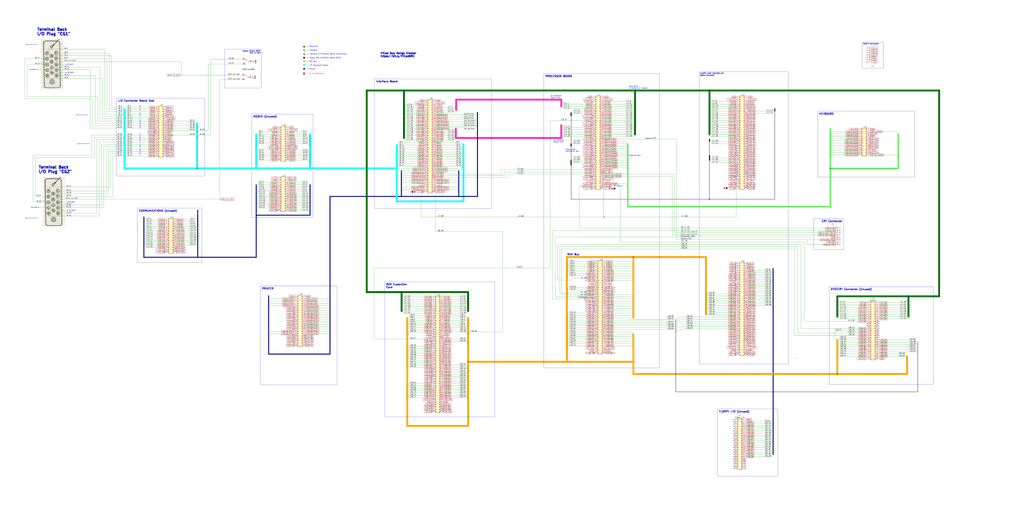
<source format=kicad_sch>
(kicad_sch (version 20230121) (generator eeschema)
  (paper "User" 1111 554.99)
  (junction (at 687.197 392.938) (color 255 165 0 1))
  (junction (at 213.868 182.88))
  (junction (at 769.747 98.298))
  (junction (at 336.423 182.88) (color 18 244 255 1))
  (junction (at 688.975 98.298) (color 5 102 8 1))
  (junction (at 655.193 235.712))
  (junction (at 435.483 213.36))
  (junction (at 278.003 182.88) (color 18 244 255 1))
  (junction (at 507.873 392.938))
  (junction (at 687.197 279.146))
  (junction (at 438.277 98.298) (color 5 102 8 1))
  (junction (at 278.003 233.68))
  (junction (at 497.713 213.36))
  (junction (at 769.747 216.408) (color 0 0 0 1))
  (junction (at 900.811 182.88))
  (junction (at 615.061 392.938) (color 255 165 0 1))
  (junction (at 214.503 279.4))
  (junction (at 908.431 406.146))
  (junction (at 985.647 321.818))
  (junction (at 435.737 317.246))
  (no_connect (at 331.851 372.618))
  (no_connect (at 300.863 228.6))
  (no_connect (at 468.503 401.32))
  (no_connect (at 796.163 483.362))
  (no_connect (at 633.095 179.07))
  (no_connect (at 798.449 293.624))
  (no_connect (at 796.163 485.902))
  (no_connect (at 642.493 110.49))
  (no_connect (at 644.779 337.566))
  (no_connect (at 811.403 166.37))
  (no_connect (at 798.449 308.864))
  (no_connect (at 319.151 342.138))
  (no_connect (at 952.881 150.368))
  (no_connect (at 331.851 375.158))
  (no_connect (at 291.973 158.75))
  (no_connect (at 300.863 158.75))
  (no_connect (at 632.968 163.83))
  (no_connect (at 187.833 121.285))
  (no_connect (at 180.848 121.285))
  (no_connect (at 953.389 356.616))
  (no_connect (at 319.151 375.158))
  (no_connect (at 811.149 385.064))
  (no_connect (at 632.968 161.29))
  (no_connect (at 811.149 364.744))
  (no_connect (at 798.703 189.23))
  (no_connect (at 796.163 455.422))
  (no_connect (at 180.848 126.365))
  (no_connect (at 953.389 366.776))
  (no_connect (at 664.718 184.15))
  (no_connect (at 188.468 169.545))
  (no_connect (at 468.503 403.86))
  (no_connect (at 952.881 155.448))
  (no_connect (at 798.703 158.75))
  (no_connect (at 635.381 304.546))
  (no_connect (at 319.151 372.618))
  (no_connect (at 73.406 219.583))
  (no_connect (at 180.848 159.385))
  (no_connect (at 811.403 115.57))
  (no_connect (at 313.563 195.58))
  (no_connect (at 811.403 204.47))
  (no_connect (at 811.403 135.89))
  (no_connect (at 644.779 329.946))
  (no_connect (at 313.563 193.04))
  (no_connect (at 160.528 144.145))
  (no_connect (at 811.149 346.964))
  (no_connect (at 657.479 314.706))
  (no_connect (at 319.151 337.058))
  (no_connect (at 798.449 288.544))
  (no_connect (at 811.149 344.424))
  (no_connect (at 798.703 166.37))
  (no_connect (at 943.991 160.528))
  (no_connect (at 642.493 166.37))
  (no_connect (at 798.703 163.83))
  (no_connect (at 642.493 133.35))
  (no_connect (at 481.203 447.04))
  (no_connect (at 632.968 204.47))
  (no_connect (at 633.095 194.31))
  (no_connect (at 200.533 273.812))
  (no_connect (at 635.381 335.026))
  (no_connect (at 642.493 181.61))
  (no_connect (at 811.149 367.284))
  (no_connect (at 940.689 351.536))
  (no_connect (at 808.863 506.222))
  (no_connect (at 798.703 186.69))
  (no_connect (at 796.163 470.662))
  (no_connect (at 633.095 181.61))
  (no_connect (at 319.151 370.078))
  (no_connect (at 811.403 146.05))
  (no_connect (at 200.533 271.272))
  (no_connect (at 953.389 359.156))
  (no_connect (at 468.503 441.96))
  (no_connect (at 468.503 414.02))
  (no_connect (at 953.389 351.536))
  (no_connect (at 191.643 268.732))
  (no_connect (at 319.151 344.678))
  (no_connect (at 632.841 135.89))
  (no_connect (at 798.703 194.31))
  (no_connect (at 798.703 184.15))
  (no_connect (at 319.151 364.998))
  (no_connect (at 481.203 388.62))
  (no_connect (at 952.881 157.988))
  (no_connect (at 169.418 273.812))
  (no_connect (at 811.403 148.59))
  (no_connect (at 319.151 357.378))
  (no_connect (at 943.991 150.368))
  (no_connect (at 798.449 298.704))
  (no_connect (at 953.643 348.996))
  (no_connect (at 642.493 163.83))
  (no_connect (at 952.881 160.528))
  (no_connect (at 642.493 158.75))
  (no_connect (at 319.151 352.298))
  (no_connect (at 633.095 128.27))
  (no_connect (at 796.163 457.962))
  (no_connect (at 319.151 347.218))
  (no_connect (at 180.848 164.465))
  (no_connect (at 811.149 362.204))
  (no_connect (at 180.848 156.845))
  (no_connect (at 642.493 168.91))
  (no_connect (at 811.149 334.264))
  (no_connect (at 642.493 194.31))
  (no_connect (at 71.755 78.867))
  (no_connect (at 180.848 116.205))
  (no_connect (at 943.991 155.448))
  (no_connect (at 811.403 194.31))
  (no_connect (at 632.841 125.984))
  (no_connect (at 655.193 186.69))
  (no_connect (at 300.863 161.29))
  (no_connect (at 664.718 194.31))
  (no_connect (at 798.449 286.004))
  (no_connect (at 811.403 143.51))
  (no_connect (at 642.493 161.29))
  (no_connect (at 796.163 501.142))
  (no_connect (at 811.403 151.13))
  (no_connect (at 811.403 113.03))
  (no_connect (at 798.449 316.484))
  (no_connect (at 188.468 126.365))
  (no_connect (at 188.468 161.925))
  (no_connect (at 796.163 493.522))
  (no_connect (at 808.863 508.762))
  (no_connect (at 633.095 199.136))
  (no_connect (at 481.203 444.5))
  (no_connect (at 655.193 184.15))
  (no_connect (at 635.381 337.566))
  (no_connect (at 468.503 406.4))
  (no_connect (at 180.848 123.825))
  (no_connect (at 321.183 195.58))
  (no_connect (at 635.381 332.486))
  (no_connect (at 313.563 158.75))
  (no_connect (at 188.468 164.465))
  (no_connect (at 798.449 313.944))
  (no_connect (at 811.403 189.23))
  (no_connect (at 796.163 475.742))
  (no_connect (at 811.149 291.084))
  (no_connect (at 666.877 312.166))
  (no_connect (at 811.149 339.344))
  (no_connect (at 644.779 335.026))
  (no_connect (at 796.163 473.202))
  (no_connect (at 191.643 273.812))
  (no_connect (at 468.503 444.5))
  (no_connect (at 188.468 156.845))
  (no_connect (at 798.703 161.29))
  (no_connect (at 200.533 268.732))
  (no_connect (at 798.449 301.244))
  (no_connect (at 188.468 154.305))
  (no_connect (at 468.503 439.42))
  (no_connect (at 811.149 374.904))
  (no_connect (at 169.418 271.272))
  (no_connect (at 808.863 503.682))
  (no_connect (at 319.151 354.838))
  (no_connect (at 811.403 199.39))
  (no_connect (at 808.863 501.142))
  (no_connect (at 319.151 349.758))
  (no_connect (at 798.703 181.61))
  (no_connect (at 943.991 157.988))
  (no_connect (at 632.968 166.37))
  (no_connect (at 811.403 186.69))
  (no_connect (at 798.703 168.91))
  (no_connect (at 943.991 145.288))
  (no_connect (at 481.203 439.42))
  (no_connect (at 811.403 128.27))
  (no_connect (at 798.449 382.524))
  (no_connect (at 313.563 161.29))
  (no_connect (at 322.453 161.29))
  (no_connect (at 811.403 110.49))
  (no_connect (at 321.183 193.04))
  (no_connect (at 811.149 336.804))
  (no_connect (at 187.833 123.825))
  (no_connect (at 953.389 361.696))
  (no_connect (at 798.449 303.784))
  (no_connect (at 811.149 369.824))
  (no_connect (at 811.403 179.07))
  (no_connect (at 73.406 228.473))
  (no_connect (at 187.833 118.745))
  (no_connect (at 633.095 191.77))
  (no_connect (at 796.163 488.442))
  (no_connect (at 796.163 503.682))
  (no_connect (at 811.149 382.524))
  (no_connect (at 666.877 383.286))
  (no_connect (at 481.203 383.54))
  (no_connect (at 635.381 329.946))
  (no_connect (at 319.151 367.538))
  (no_connect (at 178.943 271.272))
  (no_connect (at 953.389 364.236))
  (no_connect (at 811.149 354.584))
  (no_connect (at 811.403 133.35))
  (no_connect (at 811.403 184.15))
  (no_connect (at 953.389 354.076))
  (no_connect (at 632.968 168.91))
  (no_connect (at 481.203 381))
  (no_connect (at 811.403 153.67))
  (no_connect (at 180.848 154.305))
  (no_connect (at 481.203 441.96))
  (no_connect (at 644.779 304.546))
  (no_connect (at 642.493 135.89))
  (no_connect (at 481.203 373.38))
  (no_connect (at 798.703 199.39))
  (no_connect (at 811.403 140.97))
  (no_connect (at 160.528 141.605))
  (no_connect (at 644.779 327.406))
  (no_connect (at 796.163 496.062))
  (no_connect (at 811.149 286.004))
  (no_connect (at 952.881 152.908))
  (no_connect (at 319.151 334.518))
  (no_connect (at 71.755 69.977))
  (no_connect (at 644.779 332.486))
  (no_connect (at 322.453 158.75))
  (no_connect (at 811.149 352.044))
  (no_connect (at 40.005 75.692))
  (no_connect (at 180.848 169.545))
  (no_connect (at 468.503 408.94))
  (no_connect (at 666.877 314.706))
  (no_connect (at 811.403 130.81))
  (no_connect (at 468.503 373.38))
  (no_connect (at 481.203 375.92))
  (no_connect (at 180.848 167.005))
  (no_connect (at 796.163 498.602))
  (no_connect (at 657.479 383.286))
  (no_connect (at 796.163 480.822))
  (no_connect (at 41.656 225.298))
  (no_connect (at 180.848 161.925))
  (no_connect (at 798.703 151.13))
  (no_connect (at 468.503 411.48))
  (no_connect (at 291.973 228.6))
  (no_connect (at 642.493 199.39))
  (no_connect (at 664.718 186.69))
  (no_connect (at 634.238 110.49))
  (no_connect (at 632.841 133.35))
  (no_connect (at 811.403 163.83))
  (no_connect (at 811.149 341.884))
  (no_connect (at 191.643 271.272))
  (no_connect (at 632.968 158.75))
  (no_connect (at 319.151 339.598))
  (no_connect (at 796.163 460.502))
  (no_connect (at 331.851 370.078))
  (no_connect (at 188.468 167.005))
  (no_connect (at 178.943 273.812))
  (no_connect (at 798.449 296.164))
  (no_connect (at 811.149 372.364))
  (no_connect (at 811.403 176.53))
  (no_connect (at 798.703 201.93))
  (no_connect (at 480.949 393.7))
  (no_connect (at 811.149 288.544))
  (no_connect (at 657.479 312.166))
  (no_connect (at 811.403 168.91))
  (no_connect (at 796.163 463.042))
  (no_connect (at 811.403 191.77))
  (no_connect (at 796.163 508.762))
  (no_connect (at 642.493 125.73))
  (no_connect (at 798.449 385.064))
  (no_connect (at 642.493 179.07))
  (no_connect (at 811.403 161.29))
  (no_connect (at 180.848 118.745))
  (no_connect (at 798.703 191.77))
  (no_connect (at 808.863 498.602))
  (no_connect (at 811.403 173.99))
  (no_connect (at 811.149 349.504))
  (no_connect (at 655.193 194.31))
  (no_connect (at 796.163 465.582))
  (no_connect (at 811.403 181.61))
  (no_connect (at 642.493 191.77))
  (no_connect (at 798.449 291.084))
  (no_connect (at 796.163 468.122))
  (no_connect (at 811.403 125.73))
  (no_connect (at 811.149 357.124))
  (no_connect (at 468.503 447.04))
  (no_connect (at 796.163 506.222))
  (no_connect (at 666.877 316.992))
  (no_connect (at 811.403 158.75))
  (no_connect (at 796.163 478.282))
  (no_connect (at 811.403 171.45))
  (no_connect (at 811.403 156.21))
  (no_connect (at 943.991 152.908))
  (no_connect (at 943.991 165.608))
  (no_connect (at 642.493 204.47))
  (no_connect (at 291.973 161.29))
  (no_connect (at 481.203 391.16))
  (no_connect (at 951.611 145.288))
  (no_connect (at 331.851 367.538))
  (no_connect (at 331.851 364.998))
  (no_connect (at 811.403 138.43))
  (no_connect (at 811.149 359.664))
  (no_connect (at 642.493 151.13))
  (no_connect (at 657.479 317.246))
  (no_connect (at 168.148 144.145))
  (no_connect (at 635.381 327.406))
  (no_connect (at 188.468 159.385))
  (no_connect (at 481.203 386.08))
  (no_connect (at 940.689 354.076))
  (no_connect (at 798.703 179.07))
  (no_connect (at 952.881 165.608))
  (no_connect (at 635.381 383.286))
  (no_connect (at 642.493 128.27))
  (no_connect (at 811.403 201.93))
  (no_connect (at 796.163 490.982))
  (no_connect (at 481.203 378.46))
  (no_connect (at 187.833 116.205))
  (no_connect (at 632.968 151.13))
  (no_connect (at 468.503 370.84))
  (no_connect (at 798.449 311.404))
  (no_connect (at 811.403 118.11))
  (no_connect (at 644.779 383.286))
  (no_connect (at 168.148 141.605))
  (bus_entry (at 132.588 167.005) (size 2.54 2.54))
  (bus_entry (at 333.883 166.37) (size 2.54 2.54))
  (bus_entry (at 836.295 303.784) (size 2.54 2.54))
  (bus_entry (at 974.471 145.288) (size -2.54 -2.54))
  (bus_entry (at 132.588 121.285) (size 2.54 2.54))
  (bus_entry (at 686.435 146.05) (size 2.54 -2.54))
  (bus_entry (at 615.061 302.006) (size 2.54 -2.54))
  (bus_entry (at 993.267 369.316) (size 2.54 2.54))
  (bus_entry (at 333.883 228.6) (size 2.54 2.54))
  (bus_entry (at 137.668 167.005) (size -2.54 2.54))
  (bus_entry (at 985.647 338.836) (size -2.54 2.54))
  (bus_entry (at 500.253 167.64) (size 2.54 2.54))
  (bus_entry (at 615.061 362.966) (size 2.54 -2.54))
  (bus_entry (at 515.493 127) (size 2.54 -2.54))
  (bus_entry (at 608.965 138.43) (size 2.54 2.54))
  (bus_entry (at 687.197 322.326) (size -2.54 -2.54))
  (bus_entry (at 908.431 369.316) (size 2.54 -2.54))
  (bus_entry (at 730.631 355.346) (size 2.54 2.54))
  (bus_entry (at 444.373 391.16) (size -2.54 2.54))
  (bus_entry (at 211.963 253.492) (size 2.54 -2.54))
  (bus_entry (at 993.267 379.476) (size 2.54 2.54))
  (bus_entry (at 733.171 349.504) (size 2.54 -2.54))
  (bus_entry (at 333.883 146.05) (size 2.54 2.54))
  (bus_entry (at 505.333 408.94) (size 2.54 2.54))
  (bus_entry (at 132.588 156.845) (size 2.54 2.54))
  (bus_entry (at 678.561 179.07) (size 2.54 2.54))
  (bus_entry (at 280.543 215.9) (size -2.54 2.54))
  (bus_entry (at 158.623 253.492) (size -2.54 -2.54))
  (bus_entry (at 505.333 335.28) (size 2.54 -2.54))
  (bus_entry (at 137.668 133.985) (size -2.54 2.54))
  (bus_entry (at 687.197 362.966) (size -2.54 -2.54))
  (bus_entry (at 158.623 248.412) (size -2.54 -2.54))
  (bus_entry (at 438.277 340.36) (size -2.54 -2.54))
  (bus_entry (at 615.061 368.046) (size 2.54 -2.54))
  (bus_entry (at 900.811 168.148) (size 2.54 -2.54))
  (bus_entry (at 440.817 116.84) (size -2.54 -2.54))
  (bus_entry (at 132.588 126.365) (size 2.54 2.54))
  (bus_entry (at 615.061 345.186) (size 2.54 -2.54))
  (bus_entry (at 840.613 120.65) (size -2.54 2.54))
  (bus_entry (at 438.023 182.88) (size -2.54 2.54))
  (bus_entry (at 687.197 289.306) (size -2.54 -2.54))
  (bus_entry (at 440.817 139.7) (size -2.54 -2.54))
  (bus_entry (at 505.333 406.4) (size 2.54 2.54))
  (bus_entry (at 137.668 149.225) (size -2.54 2.54))
  (bus_entry (at 440.817 147.32) (size -2.54 -2.54))
  (bus_entry (at 678.561 173.99) (size 2.54 2.54))
  (bus_entry (at 432.943 177.8) (size -2.54 2.54))
  (bus_entry (at 432.943 157.48) (size -2.54 2.54))
  (bus_entry (at 432.943 180.34) (size -2.54 2.54))
  (bus_entry (at 686.435 120.65) (size 2.54 -2.54))
  (bus_entry (at 355.473 354.838) (size 2.54 2.54))
  (bus_entry (at 515.493 137.16) (size 2.54 -2.54))
  (bus_entry (at 615.061 347.726) (size 2.54 -2.54))
  (bus_entry (at 158.623 268.732) (size -2.54 -2.54))
  (bus_entry (at 615.061 352.806) (size 2.54 -2.54))
  (bus_entry (at 158.623 258.572) (size -2.54 -2.54))
  (bus_entry (at 686.435 110.49) (size 2.54 -2.54))
  (bus_entry (at 132.588 136.525) (size 2.54 2.54))
  (bus_entry (at 333.883 218.44) (size 2.54 2.54))
  (bus_entry (at 444.373 353.06) (size -2.54 2.54))
  (bus_entry (at 985.647 343.916) (size -2.54 2.54))
  (bus_entry (at 768.477 341.884) (size -2.54 -2.54))
  (bus_entry (at 438.277 325.12) (size -2.54 -2.54))
  (bus_entry (at 132.588 169.545) (size 2.54 2.54))
  (bus_entry (at 432.943 154.94) (size -2.54 2.54))
  (bus_entry (at 333.883 210.82) (size 2.54 2.54))
  (bus_entry (at 444.373 378.46) (size -2.54 2.54))
  (bus_entry (at 985.647 341.376) (size -2.54 2.54))
  (bus_entry (at 687.197 340.106) (size -2.54 -2.54))
  (bus_entry (at 495.173 203.2) (size 2.54 2.54))
  (bus_entry (at 836.295 485.902) (size 2.54 -2.54))
  (bus_entry (at 687.197 327.406) (size -2.54 -2.54))
  (bus_entry (at 132.588 133.985) (size 2.54 2.54))
  (bus_entry (at 608.965 113.03) (size 2.54 2.54))
  (bus_entry (at 132.588 149.225) (size 2.54 2.54))
  (bus_entry (at 333.883 151.13) (size 2.54 2.54))
  (bus_entry (at 211.963 261.112) (size 2.54 -2.54))
  (bus_entry (at 137.668 131.445) (size -2.54 2.54))
  (bus_entry (at 432.943 160.02) (size -2.54 2.54))
  (bus_entry (at 280.543 210.82) (size -2.54 2.54))
  (bus_entry (at 905.891 368.046) (size 2.54 2.54))
  (bus_entry (at 769.747 146.05) (size 2.54 2.54))
  (bus_entry (at 908.431 326.136) (size 2.54 2.54))
  (bus_entry (at 137.668 159.385) (size -2.54 2.54))
  (bus_entry (at 836.295 326.644) (size 2.54 2.54))
  (bus_entry (at 900.811 157.988) (size 2.54 -2.54))
  (bus_entry (at 444.373 396.24) (size -2.54 2.54))
  (bus_entry (at 686.435 148.59) (size 2.54 -2.54))
  (bus_entry (at 211.963 263.652) (size 2.54 -2.54))
  (bus_entry (at 333.883 148.59) (size 2.54 2.54))
  (bus_entry (at 687.197 365.506) (size -2.54 -2.54))
  (bus_entry (at 768.477 326.644) (size -2.54 -2.54))
  (bus_entry (at 730.631 350.266) (size 2.54 2.54))
  (bus_entry (at 333.883 208.28) (size 2.54 2.54))
  (bus_entry (at 769.747 173.99) (size 2.54 2.54))
  (bus_entry (at 444.373 431.8) (size -2.54 2.54))
  (bus_entry (at 137.668 118.745) (size -2.54 2.54))
  (bus_entry (at 495.173 182.88) (size 2.54 2.54))
  (bus_entry (at 505.333 429.26) (size 2.54 2.54))
  (bus_entry (at 678.561 153.67) (size 2.54 2.54))
  (bus_entry (at 137.668 156.845) (size -2.54 2.54))
  (bus_entry (at 280.543 151.13) (size -2.54 2.54))
  (bus_entry (at 444.373 381) (size -2.54 2.54))
  (bus_entry (at 505.333 332.74) (size 2.54 -2.54))
  (bus_entry (at 908.431 336.296) (size 2.54 2.54))
  (bus_entry (at 608.965 110.49) (size 2.54 2.54))
  (bus_entry (at 432.943 170.18) (size -2.54 2.54))
  (bus_entry (at 505.333 419.1) (size 2.54 2.54))
  (bus_entry (at 608.965 146.05) (size 2.54 2.54))
  (bus_entry (at 769.747 113.03) (size 2.54 2.54))
  (bus_entry (at 768.477 334.264) (size -2.54 -2.54))
  (bus_entry (at 836.295 331.724) (size 2.54 2.54))
  (bus_entry (at 836.295 313.944) (size 2.54 2.54))
  (bus_entry (at 440.817 152.4) (size -2.54 -2.54))
  (bus_entry (at 619.633 125.73) (size 2.54 -2.54))
  (bus_entry (at 438.023 203.2) (size -2.54 2.54))
  (bus_entry (at 211.963 243.332) (size 2.54 -2.54))
  (bus_entry (at 280.543 205.74) (size -2.54 2.54))
  (bus_entry (at 491.998 142.24) (size 2.54 -2.54))
  (bus_entry (at 615.061 289.306) (size 2.54 -2.54))
  (bus_entry (at 686.435 125.73) (size 2.54 -2.54))
  (bus_entry (at 836.295 475.742) (size 2.54 -2.54))
  (bus_entry (at 678.561 163.83) (size 2.54 2.54))
  (bus_entry (at 132.588 146.685) (size 2.54 2.54))
  (bus_entry (at 438.277 332.74) (size -2.54 -2.54))
  (bus_entry (at 836.295 308.864) (size 2.54 2.54))
  (bus_entry (at 440.817 144.78) (size -2.54 -2.54))
  (bus_entry (at 444.373 360.68) (size -2.54 2.54))
  (bus_entry (at 280.543 163.83) (size -2.54 2.54))
  (bus_entry (at 615.061 314.706) (size 2.54 -2.54))
  (bus_entry (at 836.295 493.522) (size 2.54 -2.54))
  (bus_entry (at 492.379 119.38) (size 2.54 -2.54))
  (bus_entry (at 836.295 329.184) (size 2.54 2.54))
  (bus_entry (at 333.883 205.74) (size 2.54 2.54))
  (bus_entry (at 768.477 336.804) (size -2.54 -2.54))
  (bus_entry (at 505.333 411.48) (size 2.54 2.54))
  (bus_entry (at 132.588 118.745) (size 2.54 2.54))
  (bus_entry (at 836.295 316.484) (size 2.54 2.54))
  (bus_entry (at 440.817 129.54) (size -2.54 -2.54))
  (bus_entry (at 444.373 429.26) (size -2.54 2.54))
  (bus_entry (at 687.197 370.586) (size -2.54 -2.54))
  (bus_entry (at 768.477 321.564) (size -2.54 -2.54))
  (bus_entry (at 438.023 205.74) (size -2.54 2.54))
  (bus_entry (at 836.295 478.282) (size 2.54 -2.54))
  (bus_entry (at 908.431 374.396) (size 2.54 -2.54))
  (bus_entry (at 769.747 143.51) (size 2.54 2.54))
  (bus_entry (at 333.883 215.9) (size 2.54 2.54))
  (bus_entry (at 291.465 331.978) (size 2.54 -2.54))
  (bus_entry (at 686.435 113.03) (size 2.54 -2.54))
  (bus_entry (at 769.747 125.73) (size 2.54 2.54))
  (bus_entry (at 505.333 355.6) (size 2.54 2.54))
  (bus_entry (at 908.431 333.756) (size 2.54 2.54))
  (bus_entry (at 615.061 378.206) (size 2.54 -2.54))
  (bus_entry (at 291.465 362.458) (size 2.54 -2.54))
  (bus_entry (at 687.197 304.546) (size -2.54 -2.54))
  (bus_entry (at 687.197 296.926) (size -2.54 -2.54))
  (bus_entry (at 333.883 220.98) (size 2.54 2.54))
  (bus_entry (at 768.477 324.104) (size -2.54 -2.54))
  (bus_entry (at 687.197 335.026) (size -2.54 -2.54))
  (bus_entry (at 678.561 161.29) (size 2.54 2.54))
  (bus_entry (at 686.435 140.97) (size 2.54 -2.54))
  (bus_entry (at 908.431 371.856) (size 2.54 -2.54))
  (bus_entry (at 492.379 121.92) (size 2.54 -2.54))
  (bus_entry (at 444.373 419.1) (size -2.54 2.54))
  (bus_entry (at 608.965 143.51) (size 2.54 2.54))
  (bus_entry (at 678.561 181.61) (size 2.54 2.54))
  (bus_entry (at 333.883 163.83) (size 2.54 2.54))
  (bus_entry (at 836.295 298.704) (size 2.54 2.54))
  (bus_entry (at 280.543 200.66) (size -2.54 2.54))
  (bus_entry (at 137.668 123.825) (size -2.54 2.54))
  (bus_entry (at 280.543 218.44) (size -2.54 2.54))
  (bus_entry (at 355.473 357.378) (size 2.54 2.54))
  (bus_entry (at 158.623 240.792) (size -2.54 -2.54))
  (bus_entry (at 440.817 137.16) (size -2.54 -2.54))
  (bus_entry (at 678.561 199.39) (size 2.54 2.54))
  (bus_entry (at 505.333 401.32) (size 2.54 2.54))
  (bus_entry (at 769.747 133.35) (size 2.54 2.54))
  (bus_entry (at 900.811 160.528) (size 2.54 -2.54))
  (bus_entry (at 900.811 163.068) (size 2.54 -2.54))
  (bus_entry (at 444.373 358.14) (size -2.54 2.54))
  (bus_entry (at 908.431 376.936) (size 2.54 -2.54))
  (bus_entry (at 444.373 383.54) (size -2.54 2.54))
  (bus_entry (at 333.883 226.06) (size 2.54 2.54))
  (bus_entry (at 444.373 426.72) (size -2.54 2.54))
  (bus_entry (at 908.431 387.096) (size 2.54 -2.54))
  (bus_entry (at 438.023 185.42) (size -2.54 2.54))
  (bus_entry (at 510.413 360.68) (size -2.54 2.54))
  (bus_entry (at 355.473 349.758) (size 2.54 2.54))
  (bus_entry (at 280.543 208.28) (size -2.54 2.54))
  (bus_entry (at 619.633 176.53) (size 2.54 -2.54))
  (bus_entry (at 836.295 480.822) (size 2.54 -2.54))
  (bus_entry (at 500.253 162.56) (size 2.54 2.54))
  (bus_entry (at 158.623 238.252) (size -2.54 -2.54))
  (bus_entry (at 137.668 169.545) (size -2.54 2.54))
  (bus_entry (at 280.543 213.36) (size -2.54 2.54))
  (bus_entry (at 505.333 424.18) (size 2.54 2.54))
  (bus_entry (at 769.747 130.81) (size 2.54 2.54))
  (bus_entry (at 678.561 171.45) (size 2.54 2.54))
  (bus_entry (at 505.333 396.24) (size 2.54 2.54))
  (bus_entry (at 836.295 306.324) (size 2.54 2.54))
  (bus_entry (at 769.747 168.91) (size 2.54 2.54))
  (bus_entry (at 213.868 149.225) (size 2.54 -2.54))
  (bus_entry (at 491.998 149.86) (size 2.54 -2.54))
  (bus_entry (at 687.197 375.666) (size -2.54 -2.54))
  (bus_entry (at 687.197 368.046) (size -2.54 -2.54))
  (bus_entry (at 505.333 358.14) (size 2.54 2.54))
  (bus_entry (at 280.543 171.45) (size -2.54 2.54))
  (bus_entry (at 908.431 331.216) (size 2.54 2.54))
  (bus_entry (at 686.435 130.81) (size 2.54 -2.54))
  (bus_entry (at 615.061 375.666) (size 2.54 -2.54))
  (bus_entry (at 132.588 131.445) (size 2.54 2.54))
  (bus_entry (at 280.543 156.21) (size -2.54 2.54))
  (bus_entry (at 355.473 324.358) (size 2.54 2.54))
  (bus_entry (at 615.061 360.426) (size 2.54 -2.54))
  (bus_entry (at 900.811 155.448) (size 2.54 -2.54))
  (bus_entry (at 505.333 327.66) (size 2.54 -2.54))
  (bus_entry (at 211.963 266.192) (size 2.54 -2.54))
  (bus_entry (at 686.435 133.35) (size 2.54 -2.54))
  (bus_entry (at 438.023 198.12) (size -2.54 2.54))
  (bus_entry (at 444.373 350.52) (size -2.54 2.54))
  (bus_entry (at 615.061 342.646) (size 2.54 -2.54))
  (bus_entry (at 132.588 151.765) (size 2.54 2.54))
  (bus_entry (at 132.588 161.925) (size 2.54 2.54))
  (bus_entry (at 678.561 176.53) (size 2.54 2.54))
  (bus_entry (at 836.295 301.244) (size 2.54 2.54))
  (bus_entry (at 769.747 107.95) (size 2.54 2.54))
  (bus_entry (at 137.668 139.065) (size -2.54 2.54))
  (bus_entry (at 355.473 359.918) (size 2.54 2.54))
  (bus_entry (at 900.811 170.688) (size 2.54 -2.54))
  (bus_entry (at 137.668 116.205) (size -2.54 2.54))
  (bus_entry (at 333.883 198.12) (size 2.54 2.54))
  (bus_entry (at 836.295 465.582) (size 2.54 -2.54))
  (bus_entry (at 280.543 203.2) (size -2.54 2.54))
  (bus_entry (at 686.435 115.57) (size 2.54 -2.54))
  (bus_entry (at 615.061 286.766) (size 2.54 -2.54))
  (bus_entry (at 137.668 154.305) (size -2.54 2.54))
  (bus_entry (at 355.473 342.138) (size 2.54 2.54))
  (bus_entry (at 505.333 350.52) (size 2.54 2.54))
  (bus_entry (at 211.328 133.985) (size 2.54 2.54))
  (bus_entry (at 908.431 328.676) (size 2.54 2.54))
  (bus_entry (at 495.173 205.74) (size 2.54 2.54))
  (bus_entry (at 333.883 223.52) (size 2.54 2.54))
  (bus_entry (at 515.493 124.46) (size 2.54 -2.54))
  (bus_entry (at 769.747 151.13) (size 2.54 2.54))
  (bus_entry (at 280.543 198.12) (size -2.54 2.54))
  (bus_entry (at 608.965 115.57) (size 2.54 2.54))
  (bus_entry (at 505.333 414.02) (size 2.54 2.54))
  (bus_entry (at 137.668 151.765) (size -2.54 2.54))
  (bus_entry (at 687.197 299.466) (size -2.54 -2.54))
  (bus_entry (at 500.253 154.94) (size 2.54 2.54))
  (bus_entry (at 280.543 226.06) (size -2.54 2.54))
  (bus_entry (at 836.295 496.062) (size 2.54 -2.54))
  (bus_entry (at 836.295 460.502) (size 2.54 -2.54))
  (bus_entry (at 515.493 129.54) (size 2.54 -2.54))
  (bus_entry (at 132.588 159.385) (size 2.54 2.54))
  (bus_entry (at 687.197 302.006) (size -2.54 -2.54))
  (bus_entry (at 333.883 171.45) (size 2.54 2.54))
  (bus_entry (at 836.295 488.442) (size 2.54 -2.54))
  (bus_entry (at 687.197 307.086) (size -2.54 -2.54))
  (bus_entry (at 615.061 355.346) (size 2.54 -2.54))
  (bus_entry (at 355.473 337.058) (size 2.54 2.54))
  (bus_entry (at 687.197 294.386) (size -2.54 -2.54))
  (bus_entry (at 985.647 331.216) (size -2.54 2.54))
  (bus_entry (at 836.295 457.962) (size 2.54 -2.54))
  (bus_entry (at 769.747 140.97) (size 2.54 2.54))
  (bus_entry (at 333.883 156.21) (size 2.54 2.54))
  (bus_entry (at 733.171 360.426) (size 2.54 -2.54))
  (bus_entry (at 440.817 132.08) (size -2.54 -2.54))
  (bus_entry (at 836.295 321.564) (size 2.54 2.54))
  (bus_entry (at 137.668 121.285) (size -2.54 2.54))
  (bus_entry (at 769.747 118.11) (size 2.54 2.54))
  (bus_entry (at 615.061 365.506) (size 2.54 -2.54))
  (bus_entry (at 608.965 140.97) (size 2.54 2.54))
  (bus_entry (at 900.811 150.368) (size 2.54 -2.54))
  (bus_entry (at 333.883 168.91) (size 2.54 2.54))
  (bus_entry (at 615.061 373.126) (size 2.54 -2.54))
  (bus_entry (at 840.613 118.11) (size -2.54 2.54))
  (bus_entry (at 444.373 386.08) (size -2.54 2.54))
  (bus_entry (at 444.373 355.6) (size -2.54 2.54))
  (bus_entry (at 836.295 483.362) (size 2.54 -2.54))
  (bus_entry (at 908.431 343.916) (size 2.54 2.54))
  (bus_entry (at 515.493 132.08) (size 2.54 -2.54))
  (bus_entry (at 211.963 248.412) (size 2.54 -2.54))
  (bus_entry (at 495.173 185.42) (size 2.54 2.54))
  (bus_entry (at 769.747 128.27) (size 2.54 2.54))
  (bus_entry (at 769.747 110.49) (size 2.54 2.54))
  (bus_entry (at 687.197 324.866) (size -2.54 -2.54))
  (bus_entry (at 981.583 387.096) (size 2.54 2.54))
  (bus_entry (at 687.197 378.206) (size -2.54 -2.54))
  (bus_entry (at 444.373 421.64) (size -2.54 2.54))
  (bus_entry (at 505.333 368.3) (size 2.54 2.54))
  (bus_entry (at 505.333 370.84) (size 2.54 2.54))
  (bus_entry (at 444.373 347.98) (size -2.54 2.54))
  (bus_entry (at 515.493 134.62) (size 2.54 -2.54))
  (bus_entry (at 505.333 347.98) (size 2.54 2.54))
  (bus_entry (at 440.817 114.3) (size -2.54 -2.54))
  (bus_entry (at 615.061 294.386) (size 2.54 -2.54))
  (bus_entry (at 908.431 338.836) (size 2.54 2.54))
  (bus_entry (at 432.943 165.1) (size -2.54 2.54))
  (bus_entry (at 355.473 334.518) (size 2.54 2.54))
  (bus_entry (at 440.817 134.62) (size -2.54 -2.54))
  (bus_entry (at 505.333 353.06) (size 2.54 2.54))
  (bus_entry (at 769.747 138.43) (size 2.54 2.54))
  (bus_entry (at 158.623 245.872) (size -2.54 -2.54))
  (bus_entry (at 432.943 167.64) (size -2.54 2.54))
  (bus_entry (at 687.197 342.646) (size -2.54 -2.54))
  (bus_entry (at 836.295 468.122) (size 2.54 -2.54))
  (bus_entry (at 515.493 138.43) (size 2.54 -2.54))
  (bus_entry (at 733.171 346.964) (size 2.54 -2.54))
  (bus_entry (at 333.883 173.99) (size 2.54 2.54))
  (bus_entry (at 280.543 173.99) (size -2.54 2.54))
  (bus_entry (at 132.588 116.205) (size 2.54 2.54))
  (bus_entry (at 500.253 180.34) (size 2.54 2.54))
  (bus_entry (at 615.061 370.586) (size 2.54 -2.54))
  (bus_entry (at 836.295 293.624) (size 2.54 2.54))
  (bus_entry (at 733.171 357.886) (size 2.54 -2.54))
  (bus_entry (at 615.061 296.926) (size 2.54 -2.54))
  (bus_entry (at 500.253 160.02) (size 2.54 2.54))
  (bus_entry (at 438.277 335.28) (size -2.54 -2.54))
  (bus_entry (at 730.631 346.964) (size 2.54 2.54))
  (bus_entry (at 438.277 322.58) (size -2.54 -2.54))
  (bus_entry (at 505.333 431.8) (size 2.54 2.54))
  (bus_entry (at 981.583 384.556) (size 2.54 2.54))
  (bus_entry (at 769.747 153.67) (size 2.54 2.54))
  (bus_entry (at 333.883 153.67) (size 2.54 2.54))
  (bus_entry (at 769.747 120.65) (size 2.54 2.54))
  (bus_entry (at 687.197 329.946) (size -2.54 -2.54))
  (bus_entry (at 505.333 340.36) (size 2.54 -2.54))
  (bus_entry (at 769.747 135.89) (size 2.54 2.54))
  (bus_entry (at 619.633 158.75) (size 2.54 -2.54))
  (bus_entry (at 432.943 175.26) (size -2.54 2.54))
  (bus_entry (at 440.817 121.92) (size -2.54 -2.54))
  (bus_entry (at 836.295 473.202) (size 2.54 -2.54))
  (bus_entry (at 137.668 164.465) (size -2.54 2.54))
  (bus_entry (at 438.023 190.5) (size -2.54 2.54))
  (bus_entry (at 211.328 141.605) (size 2.54 2.54))
  (bus_entry (at 686.435 128.27) (size 2.54 -2.54))
  (bus_entry (at 291.465 329.438) (size 2.54 -2.54))
  (bus_entry (at 985.647 333.756) (size -2.54 2.54))
  (bus_entry (at 615.061 291.846) (size 2.54 -2.54))
  (bus_entry (at 444.373 342.9) (size -2.54 2.54))
  (bus_entry (at 908.431 384.556) (size 2.54 -2.54))
  (bus_entry (at 280.543 223.52) (size -2.54 2.54))
  (bus_entry (at 730.631 344.424) (size 2.54 2.54))
  (bus_entry (at 615.061 357.886) (size 2.54 -2.54))
  (bus_entry (at 769.747 171.45) (size 2.54 2.54))
  (bus_entry (at 500.253 157.48) (size 2.54 2.54))
  (bus_entry (at 440.817 142.24) (size -2.54 -2.54))
  (bus_entry (at 211.963 256.032) (size 2.54 -2.54))
  (bus_entry (at 985.647 328.676) (size -2.54 2.54))
  (bus_entry (at 438.023 187.96) (size -2.54 2.54))
  (bus_entry (at 836.295 311.404) (size 2.54 2.54))
  (bus_entry (at 438.023 193.04) (size -2.54 2.54))
  (bus_entry (at 615.061 299.466) (size 2.54 -2.54))
  (bus_entry (at 440.817 119.38) (size -2.54 -2.54))
  (bus_entry (at 836.295 463.042) (size 2.54 -2.54))
  (bus_entry (at 211.963 245.872) (size 2.54 -2.54))
  (bus_entry (at 213.868 144.145) (size 2.54 -2.54))
  (bus_entry (at 686.435 138.43) (size 2.54 -2.54))
  (bus_entry (at 505.333 360.68) (size 2.54 2.54))
  (bus_entry (at 137.668 126.365) (size -2.54 2.54))
  (bus_entry (at 900.811 165.608) (size 2.54 -2.54))
  (bus_entry (at 733.171 354.584) (size 2.54 -2.54))
  (bus_entry (at 908.431 389.636) (size 2.54 -2.54))
  (bus_entry (at 280.543 148.59) (size -2.54 2.54))
  (bus_entry (at 686.435 123.19) (size 2.54 -2.54))
  (bus_entry (at 211.963 250.952) (size 2.54 -2.54))
  (bus_entry (at 993.267 371.856) (size 2.54 2.54))
  (bus_entry (at 333.883 200.66) (size 2.54 2.54))
  (bus_entry (at 355.473 339.598) (size 2.54 2.54))
  (bus_entry (at 211.963 258.572) (size 2.54 -2.54))
  (bus_entry (at 900.811 152.908) (size 2.54 -2.54))
  (bus_entry (at 280.543 143.51) (size -2.54 2.54))
  (bus_entry (at 444.373 345.44) (size -2.54 2.54))
  (bus_entry (at 687.197 291.846) (size -2.54 -2.54))
  (bus_entry (at 495.173 198.12) (size 2.54 2.54))
  (bus_entry (at 211.963 238.252) (size 2.54 -2.54))
  (bus_entry (at 619.633 173.99) (size 2.54 -2.54))
  (bus_entry (at 137.668 161.925) (size -2.54 2.54))
  (bus_entry (at 730.631 357.886) (size 2.54 2.54))
  (bus_entry (at 444.373 393.7) (size -2.54 2.54))
  (bus_entry (at 355.473 362.458) (size 2.54 2.54))
  (bus_entry (at 355.473 352.298) (size 2.54 2.54))
  (bus_entry (at 280.543 153.67) (size -2.54 2.54))
  (bus_entry (at 678.561 156.21) (size 2.54 2.54))
  (bus_entry (at 769.747 123.19) (size 2.54 2.54))
  (bus_entry (at 491.998 147.32) (size 2.54 -2.54))
  (bus_entry (at 492.379 116.84) (size 2.54 -2.54))
  (bus_entry (at 132.588 164.465) (size 2.54 2.54))
  (bus_entry (at 836.295 319.024) (size 2.54 2.54))
  (bus_entry (at 211.328 139.065) (size 2.54 2.54))
  (bus_entry (at 500.253 172.72) (size 2.54 2.54))
  (bus_entry (at 615.061 350.266) (size 2.54 -2.54))
  (bus_entry (at 440.817 127) (size -2.54 -2.54))
  (bus_entry (at 495.173 195.58) (size 2.54 2.54))
  (bus_entry (at 132.588 154.305) (size 2.54 2.54))
  (bus_entry (at 686.435 143.51) (size 2.54 -2.54))
  (bus_entry (at 993.267 382.016) (size 2.54 2.54))
  (bus_entry (at 440.817 124.46) (size -2.54 -2.54))
  (bus_entry (at 438.023 195.58) (size -2.54 2.54))
  (bus_entry (at 687.197 345.186) (size -2.54 -2.54))
  (bus_entry (at 444.373 424.18) (size -2.54 2.54))
  (bus_entry (at 900.811 147.828) (size 2.54 -2.54))
  (bus_entry (at 132.588 128.905) (size 2.54 2.54))
  (bus_entry (at 836.295 296.164) (size 2.54 2.54))
  (bus_entry (at 333.883 143.51) (size 2.54 2.54))
  (bus_entry (at 491.998 144.78) (size 2.54 -2.54))
  (bus_entry (at 836.295 324.104) (size 2.54 2.54))
  (bus_entry (at 619.633 123.19) (size 2.54 -2.54))
  (bus_entry (at 291.465 364.998) (size 2.54 -2.54))
  (bus_entry (at 333.883 213.36) (size 2.54 2.54))
  (bus_entry (at 619.633 156.21) (size 2.54 -2.54))
  (bus_entry (at 280.543 166.37) (size -2.54 2.54))
  (bus_entry (at 158.623 250.952) (size -2.54 -2.54))
  (bus_entry (at 355.473 326.898) (size 2.54 2.54))
  (bus_entry (at 280.543 168.91) (size -2.54 2.54))
  (bus_entry (at 687.197 332.486) (size -2.54 -2.54))
  (bus_entry (at 908.431 379.476) (size 2.54 -2.54))
  (bus_entry (at 908.431 382.016) (size 2.54 -2.54))
  (bus_entry (at 158.623 243.332) (size -2.54 -2.54))
  (bus_entry (at 608.965 135.89) (size 2.54 2.54))
  (bus_entry (at 132.588 123.825) (size 2.54 2.54))
  (bus_entry (at 432.943 172.72) (size -2.54 2.54))
  (bus_entry (at 615.061 317.246) (size 2.54 -2.54))
  (bus_entry (at 908.431 341.376) (size 2.54 2.54))
  (bus_entry (at 211.963 240.792) (size 2.54 -2.54))
  (bus_entry (at 491.998 152.4) (size 2.54 -2.54))
  (bus_entry (at 137.668 128.905) (size -2.54 2.54))
  (bus_entry (at 355.473 329.438) (size 2.54 2.54))
  (bus_entry (at 432.943 162.56) (size -2.54 2.54))
  (bus_entry (at 505.333 345.44) (size 2.54 2.54))
  (bus_entry (at 505.333 398.78) (size 2.54 2.54))
  (bus_entry (at 505.333 416.56) (size 2.54 2.54))
  (bus_entry (at 505.333 342.9) (size 2.54 2.54))
  (bus_entry (at 444.373 398.78) (size -2.54 2.54))
  (bus_entry (at 686.435 135.89) (size 2.54 -2.54))
  (bus_entry (at 355.473 331.978) (size 2.54 2.54))
  (bus_entry (at 355.473 344.678) (size 2.54 2.54))
  (bus_entry (at 505.333 330.2) (size 2.54 -2.54))
  (bus_entry (at 211.328 131.445) (size 2.54 2.54))
  (bus_entry (at 291.465 334.518) (size 2.54 -2.54))
  (bus_entry (at 505.333 421.64) (size 2.54 2.54))
  (bus_entry (at 686.435 118.11) (size 2.54 -2.54))
  (bus_entry (at 444.373 388.62) (size -2.54 2.54))
  (bus_entry (at 500.253 170.18) (size 2.54 2.54))
  (bus_entry (at 500.253 180.34) (size 2.54 2.54))
  (bus_entry (at 438.277 327.66) (size -2.54 -2.54))
  (bus_entry (at 993.267 374.396) (size 2.54 2.54))
  (bus_entry (at 158.623 256.032) (size -2.54 -2.54))
  (bus_entry (at 619.633 179.07) (size 2.54 -2.54))
  (bus_entry (at 505.333 322.58) (size 2.54 -2.54))
  (bus_entry (at 500.253 165.1) (size 2.54 2.54))
  (bus_entry (at 900.811 145.288) (size 2.54 -2.54))
  (bus_entry (at 687.197 337.566) (size -2.54 -2.54))
  (bus_entry (at 355.473 347.218) (size 2.54 2.54))
  (bus_entry (at 985.647 326.136) (size -2.54 2.54))
  (bus_entry (at 500.253 175.26) (size 2.54 2.54))
  (bus_entry (at 678.561 166.37) (size 2.54 2.54))
  (bus_entry (at 158.623 261.112) (size -2.54 -2.54))
  (bus_entry (at 678.561 168.91) (size 2.54 2.54))
  (bus_entry (at 505.333 403.86) (size 2.54 2.54))
  (bus_entry (at 505.333 325.12) (size 2.54 -2.54))
  (bus_entry (at 836.295 490.982) (size 2.54 -2.54))
  (bus_entry (at 132.588 139.065) (size 2.54 2.54))
  (bus_entry (at 730.631 352.806) (size 2.54 2.54))
  (bus_entry (at 438.277 337.82) (size -2.54 -2.54))
  (bus_entry (at 500.253 177.8) (size 2.54 2.54))
  (bus_entry (at 836.295 470.662) (size 2.54 -2.54))
  (bus_entry (at 768.477 339.344) (size -2.54 -2.54))
  (bus_entry (at 505.333 426.72) (size 2.54 2.54))
  (bus_entry (at 211.328 146.685) (size 2.54 2.54))
  (bus_entry (at 687.197 373.126) (size -2.54 -2.54))
  (bus_entry (at 678.561 158.75) (size 2.54 2.54))
  (bus_entry (at 993.267 376.936) (size 2.54 2.54))
  (bus_entry (at 280.543 146.05) (size -2.54 2.54))
  (bus_entry (at 769.747 115.57) (size 2.54 2.54))
  (bus_entry (at 505.333 337.82) (size 2.54 -2.54))
  (bus_entry (at 158.623 263.652) (size -2.54 -2.54))
  (bus_entry (at 733.171 352.044) (size 2.54 -2.54))
  (bus_entry (at 280.543 220.98) (size -2.54 2.54))
  (bus_entry (at 768.477 331.724) (size -2.54 -2.54))
  (bus_entry (at 768.477 319.024) (size -2.54 -2.54))
  (bus_entry (at 768.477 329.184) (size -2.54 -2.54))
  (bus_entry (at 687.197 286.766) (size -2.54 -2.54))
  (bus_entry (at 137.668 136.525) (size -2.54 2.54))
  (bus_entry (at 444.373 375.92) (size -2.54 2.54))
  (bus_entry (at 985.647 336.296) (size -2.54 2.54))
  (bus_entry (at 291.465 326.898) (size 2.54 -2.54))
  (bus_entry (at 974.471 170.688) (size -2.54 -2.54))
  (bus_entry (at 158.623 266.192) (size -2.54 -2.54))
  (bus_entry (at 444.373 416.56) (size -2.54 2.54))
  (bus_entry (at 333.883 203.2) (size 2.54 2.54))
  (bus_entry (at 440.817 149.86) (size -2.54 -2.54))
  (bus_entry (at 211.328 136.525) (size 2.54 2.54))
  (bus_entry (at 137.668 146.685) (size -2.54 2.54))
  (bus_entry (at 438.277 330.2) (size -2.54 -2.54))
  (wire (pts (xy 684.403 345.186) (xy 684.403 346.71)))
  (wire (pts (xy 180.848 146.685) (xy 211.328 146.685)))
  (bus (pts (xy 838.835 490.982) (xy 838.835 493.522)) (stroke (width 1)))
  (wire (pts (xy 99.314 168.529) (xy 35.814 168.529)))
  (bus (pts (xy 278.003 208.28) (xy 278.003 210.82)) (stroke (width 1)))
  (bus (pts (xy 615.061 342.646) (xy 615.061 345.186)) (stroke (width 2) (color 255 165 0 1)))
  (wire (pts (xy 472.948 187.96) (xy 487.553 187.96)))
  (wire (pts (xy 768.477 334.264) (xy 798.449 334.264)))
  (bus (pts (xy 435.737 317.246) (xy 507.873 317.246)) (stroke (width 2) (color 5 102 8 1)))
  (wire (pts (xy 611.505 118.11) (xy 642.493 118.11)))
  (wire (pts (xy 481.203 414.02) (xy 505.333 414.02)))
  (bus (pts (xy 769.747 138.43) (xy 769.747 140.97)) (stroke (width 2) (color 5 102 8 1)))
  (bus (pts (xy 494.919 114.3) (xy 494.919 116.84)) (stroke (width 2) (color 255 38 190 1)))
  (bus (pts (xy 441.833 347.98) (xy 441.833 350.52)) (stroke (width 2) (color 255 165 0 1)))
  (wire (pts (xy 168.148 123.825) (xy 137.668 123.825)))
  (bus (pts (xy 995.807 384.556) (xy 995.807 425.45)) (stroke (width 0) (color 0 0 0 1)))
  (wire (pts (xy 333.883 143.51) (xy 313.563 143.51)))
  (wire (pts (xy 983.107 341.376) (xy 953.389 341.376)))
  (bus (pts (xy 441.833 355.6) (xy 441.833 358.14)) (stroke (width 2) (color 255 165 0 1)))
  (bus (pts (xy 615.061 392.938) (xy 687.197 392.938)) (stroke (width 2) (color 255 165 0 1)))
  (bus (pts (xy 358.013 337.058) (xy 358.013 339.598)) (stroke (width 1)))
  (wire (pts (xy 280.543 153.67) (xy 300.863 153.67)))
  (bus (pts (xy 441.833 363.22) (xy 441.833 378.46)) (stroke (width 2) (color 255 165 0 1)))
  (bus (pts (xy 900.811 150.368) (xy 900.811 152.908)) (stroke (width 1) (color 29 233 22 1)))
  (bus (pts (xy 441.833 353.06) (xy 441.833 355.6)) (stroke (width 2) (color 255 165 0 1)))
  (bus (pts (xy 769.747 130.81) (xy 769.747 133.35)) (stroke (width 2) (color 5 102 8 1)))
  (bus (pts (xy 908.431 379.476) (xy 908.431 382.016)) (stroke (width 2) (color 255 165 0 1)))
  (bus (pts (xy 900.811 182.88) (xy 900.811 224.536)) (stroke (width 1) (color 29 233 22 1)))
  (wire (pts (xy 456.819 235.712) (xy 655.193 235.712)))
  (wire (pts (xy 331.851 357.378) (xy 355.473 357.378)))
  (wire (pts (xy 280.543 151.13) (xy 300.863 151.13)))
  (bus (pts (xy 838.835 334.264) (xy 838.835 455.422)) (stroke (width 1)))
  (bus (pts (xy 908.431 338.836) (xy 908.431 341.376)) (stroke (width 2) (color 5 102 8 1)))
  (bus (pts (xy 838.835 306.324) (xy 838.835 308.864)) (stroke (width 1)))
  (wire (pts (xy 684.657 319.786) (xy 657.479 319.786)))
  (wire (pts (xy 597.027 290.83) (xy 405.765 290.83)))
  (bus (pts (xy 438.277 124.46) (xy 438.277 127)) (stroke (width 2) (color 5 102 8 1)))
  (wire (pts (xy 228.727 64.389) (xy 263.271 64.389)))
  (wire (pts (xy 211.963 240.792) (xy 191.643 240.792)))
  (bus (pts (xy 733.171 349.504) (xy 733.171 352.044)) (stroke (width 0) (color 0 0 0 1)))
  (bus (pts (xy 688.975 128.27) (xy 688.975 130.81)) (stroke (width 2) (color 5 102 8 1)))
  (wire (pts (xy 953.389 379.476) (xy 993.267 379.476)))
  (bus (pts (xy 358.013 344.678) (xy 358.013 347.218)) (stroke (width 1)))
  (bus (pts (xy 135.128 123.825) (xy 135.128 126.365)) (stroke (width 2) (color 18 244 255 1)))
  (wire (pts (xy 500.253 170.18) (xy 472.948 170.18)))
  (wire (pts (xy 655.193 128.27) (xy 686.435 128.27)))
  (bus (pts (xy 213.868 139.065) (xy 213.868 141.605)) (stroke (width 2) (color 18 244 255 1)))
  (bus (pts (xy 441.833 434.34) (xy 441.833 462.534)) (stroke (width 2) (color 255 165 0 1)))
  (wire (pts (xy 684.657 332.486) (xy 657.479 332.486)))
  (bus (pts (xy 358.013 339.598) (xy 358.013 342.138)) (stroke (width 1)))
  (bus (pts (xy 769.747 151.13) (xy 769.747 153.67)) (stroke (width 1) (color 0 0 0 1)))
  (wire (pts (xy 468.503 396.24) (xy 444.373 396.24)))
  (wire (pts (xy 35.814 219.583) (xy 51.181 219.583)))
  (bus (pts (xy 502.793 165.1) (xy 502.793 167.64)) (stroke (width 2) (color 18 244 255 1)))
  (wire (pts (xy 481.203 396.24) (xy 505.333 396.24)))
  (wire (pts (xy 772.287 120.65) (xy 798.703 120.65)))
  (bus (pts (xy 687.197 337.566) (xy 687.197 340.106)) (stroke (width 2) (color 255 165 0 1)))
  (wire (pts (xy 723.519 346.964) (xy 723.519 347.726)))
  (wire (pts (xy 655.193 161.29) (xy 678.561 161.29)))
  (bus (pts (xy 769.747 98.298) (xy 1018.921 98.298)) (stroke (width 2) (color 5 102 8 1)))
  (bus (pts (xy 278.003 226.06) (xy 278.003 228.6)) (stroke (width 1)))
  (bus (pts (xy 135.128 164.465) (xy 135.128 167.005)) (stroke (width 2) (color 18 244 255 1)))
  (bus (pts (xy 278.003 210.82) (xy 278.003 213.36)) (stroke (width 1)))
  (wire (pts (xy 481.203 403.86) (xy 505.333 403.86)))
  (wire (pts (xy 772.287 110.49) (xy 798.703 110.49)))
  (wire (pts (xy 672.719 262.636) (xy 872.617 262.636)))
  (wire (pts (xy 280.543 156.21) (xy 300.863 156.21)))
  (bus (pts (xy 769.747 120.65) (xy 769.747 123.19)) (stroke (width 2) (color 5 102 8 1)))
  (wire (pts (xy 100.711 107.188) (xy 27.051 107.188)))
  (bus (pts (xy 438.277 129.54) (xy 438.277 132.08)) (stroke (width 2) (color 5 102 8 1)))
  (bus (pts (xy 615.061 360.426) (xy 615.061 362.966)) (stroke (width 2) (color 255 165 0 1)))
  (wire (pts (xy 168.148 116.205) (xy 137.668 116.205)))
  (bus (pts (xy 507.873 421.64) (xy 507.873 424.18)) (stroke (width 2) (color 255 165 0 1)))
  (bus (pts (xy 765.937 339.344) (xy 765.937 341.376)) (stroke (width 2) (color 255 165 0 1)))
  (wire (pts (xy 481.203 325.12) (xy 505.333 325.12)))
  (bus (pts (xy 507.873 360.68) (xy 507.873 363.22)) (stroke (width 2) (color 255 165 0 1)))
  (bus (pts (xy 908.431 326.136) (xy 908.431 328.676)) (stroke (width 2) (color 5 102 8 1)))
  (bus (pts (xy 995.807 371.856) (xy 995.807 374.396)) (stroke (width 0) (color 0 0 0 1)))
  (bus (pts (xy 507.873 332.74) (xy 507.873 335.28)) (stroke (width 2) (color 5 102 8 1)))
  (bus (pts (xy 135.128 139.065) (xy 135.128 141.605)) (stroke (width 2) (color 18 244 255 1)))
  (bus (pts (xy 435.483 200.66) (xy 435.483 205.74)) (stroke (width 1)))
  (wire (pts (xy 768.477 321.564) (xy 798.449 321.564)))
  (bus (pts (xy 619.633 176.53) (xy 619.633 179.07)) (stroke (width 1) (color 0 0 0 1)))
  (wire (pts (xy 872.617 262.636) (xy 872.617 348.996)))
  (wire (pts (xy 684.657 284.226) (xy 657.479 284.226)))
  (wire (pts (xy 456.819 208.28) (xy 456.819 235.712)))
  (wire (pts (xy 438.023 190.5) (xy 460.248 190.5)))
  (wire (pts (xy 62.865 69.977) (xy 71.755 69.977)))
  (wire (pts (xy 481.203 426.72) (xy 505.333 426.72)))
  (wire (pts (xy 432.943 160.02) (xy 460.248 160.02)))
  (wire (pts (xy 53.721 203.073) (xy 53.721 206.248)))
  (bus (pts (xy 687.197 279.146) (xy 765.937 279.146)) (stroke (width 2) (color 255 165 0 1)))
  (wire (pts (xy 211.963 248.412) (xy 191.643 248.412)))
  (bus (pts (xy 507.873 411.48) (xy 507.873 414.02)) (stroke (width 2) (color 255 165 0 1)))
  (wire (pts (xy 495.173 203.2) (xy 472.948 203.2)))
  (wire (pts (xy 481.203 350.52) (xy 505.333 350.52)))
  (wire (pts (xy 655.193 120.65) (xy 686.435 120.65)))
  (wire (pts (xy 628.523 201.93) (xy 628.523 247.65)))
  (bus (pts (xy 214.503 253.492) (xy 214.503 256.032)) (stroke (width 1)))
  (wire (pts (xy 811.403 123.19) (xy 838.073 123.19)))
  (bus (pts (xy 438.277 132.08) (xy 438.277 134.62)) (stroke (width 2) (color 5 102 8 1)))
  (bus (pts (xy 733.171 352.806) (xy 733.171 354.584)) (stroke (width 0) (color 0 0 0 1)))
  (bus (pts (xy 358.013 213.36) (xy 358.013 326.898)) (stroke (width 1)))
  (bus (pts (xy 769.747 168.91) (xy 769.747 153.67)) (stroke (width 0) (color 0 0 0 1)))
  (wire (pts (xy 655.193 235.712) (xy 798.703 235.712)))
  (wire (pts (xy 655.193 125.73) (xy 686.435 125.73)))
  (wire (pts (xy 811.149 293.624) (xy 836.295 293.624)))
  (bus (pts (xy 430.403 160.02) (xy 430.403 162.56)) (stroke (width 2) (color 18 244 255 1)))
  (bus (pts (xy 838.835 488.442) (xy 838.835 490.982)) (stroke (width 1)))
  (bus (pts (xy 441.833 381) (xy 441.833 383.54)) (stroke (width 2) (color 255 165 0 1)))
  (wire (pts (xy 808.863 473.202) (xy 836.295 473.202)))
  (wire (pts (xy 432.943 172.72) (xy 460.248 172.72)))
  (bus (pts (xy 765.937 326.644) (xy 765.937 329.184)) (stroke (width 2) (color 255 165 0 1)))
  (wire (pts (xy 468.503 355.6) (xy 444.373 355.6)))
  (bus (pts (xy 900.811 163.068) (xy 900.811 165.608)) (stroke (width 1) (color 29 233 22 1)))
  (bus (pts (xy 438.277 144.78) (xy 438.277 147.32)) (stroke (width 2) (color 5 102 8 1)))
  (wire (pts (xy 487.553 138.43) (xy 515.493 138.43)))
  (wire (pts (xy 617.601 342.646) (xy 644.779 342.646)))
  (wire (pts (xy 331.851 324.358) (xy 355.473 324.358)))
  (wire (pts (xy 500.253 175.26) (xy 472.948 175.26)))
  (wire (pts (xy 983.107 333.756) (xy 953.389 333.756)))
  (bus (pts (xy 608.965 135.89) (xy 608.965 138.43)) (stroke (width 2) (color 255 38 190 1)))
  (wire (pts (xy 481.203 322.58) (xy 505.333 322.58)))
  (wire (pts (xy 468.503 342.9) (xy 444.373 342.9)))
  (wire (pts (xy 655.193 148.59) (xy 686.435 148.59)))
  (wire (pts (xy 684.657 299.466) (xy 657.479 299.466)))
  (bus (pts (xy 733.171 354.584) (xy 733.171 355.346)) (stroke (width 0) (color 0 0 0 1)))
  (wire (pts (xy 211.963 238.252) (xy 191.643 238.252)))
  (wire (pts (xy 333.883 226.06) (xy 313.563 226.06)))
  (wire (pts (xy 168.148 146.685) (xy 137.668 146.685)))
  (bus (pts (xy 156.083 258.572) (xy 156.083 261.112)) (stroke (width 1)))
  (wire (pts (xy 440.817 127) (xy 460.248 127)))
  (bus (pts (xy 507.873 320.04) (xy 507.873 322.58)) (stroke (width 2) (color 5 102 8 1)))
  (wire (pts (xy 168.148 159.385) (xy 137.668 159.385)))
  (bus (pts (xy 497.713 198.12) (xy 497.713 200.66)) (stroke (width 1)))
  (bus (pts (xy 619.633 156.21) (xy 619.633 158.75)) (stroke (width 1) (color 0 0 0 1)))
  (bus (pts (xy 619.633 122.174) (xy 619.633 123.19)) (stroke (width 0) (color 0 0 0 1)))
  (bus (pts (xy 291.465 329.438) (xy 291.465 331.978)) (stroke (width 1)))
  (wire (pts (xy 180.848 133.985) (xy 211.328 133.985)))
  (wire (pts (xy 910.971 376.936) (xy 940.689 376.936)))
  (bus (pts (xy 688.975 107.95) (xy 688.975 110.49)) (stroke (width 2) (color 5 102 8 1)))
  (wire (pts (xy 211.963 243.332) (xy 191.643 243.332)))
  (wire (pts (xy 500.253 154.94) (xy 472.948 154.94)))
  (bus (pts (xy 908.431 406.146) (xy 984.123 406.146)) (stroke (width 2) (color 255 165 0 1)))
  (wire (pts (xy 495.173 185.42) (xy 472.948 185.42)))
  (wire (pts (xy 438.023 195.58) (xy 460.248 195.58)))
  (bus (pts (xy 213.868 141.605) (xy 213.868 144.145)) (stroke (width 2) (color 18 244 255 1)))
  (bus (pts (xy 688.975 138.43) (xy 688.975 140.97)) (stroke (width 2) (color 5 102 8 1)))
  (bus (pts (xy 278.003 148.59) (xy 278.003 151.13)) (stroke (width 2) (color 18 244 255 1)))
  (wire (pts (xy 333.883 153.67) (xy 313.563 153.67)))
  (wire (pts (xy 64.516 207.518) (xy 115.062 207.518)))
  (wire (pts (xy 481.203 337.82) (xy 505.333 337.82)))
  (bus (pts (xy 336.423 231.14) (xy 336.423 233.68)) (stroke (width 1)))
  (bus (pts (xy 336.423 173.99) (xy 336.423 176.53)) (stroke (width 2) (color 18 244 255 1)))
  (wire (pts (xy 642.493 189.23) (xy 550.291 189.23)))
  (wire (pts (xy 440.817 139.7) (xy 460.248 139.7)))
  (wire (pts (xy 168.148 154.305) (xy 137.668 154.305)))
  (wire (pts (xy 861.949 364.236) (xy 940.689 364.236)))
  (wire (pts (xy 545.211 360.68) (xy 545.211 251.46)))
  (bus (pts (xy 156.083 261.112) (xy 156.083 263.652)) (stroke (width 1)))
  (wire (pts (xy 655.193 173.99) (xy 678.561 173.99)))
  (wire (pts (xy 294.005 331.978) (xy 319.151 331.978)))
  (wire (pts (xy 910.971 333.756) (xy 940.689 333.756)))
  (bus (pts (xy 507.873 414.02) (xy 507.873 416.56)) (stroke (width 2) (color 255 165 0 1)))
  (wire (pts (xy 468.503 358.14) (xy 444.373 358.14)))
  (wire (pts (xy 294.005 359.918) (xy 319.151 359.918)))
  (wire (pts (xy 438.023 205.74) (xy 460.248 205.74)))
  (bus (pts (xy 838.835 473.202) (xy 838.835 475.742)) (stroke (width 1)))
  (wire (pts (xy 472.948 190.5) (xy 546.989 190.5)))
  (bus (pts (xy 687.197 365.506) (xy 687.197 368.046)) (stroke (width 2) (color 255 165 0 1)))
  (bus (pts (xy 430.403 162.56) (xy 430.403 165.1)) (stroke (width 2) (color 18 244 255 1)))
  (wire (pts (xy 655.193 110.49) (xy 686.435 110.49)))
  (bus (pts (xy 358.013 357.378) (xy 358.013 359.918)) (stroke (width 1)))
  (wire (pts (xy 432.943 167.64) (xy 460.248 167.64)))
  (bus (pts (xy 336.423 200.66) (xy 336.423 203.2)) (stroke (width 1)))
  (wire (pts (xy 772.287 146.05) (xy 798.703 146.05)))
  (wire (pts (xy 333.883 168.91) (xy 313.563 168.91)))
  (wire (pts (xy 168.148 136.525) (xy 137.668 136.525)))
  (bus (pts (xy 494.538 149.86) (xy 608.965 149.86)) (stroke (width 2) (color 255 38 190 1)))
  (bus (pts (xy 156.083 238.252) (xy 156.083 240.792)) (stroke (width 1)))
  (wire (pts (xy 684.657 302.006) (xy 657.479 302.006)))
  (bus (pts (xy 765.937 279.146) (xy 765.937 316.484)) (stroke (width 2) (color 255 165 0 1)))
  (wire (pts (xy 617.601 355.346) (xy 644.779 355.346)))
  (wire (pts (xy 808.863 480.822) (xy 836.295 480.822)))
  (wire (pts (xy 440.817 121.92) (xy 460.248 121.92)))
  (bus (pts (xy 430.403 165.1) (xy 430.403 167.64)) (stroke (width 2) (color 18 244 255 1)))
  (bus (pts (xy 507.873 322.58) (xy 507.873 325.12)) (stroke (width 2) (color 5 102 8 1)))
  (wire (pts (xy 280.543 148.59) (xy 300.863 148.59)))
  (bus (pts (xy 430.403 175.26) (xy 430.403 177.8)) (stroke (width 2) (color 18 244 255 1)))
  (bus (pts (xy 681.101 173.99) (xy 681.101 176.53)) (stroke (width 1) (color 29 233 22 1)))
  (wire (pts (xy 983.107 346.456) (xy 953.389 346.456)))
  (bus (pts (xy 619.633 125.73) (xy 619.633 156.21)) (stroke (width 0) (color 0 0 0 1)))
  (wire (pts (xy 910.971 382.016) (xy 940.689 382.016)))
  (bus (pts (xy 435.483 198.12) (xy 435.483 200.66)) (stroke (width 1)))
  (wire (pts (xy 684.657 340.106) (xy 657.479 340.106)))
  (wire (pts (xy 211.963 263.652) (xy 191.643 263.652)))
  (wire (pts (xy 481.203 342.9) (xy 505.333 342.9)))
  (bus (pts (xy 900.811 168.148) (xy 900.811 170.688)) (stroke (width 1) (color 29 233 22 1)))
  (bus (pts (xy 615.061 302.006) (xy 615.061 314.706)) (stroke (width 2) (color 255 165 0 1)))
  (wire (pts (xy 599.821 250.19) (xy 599.821 324.866)))
  (bus (pts (xy 397.891 98.298) (xy 438.277 98.298)) (stroke (width 2) (color 5 102 8 1)))
  (wire (pts (xy 62.865 82.042) (xy 103.378 82.042)))
  (wire (pts (xy 811.149 324.104) (xy 836.295 324.104)))
  (wire (pts (xy 438.023 187.96) (xy 460.248 187.96)))
  (wire (pts (xy 684.657 362.966) (xy 657.479 362.966)))
  (bus (pts (xy 733.171 360.426) (xy 733.171 425.45)) (stroke (width 0) (color 0 0 0 1)))
  (wire (pts (xy 730.631 344.424) (xy 722.757 344.424)))
  (bus (pts (xy 615.061 368.046) (xy 615.061 370.586)) (stroke (width 2) (color 255 165 0 1)))
  (wire (pts (xy 52.07 53.467) (xy 52.07 56.642)))
  (bus (pts (xy 291.465 334.518) (xy 291.465 362.458)) (stroke (width 1)))
  (bus (pts (xy 278.003 215.9) (xy 278.003 218.44)) (stroke (width 1)))
  (wire (pts (xy 158.623 240.792) (xy 178.943 240.792)))
  (wire (pts (xy 472.948 208.28) (xy 472.948 251.46)))
  (wire (pts (xy 655.193 179.07) (xy 678.561 179.07)))
  (wire (pts (xy 903.351 168.148) (xy 931.291 168.148)))
  (wire (pts (xy 481.203 408.94) (xy 505.333 408.94)))
  (wire (pts (xy 768.477 326.644) (xy 798.449 326.644)))
  (wire (pts (xy 655.193 156.21) (xy 678.561 156.21)))
  (wire (pts (xy 333.883 200.66) (xy 313.563 200.66)))
  (wire (pts (xy 132.588 126.365) (xy 110.998 126.365)))
  (bus (pts (xy 995.807 382.016) (xy 995.807 384.556)) (stroke (width 0) (color 0 0 0 1)))
  (wire (pts (xy 168.148 118.745) (xy 137.668 118.745)))
  (wire (pts (xy 903.351 150.368) (xy 931.291 150.368)))
  (wire (pts (xy 906.653 265.43) (xy 875.665 265.43)))
  (wire (pts (xy 438.023 182.88) (xy 460.248 182.88)))
  (wire (pts (xy 644.779 317.246) (xy 619.633 317.246)))
  (wire (pts (xy 808.863 478.282) (xy 836.295 478.282)))
  (bus (pts (xy 507.873 419.1) (xy 507.873 421.64)) (stroke (width 2) (color 255 165 0 1)))
  (wire (pts (xy 472.948 132.08) (xy 515.493 132.08)))
  (bus (pts (xy 278.003 200.66) (xy 278.003 203.2)) (stroke (width 1)))
  (wire (pts (xy 158.623 238.252) (xy 178.943 238.252)))
  (bus (pts (xy 615.061 294.386) (xy 615.061 296.926)) (stroke (width 2) (color 255 165 0 1)))
  (wire (pts (xy 495.173 182.88) (xy 472.948 182.88)))
  (bus (pts (xy 985.647 328.676) (xy 985.647 331.216)) (stroke (width 2) (color 5 102 8 1)))
  (bus (pts (xy 441.833 378.46) (xy 441.833 381)) (stroke (width 2) (color 255 165 0 1)))
  (wire (pts (xy 118.364 118.745) (xy 118.364 57.912)))
  (wire (pts (xy 168.148 149.225) (xy 137.668 149.225)))
  (wire (pts (xy 280.543 163.83) (xy 300.863 163.83)))
  (bus (pts (xy 156.083 263.652) (xy 156.083 266.192)) (stroke (width 1)))
  (wire (pts (xy 861.949 388.874) (xy 864.235 388.874)))
  (wire (pts (xy 115.062 161.925) (xy 132.588 161.925)))
  (bus (pts (xy 688.975 135.89) (xy 688.975 138.43)) (stroke (width 2) (color 5 102 8 1)))
  (bus (pts (xy 687.197 324.866) (xy 687.197 327.406)) (stroke (width 2) (color 255 165 0 1)))
  (wire (pts (xy 331.851 329.438) (xy 355.473 329.438)))
  (bus (pts (xy 358.013 334.518) (xy 358.013 337.058)) (stroke (width 1)))
  (wire (pts (xy 611.505 140.97) (xy 642.493 140.97)))
  (wire (pts (xy 481.203 347.98) (xy 505.333 347.98)))
  (bus (pts (xy 438.277 98.298) (xy 438.277 111.76)) (stroke (width 2) (color 5 102 8 1)))
  (bus (pts (xy 908.431 336.296) (xy 908.431 338.836)) (stroke (width 2) (color 5 102 8 1)))
  (wire (pts (xy 132.588 149.225) (xy 102.235 149.225)))
  (bus (pts (xy 441.833 358.14) (xy 441.833 360.68)) (stroke (width 2) (color 255 165 0 1)))
  (bus (pts (xy 135.128 149.225) (xy 135.128 151.765)) (stroke (width 2) (color 18 244 255 1)))
  (bus (pts (xy 507.873 370.84) (xy 507.873 373.38)) (stroke (width 2) (color 255 165 0 1)))
  (bus (pts (xy 681.101 156.21) (xy 681.101 158.75)) (stroke (width 1) (color 29 233 22 1)))
  (bus (pts (xy 900.811 170.688) (xy 900.811 182.88)) (stroke (width 1) (color 29 233 22 1)))
  (bus (pts (xy 430.403 157.48) (xy 430.403 160.02)) (stroke (width 2) (color 18 244 255 1)))
  (wire (pts (xy 953.389 374.396) (xy 993.267 374.396)))
  (wire (pts (xy 132.588 116.205) (xy 120.65 116.205)))
  (bus (pts (xy 687.197 304.546) (xy 687.197 307.086)) (stroke (width 2) (color 255 165 0 1)))
  (wire (pts (xy 333.883 151.13) (xy 313.563 151.13)))
  (bus (pts (xy 497.713 185.42) (xy 497.713 187.96)) (stroke (width 1)))
  (bus (pts (xy 214.503 240.792) (xy 214.503 243.332)) (stroke (width 1)))
  (wire (pts (xy 655.193 189.23) (xy 731.647 189.23)))
  (bus (pts (xy 358.013 359.918) (xy 358.013 362.458)) (stroke (width 1)))
  (wire (pts (xy 798.449 346.964) (xy 735.711 346.964)))
  (bus (pts (xy 769.747 113.03) (xy 769.747 115.57)) (stroke (width 2) (color 5 102 8 1)))
  (wire (pts (xy 438.023 203.2) (xy 460.248 203.2)))
  (bus (pts (xy 687.197 370.586) (xy 687.197 373.126)) (stroke (width 2) (color 255 165 0 1)))
  (wire (pts (xy 196.469 81.534) (xy 196.469 66.802)))
  (wire (pts (xy 211.963 256.032) (xy 191.643 256.032)))
  (wire (pts (xy 655.193 123.19) (xy 686.435 123.19)))
  (bus (pts (xy 838.835 291.592) (xy 838.835 296.164)) (stroke (width 1)))
  (wire (pts (xy 158.623 245.872) (xy 178.943 245.872)))
  (wire (pts (xy 53.721 203.073) (xy 120.142 203.073)))
  (wire (pts (xy 59.436 228.473) (xy 73.406 228.473)))
  (wire (pts (xy 280.543 203.2) (xy 300.863 203.2)))
  (wire (pts (xy 772.287 156.21) (xy 798.703 156.21)))
  (wire (pts (xy 953.389 369.316) (xy 993.267 369.316)))
  (wire (pts (xy 280.543 168.91) (xy 300.863 168.91)))
  (wire (pts (xy 225.806 141.605) (xy 216.408 141.605)))
  (bus (pts (xy 688.975 113.03) (xy 688.975 115.57)) (stroke (width 2) (color 5 102 8 1)))
  (bus (pts (xy 502.793 157.48) (xy 502.793 160.02)) (stroke (width 2) (color 18 244 255 1)))
  (wire (pts (xy 903.351 160.528) (xy 931.291 160.528)))
  (bus (pts (xy 213.868 136.525) (xy 213.868 139.065)) (stroke (width 2) (color 18 244 255 1)))
  (bus (pts (xy 688.975 120.65) (xy 688.975 123.19)) (stroke (width 2) (color 5 102 8 1)))
  (bus (pts (xy 438.277 121.92) (xy 438.277 124.46)) (stroke (width 2) (color 5 102 8 1)))
  (bus (pts (xy 615.061 347.726) (xy 615.061 350.266)) (stroke (width 2) (color 255 165 0 1)))
  (wire (pts (xy 132.588 123.825) (xy 113.538 123.825)))
  (bus (pts (xy 430.403 177.8) (xy 430.403 180.34)) (stroke (width 2) (color 18 244 255 1)))
  (bus (pts (xy 502.793 156.845) (xy 502.793 157.48)) (stroke (width 2) (color 18 244 255 1)))
  (wire (pts (xy 481.203 358.14) (xy 505.333 358.14)))
  (bus (pts (xy 769.747 98.298) (xy 769.747 107.95)) (stroke (width 2) (color 5 102 8 1)))
  (bus (pts (xy 687.197 302.006) (xy 687.197 304.546)) (stroke (width 2) (color 255 165 0 1)))
  (wire (pts (xy 53.086 233.553) (xy 53.086 234.823)))
  (bus (pts (xy 156.083 243.332) (xy 156.083 245.872)) (stroke (width 1)))
  (bus (pts (xy 838.835 319.024) (xy 838.835 321.564)) (stroke (width 1)))
  (wire (pts (xy 168.148 126.365) (xy 137.668 126.365)))
  (bus (pts (xy 497.713 200.66) (xy 497.713 205.74)) (stroke (width 1)))
  (bus (pts (xy 619.633 179.07) (xy 619.633 216.408)) (stroke (width 0) (color 0 0 0 1)))
  (wire (pts (xy 739.267 354.584) (xy 739.267 355.346)))
  (wire (pts (xy 611.505 138.43) (xy 642.493 138.43)))
  (wire (pts (xy 729.361 255.27) (xy 729.361 191.77)))
  (bus (pts (xy 507.873 325.12) (xy 507.873 327.66)) (stroke (width 2) (color 5 102 8 1)))
  (wire (pts (xy 331.851 344.678) (xy 355.473 344.678)))
  (wire (pts (xy 772.287 123.19) (xy 798.703 123.19)))
  (wire (pts (xy 168.148 164.465) (xy 137.668 164.465)))
  (wire (pts (xy 132.588 154.305) (xy 107.696 154.305)))
  (wire (pts (xy 655.193 130.81) (xy 686.435 130.81)))
  (bus (pts (xy 336.423 148.59) (xy 336.423 151.13)) (stroke (width 2) (color 18 244 255 1)))
  (wire (pts (xy 811.149 313.944) (xy 836.295 313.944)))
  (bus (pts (xy 838.835 298.704) (xy 838.835 301.244)) (stroke (width 1)))
  (wire (pts (xy 903.351 163.068) (xy 931.291 163.068)))
  (wire (pts (xy 617.601 350.266) (xy 644.779 350.266)))
  (wire (pts (xy 440.817 134.62) (xy 460.248 134.62)))
  (wire (pts (xy 51.435 83.947) (xy 51.435 85.217)))
  (bus (pts (xy 358.013 364.998) (xy 358.013 384.556)) (stroke (width 1)))
  (wire (pts (xy 225.806 69.469) (xy 225.806 141.605)))
  (wire (pts (xy 472.948 137.16) (xy 515.493 137.16)))
  (wire (pts (xy 808.863 485.902) (xy 836.295 485.902)))
  (wire (pts (xy 211.963 258.572) (xy 191.643 258.572)))
  (bus (pts (xy 615.061 291.846) (xy 615.061 294.386)) (stroke (width 2) (color 255 165 0 1)))
  (bus (pts (xy 900.811 145.288) (xy 900.811 147.828)) (stroke (width 1) (color 29 233 22 1)))
  (wire (pts (xy 910.971 366.776) (xy 940.689 366.776)))
  (wire (pts (xy 333.883 173.99) (xy 313.563 173.99)))
  (wire (pts (xy 331.851 349.758) (xy 355.473 349.758)))
  (wire (pts (xy 953.389 384.556) (xy 981.583 384.556)))
  (wire (pts (xy 280.543 205.74) (xy 300.863 205.74)))
  (wire (pts (xy 280.543 143.51) (xy 300.863 143.51)))
  (wire (pts (xy 684.657 370.586) (xy 657.479 370.586)))
  (bus (pts (xy 507.873 335.28) (xy 507.873 337.82)) (stroke (width 2) (color 5 102 8 1)))
  (wire (pts (xy 604.901 265.43) (xy 604.901 304.292)))
  (bus (pts (xy 838.835 457.962) (xy 838.835 460.502)) (stroke (width 1)))
  (wire (pts (xy 132.588 136.525) (xy 100.711 136.525)))
  (wire (pts (xy 869.061 356.616) (xy 940.689 356.616)))
  (wire (pts (xy 684.657 365.506) (xy 657.479 365.506)))
  (bus (pts (xy 688.975 130.81) (xy 688.975 133.35)) (stroke (width 2) (color 5 102 8 1)))
  (wire (pts (xy 729.361 191.77) (xy 655.193 191.77)))
  (bus (pts (xy 838.835 475.742) (xy 838.835 478.282)) (stroke (width 1)))
  (wire (pts (xy 211.963 245.872) (xy 191.643 245.872)))
  (bus (pts (xy 900.811 160.528) (xy 900.811 163.068)) (stroke (width 1) (color 29 233 22 1)))
  (wire (pts (xy 472.948 127) (xy 515.493 127)))
  (bus (pts (xy 840.613 120.65) (xy 840.613 216.408)) (stroke (width 0) (color 0 0 0 1)))
  (bus (pts (xy 494.538 144.78) (xy 494.538 147.32)) (stroke (width 2) (color 255 38 190 1)))
  (bus (pts (xy 336.423 171.45) (xy 336.423 173.99)) (stroke (width 2) (color 18 244 255 1)))
  (wire (pts (xy 331.851 352.298) (xy 355.473 352.298)))
  (wire (pts (xy 684.657 368.046) (xy 657.479 368.046)))
  (wire (pts (xy 468.503 378.46) (xy 444.373 378.46)))
  (wire (pts (xy 132.588 128.905) (xy 108.458 128.905)))
  (wire (pts (xy 438.023 193.04) (xy 460.248 193.04)))
  (wire (pts (xy 180.848 141.605) (xy 211.328 141.605)))
  (bus (pts (xy 497.713 213.36) (xy 435.483 213.36)) (stroke (width 1)))
  (wire (pts (xy 280.543 208.28) (xy 300.863 208.28)))
  (wire (pts (xy 41.656 225.298) (xy 51.181 225.298)))
  (wire (pts (xy 811.149 311.404) (xy 836.295 311.404)))
  (wire (pts (xy 910.971 384.556) (xy 940.689 384.556)))
  (wire (pts (xy 468.503 375.92) (xy 444.373 375.92)))
  (bus (pts (xy 900.811 182.88) (xy 974.471 182.88)) (stroke (width 1) (color 29 233 22 1)))
  (wire (pts (xy 655.193 146.05) (xy 686.435 146.05)))
  (wire (pts (xy 113.538 123.825) (xy 113.538 53.467)))
  (bus (pts (xy 441.833 383.54) (xy 441.833 386.08)) (stroke (width 2) (color 255 165 0 1)))
  (bus (pts (xy 908.431 369.316) (xy 908.431 370.586)) (stroke (width 2) (color 255 165 0 1)))
  (wire (pts (xy 440.817 152.4) (xy 460.248 152.4)))
  (wire (pts (xy 333.883 220.98) (xy 313.563 220.98)))
  (wire (pts (xy 657.479 347.726) (xy 723.519 347.726)))
  (wire (pts (xy 168.148 161.925) (xy 137.668 161.925)))
  (bus (pts (xy 435.483 193.04) (xy 435.483 195.58)) (stroke (width 1)))
  (bus (pts (xy 278.003 218.44) (xy 278.003 220.98)) (stroke (width 1)))
  (wire (pts (xy 331.851 334.518) (xy 355.473 334.518)))
  (bus (pts (xy 985.647 338.836) (xy 985.647 341.376)) (stroke (width 2) (color 5 102 8 1)))
  (bus (pts (xy 615.061 286.766) (xy 615.061 289.306)) (stroke (width 2) (color 255 165 0 1)))
  (wire (pts (xy 104.902 151.765) (xy 104.902 231.648)))
  (wire (pts (xy 280.543 171.45) (xy 300.863 171.45)))
  (bus (pts (xy 769.747 107.95) (xy 769.747 110.49)) (stroke (width 2) (color 5 102 8 1)))
  (wire (pts (xy 432.943 165.1) (xy 460.248 165.1)))
  (bus (pts (xy 688.975 98.298) (xy 769.747 98.298)) (stroke (width 2) (color 5 102 8 1)))
  (bus (pts (xy 278.003 205.74) (xy 278.003 208.28)) (stroke (width 1)))
  (wire (pts (xy 331.851 354.838) (xy 355.473 354.838)))
  (wire (pts (xy 481.203 332.74) (xy 505.333 332.74)))
  (bus (pts (xy 507.873 363.22) (xy 507.873 370.84)) (stroke (width 2) (color 255 165 0 1)))
  (bus (pts (xy 441.833 398.78) (xy 441.833 401.32)) (stroke (width 2) (color 255 165 0 1)))
  (bus (pts (xy 681.101 171.45) (xy 681.101 173.99)) (stroke (width 1) (color 29 233 22 1)))
  (bus (pts (xy 507.873 403.86) (xy 507.873 406.4)) (stroke (width 2) (color 255 165 0 1)))
  (bus (pts (xy 908.431 374.396) (xy 908.431 376.936)) (stroke (width 2) (color 255 165 0 1)))
  (bus (pts (xy 135.128 126.365) (xy 135.128 128.905)) (stroke (width 2) (color 18 244 255 1)))
  (wire (pts (xy 333.883 198.12) (xy 313.563 198.12)))
  (bus (pts (xy 214.503 248.412) (xy 214.503 250.952)) (stroke (width 1)))
  (bus (pts (xy 908.431 384.556) (xy 908.431 387.096)) (stroke (width 2) (color 255 165 0 1)))
  (wire (pts (xy 602.615 257.556) (xy 602.615 322.326)))
  (bus (pts (xy 681.101 179.07) (xy 681.101 181.61)) (stroke (width 1) (color 29 233 22 1)))
  (bus (pts (xy 838.835 303.784) (xy 838.835 306.324)) (stroke (width 1)))
  (wire (pts (xy 617.601 291.846) (xy 644.779 291.846)))
  (bus (pts (xy 681.101 184.15) (xy 681.101 201.93)) (stroke (width 1) (color 29 233 22 1)))
  (bus (pts (xy 214.503 235.712) (xy 214.503 238.252)) (stroke (width 1)))
  (bus (pts (xy 336.423 156.21) (xy 336.423 158.75)) (stroke (width 2) (color 18 244 255 1)))
  (bus (pts (xy 435.737 335.28) (xy 435.737 337.82)) (stroke (width 2) (color 5 102 8 1)))
  (bus (pts (xy 995.807 376.936) (xy 995.807 379.476)) (stroke (width 0) (color 0 0 0 1)))
  (wire (pts (xy 432.943 157.48) (xy 460.248 157.48)))
  (wire (pts (xy 27.051 63.627) (xy 27.051 107.188)))
  (bus (pts (xy 336.423 203.2) (xy 336.423 205.74)) (stroke (width 1)))
  (wire (pts (xy 168.148 167.005) (xy 137.668 167.005)))
  (bus (pts (xy 156.083 248.412) (xy 156.083 250.952)) (stroke (width 1)))
  (wire (pts (xy 611.505 115.57) (xy 642.493 115.57)))
  (bus (pts (xy 213.868 133.985) (xy 213.868 136.525)) (stroke (width 2) (color 18 244 255 1)))
  (bus (pts (xy 438.277 119.38) (xy 438.277 121.92)) (stroke (width 2) (color 5 102 8 1)))
  (wire (pts (xy 102.235 149.225) (xy 102.235 171.069)))
  (bus (pts (xy 278.003 228.6) (xy 278.003 233.68)) (stroke (width 1)))
  (wire (pts (xy 64.516 231.648) (xy 104.902 231.648)))
  (bus (pts (xy 687.197 296.926) (xy 687.197 299.466)) (stroke (width 2) (color 255 165 0 1)))
  (bus (pts (xy 441.833 401.32) (xy 441.833 419.1)) (stroke (width 2) (color 255 165 0 1)))
  (bus (pts (xy 441.833 421.64) (xy 441.833 424.18)) (stroke (width 2) (color 255 165 0 1)))
  (bus (pts (xy 84.201 155.829) (xy 84.201 156.845)))
  (bus (pts (xy 336.423 182.88) (xy 430.403 182.88)) (stroke (width 2) (color 18 244 255 1)))
  (bus (pts (xy 430.403 167.64) (xy 430.403 170.18)) (stroke (width 2) (color 18 244 255 1)))
  (wire (pts (xy 468.503 347.98) (xy 444.373 347.98)))
  (wire (pts (xy 468.503 353.06) (xy 444.373 353.06)))
  (wire (pts (xy 294.005 326.898) (xy 319.151 326.898)))
  (wire (pts (xy 440.817 147.32) (xy 460.248 147.32)))
  (wire (pts (xy 120.142 167.005) (xy 120.142 203.073)))
  (bus (pts (xy 135.128 156.845) (xy 135.128 159.385)) (stroke (width 2) (color 18 244 255 1)))
  (wire (pts (xy 772.287 115.57) (xy 798.703 115.57)))
  (wire (pts (xy 684.657 327.406) (xy 657.479 327.406)))
  (wire (pts (xy 811.149 303.784) (xy 836.295 303.784)))
  (bus (pts (xy 687.197 375.666) (xy 687.197 378.206)) (stroke (width 2) (color 255 165 0 1)))
  (wire (pts (xy 280.543 166.37) (xy 300.863 166.37)))
  (wire (pts (xy 684.657 335.026) (xy 657.479 335.026)))
  (bus (pts (xy 502.793 180.34) (xy 502.793 182.88)) (stroke (width 2) (color 18 244 255 1)))
  (wire (pts (xy 263.271 69.469) (xy 225.806 69.469)))
  (wire (pts (xy 798.449 349.504) (xy 735.711 349.504)))
  (wire (pts (xy 468.503 416.56) (xy 444.373 416.56)))
  (bus (pts (xy 135.128 172.085) (xy 135.128 182.88)) (stroke (width 2) (color 18 244 255 1)))
  (wire (pts (xy 617.601 360.426) (xy 644.779 360.426)))
  (wire (pts (xy 481.203 419.1) (xy 505.333 419.1)))
  (wire (pts (xy 875.665 260.096) (xy 875.665 265.43)))
  (bus (pts (xy 214.503 250.952) (xy 214.503 253.492)) (stroke (width 1)))
  (wire (pts (xy 62.865 57.912) (xy 118.364 57.912)))
  (wire (pts (xy 878.205 257.556) (xy 878.205 260.35)))
  (bus (pts (xy 156.083 250.952) (xy 156.083 253.492)) (stroke (width 1)))
  (wire (pts (xy 617.601 289.306) (xy 644.779 289.306)))
  (bus (pts (xy 435.737 332.74) (xy 435.737 335.28)) (stroke (width 2) (color 5 102 8 1)))
  (bus (pts (xy 438.277 139.7) (xy 438.277 142.24)) (stroke (width 2) (color 5 102 8 1)))
  (wire (pts (xy 333.883 171.45) (xy 313.563 171.45)))
  (bus (pts (xy 291.465 321.183) (xy 291.465 326.898)) (stroke (width 1)))
  (bus (pts (xy 765.937 336.804) (xy 765.937 339.344)) (stroke (width 2) (color 255 165 0 1)))
  (wire (pts (xy 500.253 180.34) (xy 472.948 180.34)))
  (wire (pts (xy 811.149 331.724) (xy 836.295 331.724)))
  (bus (pts (xy 441.833 388.62) (xy 441.833 391.16)) (stroke (width 2) (color 255 165 0 1)))
  (wire (pts (xy 491.998 144.78) (xy 472.948 144.78)))
  (wire (pts (xy 772.287 130.81) (xy 798.703 130.81)))
  (bus (pts (xy 615.061 370.586) (xy 615.061 373.126)) (stroke (width 2) (color 255 165 0 1)))
  (bus (pts (xy 502.793 175.26) (xy 502.793 177.8)) (stroke (width 2) (color 18 244 255 1)))
  (bus (pts (xy 838.835 468.122) (xy 838.835 470.662)) (stroke (width 1)))
  (wire (pts (xy 102.235 171.069) (xy 38.481 171.069)))
  (wire (pts (xy 684.403 346.71) (xy 722.757 346.71)))
  (bus (pts (xy 435.737 330.2) (xy 435.737 332.74)) (stroke (width 2) (color 5 102 8 1)))
  (wire (pts (xy 622.173 176.53) (xy 642.493 176.53)))
  (wire (pts (xy 684.657 337.566) (xy 657.479 337.566)))
  (bus (pts (xy 336.423 215.9) (xy 336.423 218.44)) (stroke (width 1)))
  (wire (pts (xy 655.193 113.03) (xy 686.435 113.03)))
  (bus (pts (xy 214.503 263.652) (xy 214.503 279.4)) (stroke (width 1)))
  (wire (pts (xy 772.287 128.27) (xy 798.703 128.27)))
  (wire (pts (xy 642.493 186.69) (xy 546.989 186.69)))
  (bus (pts (xy 156.083 253.492) (xy 156.083 256.032)) (stroke (width 1)))
  (bus (pts (xy 769.747 110.49) (xy 769.747 113.03)) (stroke (width 2) (color 5 102 8 1)))
  (wire (pts (xy 438.277 335.28) (xy 468.503 335.28)))
  (bus (pts (xy 974.471 145.288) (xy 974.471 170.688)) (stroke (width 1) (color 29 233 22 1)))
  (wire (pts (xy 735.711 355.346) (xy 739.267 355.346)))
  (wire (pts (xy 440.817 119.38) (xy 460.248 119.38)))
  (wire (pts (xy 772.287 153.67) (xy 798.703 153.67)))
  (bus (pts (xy 494.538 147.32) (xy 494.538 149.86)) (stroke (width 2) (color 255 38 190 1)))
  (wire (pts (xy 211.963 266.192) (xy 191.643 266.192)))
  (bus (pts (xy 358.013 329.438) (xy 358.013 331.978)) (stroke (width 1)))
  (wire (pts (xy 768.477 341.884) (xy 798.449 341.884)))
  (bus (pts (xy 681.101 158.75) (xy 681.101 161.29)) (stroke (width 1) (color 29 233 22 1)))
  (wire (pts (xy 657.479 355.346) (xy 730.631 355.346)))
  (wire (pts (xy 35.814 168.529) (xy 35.814 219.583)))
  (wire (pts (xy 331.851 362.458) (xy 355.473 362.458)))
  (bus (pts (xy 687.197 362.966) (xy 687.197 365.506)) (stroke (width 2) (color 255 165 0 1)))
  (bus (pts (xy 985.647 341.376) (xy 985.647 343.916)) (stroke (width 2) (color 5 102 8 1)))
  (bus (pts (xy 688.975 133.35) (xy 688.975 135.89)) (stroke (width 2) (color 5 102 8 1)))
  (bus (pts (xy 838.835 465.582) (xy 838.835 468.122)) (stroke (width 1)))
  (bus (pts (xy 838.835 311.404) (xy 838.835 313.944)) (stroke (width 1)))
  (bus (pts (xy 214.503 245.872) (xy 214.503 248.412)) (stroke (width 1)))
  (bus (pts (xy 985.647 326.136) (xy 985.647 321.818)) (stroke (width 2) (color 5 102 8 1)))
  (wire (pts (xy 617.601 357.886) (xy 644.779 357.886)))
  (bus (pts (xy 908.431 370.586) (xy 908.431 371.856)) (stroke (width 2) (color 255 165 0 1)))
  (bus (pts (xy 615.061 378.206) (xy 615.061 392.938)) (stroke (width 2) (color 255 165 0 1)))
  (bus (pts (xy 278.003 158.75) (xy 278.003 166.37)) (stroke (width 2) (color 18 244 255 1)))
  (wire (pts (xy 903.351 147.828) (xy 931.291 147.828)))
  (wire (pts (xy 655.193 168.91) (xy 678.561 168.91)))
  (wire (pts (xy 617.601 296.926) (xy 644.779 296.926)))
  (bus (pts (xy 336.423 176.53) (xy 336.423 182.88)) (stroke (width 2) (color 18 244 255 1)))
  (wire (pts (xy 657.479 345.186) (xy 684.403 345.186)))
  (wire (pts (xy 971.931 142.748) (xy 943.991 142.748)))
  (wire (pts (xy 472.948 134.62) (xy 515.493 134.62)))
  (wire (pts (xy 500.253 157.48) (xy 472.948 157.48)))
  (wire (pts (xy 481.203 431.8) (xy 505.333 431.8)))
  (wire (pts (xy 438.277 332.74) (xy 468.503 332.74)))
  (wire (pts (xy 103.378 133.985) (xy 103.378 82.042)))
  (wire (pts (xy 657.479 357.886) (xy 730.631 357.886)))
  (bus (pts (xy 336.423 226.06) (xy 336.423 228.6)) (stroke (width 1)))
  (wire (pts (xy 910.971 338.836) (xy 940.689 338.836)))
  (wire (pts (xy 158.623 268.732) (xy 178.943 268.732)))
  (bus (pts (xy 619.633 173.99) (xy 619.633 176.53)) (stroke (width 0) (color 0 0 0 1)))
  (wire (pts (xy 333.883 223.52) (xy 313.563 223.52)))
  (bus (pts (xy 135.128 128.905) (xy 135.128 131.445)) (stroke (width 2) (color 18 244 255 1)))
  (bus (pts (xy 908.431 321.818) (xy 985.647 321.818)) (stroke (width 2) (color 5 102 8 1)))
  (bus (pts (xy 336.423 166.37) (xy 336.423 168.91)) (stroke (width 2) (color 18 244 255 1)))
  (bus (pts (xy 358.013 384.556) (xy 291.465 384.556)) (stroke (width 1)))
  (wire (pts (xy 333.883 210.82) (xy 313.563 210.82)))
  (wire (pts (xy 52.07 53.467) (xy 113.538 53.467)))
  (wire (pts (xy 38.481 171.069) (xy 38.481 213.233)))
  (bus (pts (xy 619.633 176.53) (xy 619.633 179.07)) (stroke (width 0) (color 0 0 0 1)))
  (bus (pts (xy 507.873 353.06) (xy 507.873 355.6)) (stroke (width 2) (color 255 165 0 1)))
  (wire (pts (xy 657.479 352.806) (xy 730.631 352.806)))
  (wire (pts (xy 772.287 140.97) (xy 798.703 140.97)))
  (wire (pts (xy 481.203 340.36) (xy 505.333 340.36)))
  (bus (pts (xy 687.197 286.766) (xy 687.197 289.306)) (stroke (width 2) (color 255 165 0 1)))
  (bus (pts (xy 507.873 434.34) (xy 507.873 462.534)) (stroke (width 2) (color 255 165 0 1)))
  (bus (pts (xy 769.747 173.99) (xy 769.747 171.45)) (stroke (width 0) (color 0 0 0 1)))
  (bus (pts (xy 687.197 340.106) (xy 687.197 342.646)) (stroke (width 2) (color 255 165 0 1)))
  (wire (pts (xy 487.553 187.96) (xy 487.553 189.23)))
  (wire (pts (xy 655.193 140.97) (xy 686.435 140.97)))
  (wire (pts (xy 228.727 146.685) (xy 228.727 64.389)))
  (wire (pts (xy 865.505 361.696) (xy 940.689 361.696)))
  (bus (pts (xy 615.061 365.506) (xy 615.061 368.046)) (stroke (width 2) (color 255 165 0 1)))
  (wire (pts (xy 628.523 247.65) (xy 906.653 247.65)))
  (wire (pts (xy 481.203 335.28) (xy 505.333 335.28)))
  (bus (pts (xy 769.747 171.45) (xy 769.747 173.99)) (stroke (width 1) (color 0 0 0 1)))
  (wire (pts (xy 333.883 148.59) (xy 313.563 148.59)))
  (wire (pts (xy 619.633 317.246) (xy 619.633 318.262)))
  (bus (pts (xy 687.197 335.026) (xy 687.197 337.566)) (stroke (width 2) (color 255 165 0 1)))
  (bus (pts (xy 358.013 349.758) (xy 358.013 352.298)) (stroke (width 1)))
  (wire (pts (xy 910.971 374.396) (xy 940.689 374.396)))
  (bus (pts (xy 688.975 143.51) (xy 688.975 146.05)) (stroke (width 2) (color 5 102 8 1)))
  (bus (pts (xy 507.873 431.8) (xy 507.873 434.34)) (stroke (width 2) (color 255 165 0 1)))
  (wire (pts (xy 331.851 347.218) (xy 355.473 347.218)))
  (bus (pts (xy 985.647 321.818) (xy 1018.921 321.818)) (stroke (width 2) (color 5 102 8 1)))
  (wire (pts (xy 132.588 151.765) (xy 104.902 151.765)))
  (wire (pts (xy 180.848 139.065) (xy 211.328 139.065)))
  (wire (pts (xy 40.005 75.692) (xy 49.53 75.692)))
  (bus (pts (xy 435.483 187.96) (xy 435.483 190.5)) (stroke (width 1)))
  (bus (pts (xy 83.312 124.46) (xy 83.312 125.476)))
  (bus (pts (xy 838.835 316.484) (xy 838.835 319.024)) (stroke (width 1)))
  (wire (pts (xy 617.601 284.226) (xy 644.779 284.226)))
  (wire (pts (xy 910.971 341.376) (xy 940.689 341.376)))
  (bus (pts (xy 615.061 373.126) (xy 615.061 375.666)) (stroke (width 2) (color 255 165 0 1)))
  (wire (pts (xy 622.173 123.19) (xy 642.493 123.19)))
  (bus (pts (xy 995.807 371.602) (xy 995.807 371.856)) (stroke (width 0) (color 0 0 0 1)))
  (wire (pts (xy 440.817 149.86) (xy 460.248 149.86)))
  (bus (pts (xy 291.465 362.458) (xy 291.465 364.998)) (stroke (width 1)))
  (wire (pts (xy 491.998 149.86) (xy 472.948 149.86)))
  (wire (pts (xy 100.711 136.525) (xy 100.711 107.188)))
  (wire (pts (xy 115.062 207.518) (xy 115.062 161.925)))
  (bus (pts (xy 441.833 429.26) (xy 441.833 431.8)) (stroke (width 2) (color 255 165 0 1)))
  (bus (pts (xy 507.873 373.38) (xy 507.873 392.938)) (stroke (width 2) (color 255 165 0 1)))
  (wire (pts (xy 333.883 218.44) (xy 313.563 218.44)))
  (bus (pts (xy 214.503 261.112) (xy 214.503 263.652)) (stroke (width 1)))
  (wire (pts (xy 768.477 339.344) (xy 798.449 339.344)))
  (wire (pts (xy 768.477 336.804) (xy 798.449 336.804)))
  (wire (pts (xy 808.863 493.522) (xy 836.295 493.522)))
  (bus (pts (xy 494.919 108.204) (xy 608.965 108.204)) (stroke (width 2) (color 255 38 190 1)))
  (wire (pts (xy 684.657 342.646) (xy 657.479 342.646)))
  (wire (pts (xy 468.503 426.72) (xy 444.373 426.72)))
  (wire (pts (xy 772.287 125.73) (xy 798.703 125.73)))
  (wire (pts (xy 983.107 338.836) (xy 953.389 338.836)))
  (bus (pts (xy 838.835 321.564) (xy 838.835 324.104)) (stroke (width 1)))
  (bus (pts (xy 518.033 127) (xy 518.033 129.54)) (stroke (width 1)))
  (wire (pts (xy 331.851 342.138) (xy 355.473 342.138)))
  (bus (pts (xy 838.835 313.944) (xy 838.835 316.484)) (stroke (width 1)))
  (wire (pts (xy 734.441 260.096) (xy 875.665 260.096)))
  (bus (pts (xy 733.171 352.044) (xy 733.171 352.806)) (stroke (width 0) (color 0 0 0 1)))
  (wire (pts (xy 280.543 213.36) (xy 300.863 213.36)))
  (bus (pts (xy 441.833 424.18) (xy 441.833 426.72)) (stroke (width 2) (color 255 165 0 1)))
  (wire (pts (xy 609.219 319.786) (xy 609.219 270.256)))
  (wire (pts (xy 808.863 488.442) (xy 836.295 488.442)))
  (wire (pts (xy 38.481 213.233) (xy 51.181 213.233)))
  (wire (pts (xy 811.149 329.184) (xy 836.295 329.184)))
  (bus (pts (xy 336.423 218.44) (xy 336.423 220.98)) (stroke (width 1)))
  (wire (pts (xy 29.591 69.977) (xy 29.591 104.902)))
  (wire (pts (xy 684.657 375.666) (xy 657.479 375.666)))
  (bus (pts (xy 336.423 151.13) (xy 336.423 153.67)) (stroke (width 2) (color 18 244 255 1)))
  (wire (pts (xy 903.351 165.608) (xy 931.291 165.608)))
  (bus (pts (xy 358.013 347.218) (xy 358.013 349.758)) (stroke (width 1)))
  (bus (pts (xy 608.965 113.03) (xy 608.965 115.57)) (stroke (width 2) (color 255 38 190 1)))
  (wire (pts (xy 468.503 424.18) (xy 444.373 424.18)))
  (bus (pts (xy 765.937 316.484) (xy 765.937 319.024)) (stroke (width 2) (color 255 165 0 1)))
  (wire (pts (xy 617.601 340.106) (xy 644.779 340.106)))
  (bus (pts (xy 135.128 169.545) (xy 135.128 172.085)) (stroke (width 2) (color 18 244 255 1)))
  (wire (pts (xy 158.623 263.652) (xy 178.943 263.652)))
  (bus (pts (xy 497.713 208.28) (xy 497.713 213.36)) (stroke (width 1)))
  (bus (pts (xy 687.197 373.126) (xy 687.197 375.666)) (stroke (width 2) (color 255 165 0 1)))
  (wire (pts (xy 861.949 270.256) (xy 861.949 364.236)))
  (wire (pts (xy 440.817 144.78) (xy 460.248 144.78)))
  (bus (pts (xy 769.747 128.27) (xy 769.747 130.81)) (stroke (width 2) (color 5 102 8 1)))
  (bus (pts (xy 507.873 426.72) (xy 507.873 429.26)) (stroke (width 2) (color 255 165 0 1)))
  (wire (pts (xy 644.779 319.786) (xy 609.219 319.786)))
  (bus (pts (xy 278.003 182.88) (xy 336.423 182.88)) (stroke (width 2) (color 18 244 255 1)))
  (wire (pts (xy 468.503 350.52) (xy 444.373 350.52)))
  (bus (pts (xy 358.013 342.138) (xy 358.013 344.678)) (stroke (width 1)))
  (wire (pts (xy 333.883 163.83) (xy 313.563 163.83)))
  (bus (pts (xy 358.013 213.36) (xy 435.483 213.36)) (stroke (width 1)))
  (wire (pts (xy 333.883 208.28) (xy 313.563 208.28)))
  (wire (pts (xy 57.785 60.452) (xy 120.65 60.452)))
  (wire (pts (xy 768.477 319.024) (xy 798.449 319.024)))
  (wire (pts (xy 468.503 429.26) (xy 444.373 429.26)))
  (wire (pts (xy 684.657 289.306) (xy 657.479 289.306)))
  (wire (pts (xy 158.623 256.032) (xy 178.943 256.032)))
  (bus (pts (xy 156.083 235.712) (xy 156.083 238.252)) (stroke (width 1)))
  (wire (pts (xy 168.148 128.905) (xy 137.668 128.905)))
  (wire (pts (xy 333.883 228.6) (xy 313.563 228.6)))
  (wire (pts (xy 468.503 360.68) (xy 444.373 360.68)))
  (bus (pts (xy 619.633 123.19) (xy 619.633 125.73)) (stroke (width 1) (color 0 0 0 1)))
  (wire (pts (xy 168.148 131.445) (xy 137.668 131.445)))
  (wire (pts (xy 684.657 360.426) (xy 657.479 360.426)))
  (wire (pts (xy 333.883 215.9) (xy 313.563 215.9)))
  (bus (pts (xy 681.101 181.61) (xy 681.101 184.15)) (stroke (width 1) (color 29 233 22 1)))
  (bus (pts (xy 441.833 426.72) (xy 441.833 429.26)) (stroke (width 2) (color 255 165 0 1)))
  (bus (pts (xy 135.128 133.985) (xy 135.128 136.525)) (stroke (width 2) (color 18 244 255 1)))
  (wire (pts (xy 642.493 201.93) (xy 628.523 201.93)))
  (bus (pts (xy 615.061 392.938) (xy 507.873 392.938)) (stroke (width 2) (color 255 165 0 1)))
  (wire (pts (xy 872.617 348.996) (xy 940.689 348.996)))
  (bus (pts (xy 908.431 371.856) (xy 908.431 374.396)) (stroke (width 2) (color 255 165 0 1)))
  (bus (pts (xy 214.503 279.4) (xy 278.003 279.4)) (stroke (width 1)))
  (bus (pts (xy 28.956 48.006) (xy 28.956 49.022)))
  (bus (pts (xy 213.868 182.88) (xy 278.003 182.88)) (stroke (width 2) (color 18 244 255 1)))
  (bus (pts (xy 507.873 416.56) (xy 507.873 419.1)) (stroke (width 2) (color 255 165 0 1)))
  (bus (pts (xy 507.873 327.66) (xy 507.873 330.2)) (stroke (width 2) (color 5 102 8 1)))
  (wire (pts (xy 617.601 299.466) (xy 644.779 299.466)))
  (wire (pts (xy 655.193 171.45) (xy 678.561 171.45)))
  (bus (pts (xy 507.873 398.78) (xy 507.873 401.32)) (stroke (width 2) (color 255 165 0 1)))
  (wire (pts (xy 132.588 131.445) (xy 106.045 131.445)))
  (wire (pts (xy 99.314 146.685) (xy 99.314 168.529)))
  (wire (pts (xy 468.503 431.8) (xy 444.373 431.8)))
  (bus (pts (xy 840.613 118.11) (xy 840.613 120.65)) (stroke (width 1) (color 0 0 0 1)))
  (wire (pts (xy 768.477 331.724) (xy 798.449 331.724)))
  (bus (pts (xy 438.277 147.32) (xy 438.277 149.86)) (stroke (width 2) (color 5 102 8 1)))
  (wire (pts (xy 62.865 75.692) (xy 97.917 75.692)))
  (wire (pts (xy 611.505 143.51) (xy 642.493 143.51)))
  (wire (pts (xy 116.078 121.285) (xy 116.078 63.627)))
  (wire (pts (xy 910.971 379.476) (xy 940.689 379.476)))
  (wire (pts (xy 811.149 326.644) (xy 836.295 326.644)))
  (wire (pts (xy 772.287 148.59) (xy 798.703 148.59)))
  (bus (pts (xy 358.013 326.898) (xy 358.013 329.438)) (stroke (width 1)))
  (bus (pts (xy 985.647 331.216) (xy 985.647 333.756)) (stroke (width 2) (color 5 102 8 1)))
  (bus (pts (xy 840.613 119.38) (xy 840.613 120.65)) (stroke (width 0) (color 0 0 0 1)))
  (bus (pts (xy 608.965 143.51) (xy 608.965 146.05)) (stroke (width 2) (color 255 38 190 1)))
  (bus (pts (xy 435.737 325.12) (xy 435.737 327.66)) (stroke (width 2) (color 5 102 8 1)))
  (wire (pts (xy 158.623 258.572) (xy 178.943 258.572)))
  (bus (pts (xy 908.431 331.216) (xy 908.431 333.756)) (stroke (width 2) (color 5 102 8 1)))
  (wire (pts (xy 438.023 185.42) (xy 460.248 185.42)))
  (wire (pts (xy 910.971 336.296) (xy 940.689 336.296)))
  (wire (pts (xy 132.588 133.985) (xy 103.378 133.985)))
  (wire (pts (xy 622.173 171.45) (xy 642.493 171.45)))
  (bus (pts (xy 838.835 480.822) (xy 838.835 483.362)) (stroke (width 1)))
  (bus (pts (xy 838.835 329.184) (xy 838.835 331.724)) (stroke (width 1)))
  (wire (pts (xy 742.569 357.886) (xy 742.569 357.124)))
  (wire (pts (xy 280.543 218.44) (xy 300.863 218.44)))
  (bus (pts (xy 336.423 205.74) (xy 336.423 208.28)) (stroke (width 1)))
  (bus (pts (xy 507.873 355.6) (xy 507.873 358.14)) (stroke (width 2) (color 255 165 0 1)))
  (bus (pts (xy 688.975 98.298) (xy 688.975 107.95)) (stroke (width 2) (color 5 102 8 1)))
  (bus (pts (xy 507.873 392.938) (xy 507.873 398.78)) (stroke (width 2) (color 255 165 0 1)))
  (wire (pts (xy 611.505 113.03) (xy 642.493 113.03)))
  (wire (pts (xy 440.817 137.16) (xy 460.248 137.16)))
  (bus (pts (xy 838.835 296.164) (xy 838.835 298.704)) (stroke (width 1)))
  (bus (pts (xy 358.013 354.838) (xy 358.013 357.378)) (stroke (width 1)))
  (wire (pts (xy 331.851 339.598) (xy 355.473 339.598)))
  (bus (pts (xy 615.061 289.306) (xy 615.061 291.846)) (stroke (width 2) (color 255 165 0 1)))
  (bus (pts (xy 278.003 203.2) (xy 278.003 205.74)) (stroke (width 1)))
  (wire (pts (xy 333.883 146.05) (xy 313.563 146.05)))
  (bus (pts (xy 507.873 408.94) (xy 507.873 411.48)) (stroke (width 2) (color 255 165 0 1)))
  (wire (pts (xy 432.943 180.34) (xy 460.248 180.34)))
  (bus (pts (xy 291.465 364.998) (xy 291.465 384.556)) (stroke (width 1)))
  (wire (pts (xy 798.449 354.584) (xy 739.267 354.584)))
  (bus (pts (xy 733.171 346.964) (xy 733.171 349.504)) (stroke (width 0) (color 0 0 0 1)))
  (wire (pts (xy 903.351 155.448) (xy 931.291 155.448)))
  (wire (pts (xy 655.193 201.93) (xy 672.719 201.93)))
  (wire (pts (xy 772.287 176.53) (xy 798.703 176.53)))
  (bus (pts (xy 336.423 158.75) (xy 336.423 166.37)) (stroke (width 2) (color 18 244 255 1)))
  (wire (pts (xy 684.657 322.326) (xy 657.479 322.326)))
  (bus (pts (xy 135.128 131.445) (xy 135.128 133.985)) (stroke (width 2) (color 18 244 255 1)))
  (wire (pts (xy 468.503 398.78) (xy 444.373 398.78)))
  (wire (pts (xy 768.477 329.184) (xy 798.449 329.184)))
  (bus (pts (xy 518.033 213.36) (xy 497.713 213.36)) (stroke (width 1)))
  (wire (pts (xy 655.193 151.13) (xy 734.441 151.13)))
  (bus (pts (xy 615.061 375.666) (xy 615.061 378.206)) (stroke (width 2) (color 255 165 0 1)))
  (bus (pts (xy 838.835 460.502) (xy 838.835 463.042)) (stroke (width 1)))
  (wire (pts (xy 655.193 153.67) (xy 678.561 153.67)))
  (wire (pts (xy 468.503 391.16) (xy 444.373 391.16)))
  (wire (pts (xy 655.193 143.51) (xy 686.435 143.51)))
  (wire (pts (xy 481.203 406.4) (xy 505.333 406.4)))
  (wire (pts (xy 953.389 387.096) (xy 981.583 387.096)))
  (bus (pts (xy 278.003 223.52) (xy 278.003 226.06)) (stroke (width 1)))
  (bus (pts (xy 687.197 406.146) (xy 908.431 406.146)) (stroke (width 2) (color 255 165 0 1)))
  (wire (pts (xy 722.757 344.424) (xy 722.757 346.71)))
  (wire (pts (xy 599.821 324.866) (xy 644.779 324.866)))
  (bus (pts (xy 441.833 393.7) (xy 441.833 396.24)) (stroke (width 2) (color 255 165 0 1)))
  (bus (pts (xy 687.197 378.206) (xy 687.197 392.938)) (stroke (width 2) (color 255 165 0 1)))
  (bus (pts (xy 687.197 294.386) (xy 687.197 296.926)) (stroke (width 2) (color 255 165 0 1)))
  (wire (pts (xy 27.051 63.627) (xy 49.53 63.627)))
  (wire (pts (xy 468.503 388.62) (xy 444.373 388.62)))
  (wire (pts (xy 280.543 215.9) (xy 300.863 215.9)))
  (wire (pts (xy 180.848 131.445) (xy 211.328 131.445)))
  (wire (pts (xy 672.719 201.93) (xy 672.719 262.636)))
  (bus (pts (xy 214.503 238.252) (xy 214.503 240.792)) (stroke (width 1)))
  (bus (pts (xy 838.835 455.422) (xy 838.835 457.962)) (stroke (width 1)))
  (bus (pts (xy 687.197 279.146) (xy 687.197 286.766)) (stroke (width 2) (color 255 165 0 1)))
  (wire (pts (xy 905.891 359.156) (xy 940.689 359.156)))
  (bus (pts (xy 435.737 327.66) (xy 435.737 330.2)) (stroke (width 2) (color 5 102 8 1)))
  (bus (pts (xy 502.793 160.02) (xy 502.793 162.56)) (stroke (width 2) (color 18 244 255 1)))
  (wire (pts (xy 983.107 336.296) (xy 953.389 336.296)))
  (wire (pts (xy 865.505 267.97) (xy 865.505 361.696)))
  (bus (pts (xy 336.423 210.82) (xy 336.423 213.36)) (stroke (width 1)))
  (wire (pts (xy 481.203 355.6) (xy 505.333 355.6)))
  (bus (pts (xy 494.919 116.84) (xy 494.919 119.38)) (stroke (width 2) (color 255 38 190 1)))
  (bus (pts (xy 518.033 135.89) (xy 518.033 213.36)) (stroke (width 1)))
  (wire (pts (xy 120.65 116.205) (xy 120.65 60.452)))
  (bus (pts (xy 494.538 139.7) (xy 494.538 142.24)) (stroke (width 2) (color 255 38 190 1)))
  (wire (pts (xy 481.203 401.32) (xy 505.333 401.32)))
  (wire (pts (xy 910.971 371.856) (xy 940.689 371.856)))
  (bus (pts (xy 135.128 159.385) (xy 135.128 161.925)) (stroke (width 2) (color 18 244 255 1)))
  (bus (pts (xy 156.083 240.792) (xy 156.083 243.332)) (stroke (width 1)))
  (bus (pts (xy 291.465 331.978) (xy 291.465 334.518)) (stroke (width 1)))
  (wire (pts (xy 983.107 328.676) (xy 953.389 328.676)))
  (wire (pts (xy 617.601 365.506) (xy 644.779 365.506)))
  (bus (pts (xy 358.013 331.978) (xy 358.013 334.518)) (stroke (width 1)))
  (bus (pts (xy 765.937 334.264) (xy 765.937 336.804)) (stroke (width 2) (color 255 165 0 1)))
  (wire (pts (xy 117.729 164.465) (xy 117.729 210.058)))
  (wire (pts (xy 808.863 496.062) (xy 836.295 496.062)))
  (wire (pts (xy 280.543 146.05) (xy 300.863 146.05)))
  (wire (pts (xy 481.203 368.3) (xy 505.333 368.3)))
  (wire (pts (xy 456.819 208.28) (xy 460.248 208.28)))
  (bus (pts (xy 135.128 121.285) (xy 135.128 123.825)) (stroke (width 2) (color 18 244 255 1)))
  (wire (pts (xy 481.203 421.64) (xy 505.333 421.64)))
  (wire (pts (xy 238.633 86.614) (xy 262.636 86.614)))
  (wire (pts (xy 808.863 475.742) (xy 836.295 475.742)))
  (bus (pts (xy 518.033 132.08) (xy 518.033 134.62)) (stroke (width 1)))
  (wire (pts (xy 622.173 173.99) (xy 642.493 173.99)))
  (bus (pts (xy 441.833 345.44) (xy 441.833 347.98)) (stroke (width 2) (color 255 165 0 1)))
  (wire (pts (xy 684.657 304.546) (xy 657.479 304.546)))
  (wire (pts (xy 808.863 457.962) (xy 836.295 457.962)))
  (bus (pts (xy 769.747 123.19) (xy 769.747 125.73)) (stroke (width 2) (color 5 102 8 1)))
  (bus (pts (xy 430.403 180.34) (xy 430.403 182.88)) (stroke (width 2) (color 18 244 255 1)))
  (wire (pts (xy 903.351 142.748) (xy 931.291 142.748)))
  (wire (pts (xy 158.623 261.112) (xy 178.943 261.112)))
  (bus (pts (xy 135.128 141.605) (xy 135.128 149.225)) (stroke (width 2) (color 18 244 255 1)))
  (wire (pts (xy 168.148 151.765) (xy 137.668 151.765)))
  (wire (pts (xy 438.277 327.66) (xy 468.503 327.66)))
  (bus (pts (xy 441.833 386.08) (xy 441.833 388.62)) (stroke (width 2) (color 255 165 0 1)))
  (bus (pts (xy 838.835 326.644) (xy 838.835 329.184)) (stroke (width 1)))
  (wire (pts (xy 238.633 216.408) (xy 238.633 86.614)))
  (wire (pts (xy 655.193 166.37) (xy 678.561 166.37)))
  (wire (pts (xy 655.193 118.11) (xy 686.435 118.11)))
  (wire (pts (xy 468.503 383.54) (xy 444.373 383.54)))
  (wire (pts (xy 684.657 324.866) (xy 657.479 324.866)))
  (bus (pts (xy 441.833 391.16) (xy 441.833 393.7)) (stroke (width 2) (color 255 165 0 1)))
  (bus (pts (xy 681.101 163.83) (xy 681.101 166.37)) (stroke (width 1) (color 29 233 22 1)))
  (bus (pts (xy 156.083 256.032) (xy 156.083 258.572)) (stroke (width 1)))
  (bus (pts (xy 733.171 425.45) (xy 995.807 425.45)) (stroke (width 0) (color 0 0 0 1)))
  (wire (pts (xy 500.253 177.8) (xy 472.948 177.8)))
  (bus (pts (xy 438.277 137.16) (xy 438.277 139.7)) (stroke (width 2) (color 5 102 8 1)))
  (wire (pts (xy 617.601 312.166) (xy 644.779 312.166)))
  (wire (pts (xy 468.503 419.1) (xy 444.373 419.1)))
  (bus (pts (xy 838.835 324.104) (xy 838.835 326.644)) (stroke (width 1)))
  (bus (pts (xy 681.101 168.91) (xy 681.101 171.45)) (stroke (width 1) (color 29 233 22 1)))
  (wire (pts (xy 211.963 253.492) (xy 191.643 253.492)))
  (wire (pts (xy 617.601 314.706) (xy 644.779 314.706)))
  (wire (pts (xy 472.948 121.92) (xy 492.379 121.92)))
  (bus (pts (xy 435.483 205.74) (xy 435.483 208.28)) (stroke (width 1)))
  (wire (pts (xy 644.779 302.006) (xy 620.395 302.006)))
  (bus (pts (xy 430.403 170.18) (xy 430.403 172.72)) (stroke (width 2) (color 18 244 255 1)))
  (wire (pts (xy 609.219 270.256) (xy 861.949 270.256)))
  (wire (pts (xy 481.203 370.84) (xy 505.333 370.84)))
  (bus (pts (xy 518.033 134.62) (xy 518.033 135.89)) (stroke (width 1)))
  (bus (pts (xy 769.747 115.57) (xy 769.747 118.11)) (stroke (width 2) (color 5 102 8 1)))
  (wire (pts (xy 132.588 139.065) (xy 97.917 139.065)))
  (bus (pts (xy 278.003 151.13) (xy 278.003 153.67)) (stroke (width 2) (color 18 244 255 1)))
  (bus (pts (xy 838.835 483.362) (xy 838.835 485.902)) (stroke (width 1)))
  (wire (pts (xy 481.203 330.2) (xy 505.333 330.2)))
  (wire (pts (xy 331.851 337.058) (xy 355.473 337.058)))
  (bus (pts (xy 900.811 139.446) (xy 900.811 145.288)) (stroke (width 1) (color 29 233 22 1)))
  (wire (pts (xy 910.971 369.316) (xy 940.689 369.316)))
  (wire (pts (xy 644.779 322.326) (xy 602.615 322.326)))
  (wire (pts (xy 405.765 290.83) (xy 405.765 368.3)))
  (wire (pts (xy 611.505 148.59) (xy 642.493 148.59)))
  (bus (pts (xy 615.061 345.186) (xy 615.061 347.726)) (stroke (width 2) (color 255 165 0 1)))
  (bus (pts (xy 687.197 327.406) (xy 687.197 329.946)) (stroke (width 2) (color 255 165 0 1)))
  (wire (pts (xy 438.277 337.82) (xy 468.503 337.82)))
  (wire (pts (xy 811.149 296.164) (xy 836.295 296.164)))
  (bus (pts (xy 438.277 114.3) (xy 438.277 116.84)) (stroke (width 2) (color 5 102 8 1)))
  (bus (pts (xy 278.003 213.36) (xy 278.003 215.9)) (stroke (width 1)))
  (bus (pts (xy 769.747 140.97) (xy 769.747 143.51)) (stroke (width 2) (color 5 102 8 1)))
  (bus (pts (xy 336.423 208.28) (xy 336.423 210.82)) (stroke (width 1)))
  (wire (pts (xy 331.851 331.978) (xy 355.473 331.978)))
  (wire (pts (xy 440.817 116.84) (xy 460.248 116.84)))
  (wire (pts (xy 910.971 328.676) (xy 940.689 328.676)))
  (wire (pts (xy 642.493 130.81) (xy 597.027 130.81)))
  (bus (pts (xy 441.833 350.52) (xy 441.833 353.06)) (stroke (width 2) (color 255 165 0 1)))
  (wire (pts (xy 903.351 152.908) (xy 931.291 152.908)))
  (bus (pts (xy 765.937 329.184) (xy 765.937 331.724)) (stroke (width 2) (color 255 165 0 1)))
  (wire (pts (xy 622.173 153.67) (xy 642.493 153.67)))
  (wire (pts (xy 811.149 316.484) (xy 836.295 316.484)))
  (bus (pts (xy 769.747 135.89) (xy 769.747 138.43)) (stroke (width 2) (color 5 102 8 1)))
  (wire (pts (xy 51.435 85.217) (xy 110.998 85.217)))
  (wire (pts (xy 333.883 156.21) (xy 313.563 156.21)))
  (wire (pts (xy 132.588 167.005) (xy 120.142 167.005)))
  (bus (pts (xy 156.083 266.192) (xy 156.083 279.4)) (stroke (width 1)))
  (bus (pts (xy 615.061 296.926) (xy 615.061 299.466)) (stroke (width 2) (color 255 165 0 1)))
  (bus (pts (xy 438.277 127) (xy 438.277 129.54)) (stroke (width 2) (color 5 102 8 1)))
  (wire (pts (xy 472.948 129.54) (xy 515.493 129.54)))
  (wire (pts (xy 953.389 371.856) (xy 993.267 371.856)))
  (bus (pts (xy 507.873 345.44) (xy 507.873 347.98)) (stroke (width 2) (color 255 165 0 1)))
  (bus (pts (xy 213.868 144.145) (xy 213.868 149.225)) (stroke (width 2) (color 18 244 255 1)))
  (bus (pts (xy 733.171 357.886) (xy 733.171 360.426)) (stroke (width 0) (color 0 0 0 1)))
  (wire (pts (xy 500.253 162.56) (xy 472.948 162.56)))
  (wire (pts (xy 772.287 113.03) (xy 798.703 113.03)))
  (wire (pts (xy 500.253 165.1) (xy 472.948 165.1)))
  (wire (pts (xy 500.253 172.72) (xy 472.948 172.72)))
  (wire (pts (xy 432.943 177.8) (xy 460.248 177.8)))
  (bus (pts (xy 494.919 108.204) (xy 494.919 114.3)) (stroke (width 2) (color 255 38 190 1)))
  (bus (pts (xy 435.483 185.42) (xy 435.483 187.96)) (stroke (width 1)))
  (wire (pts (xy 64.516 225.298) (xy 112.649 225.298)))
  (bus (pts (xy 507.873 358.14) (xy 507.873 360.68)) (stroke (width 2) (color 255 165 0 1)))
  (bus (pts (xy 908.431 389.636) (xy 908.431 406.146)) (stroke (width 2) (color 255 165 0 1)))
  (wire (pts (xy 903.351 157.988) (xy 931.291 157.988)))
  (bus (pts (xy 681.101 161.29) (xy 681.101 163.83)) (stroke (width 1) (color 29 233 22 1)))
  (bus (pts (xy 974.471 170.688) (xy 974.471 182.88)) (stroke (width 1) (color 29 233 22 1)))
  (wire (pts (xy 132.588 156.845) (xy 110.109 156.845)))
  (wire (pts (xy 481.203 398.78) (xy 505.333 398.78)))
  (bus (pts (xy 769.747 216.408) (xy 840.613 216.408)) (stroke (width 0) (color 0 0 0 1)))
  (wire (pts (xy 684.657 329.946) (xy 657.479 329.946)))
  (bus (pts (xy 430.403 182.88) (xy 430.403 218.694)) (stroke (width 2) (color 18 244 255 1)))
  (wire (pts (xy 811.149 298.704) (xy 836.295 298.704)))
  (wire (pts (xy 655.193 158.75) (xy 678.561 158.75)))
  (wire (pts (xy 808.863 470.662) (xy 836.295 470.662)))
  (wire (pts (xy 604.901 265.43) (xy 869.061 265.43)))
  (bus (pts (xy 28.067 236.474) (xy 28.067 237.49)))
  (bus (pts (xy 214.503 228.092) (xy 214.503 235.712)) (stroke (width 1)))
  (wire (pts (xy 808.863 483.362) (xy 836.295 483.362)))
  (bus (pts (xy 430.403 218.694) (xy 502.793 218.694)) (stroke (width 2) (color 18 244 255 1)))
  (wire (pts (xy 333.883 213.36) (xy 313.563 213.36)))
  (wire (pts (xy 772.287 118.11) (xy 798.703 118.11)))
  (wire (pts (xy 953.389 382.016) (xy 993.267 382.016)))
  (bus (pts (xy 838.835 308.864) (xy 838.835 311.404)) (stroke (width 1)))
  (bus (pts (xy 769.747 171.45) (xy 769.747 168.91)) (stroke (width 0) (color 0 0 0 1)))
  (bus (pts (xy 908.431 328.676) (xy 908.431 331.216)) (stroke (width 2) (color 5 102 8 1)))
  (bus (pts (xy 336.423 168.91) (xy 336.423 171.45)) (stroke (width 2) (color 18 244 255 1)))
  (bus (pts (xy 615.061 317.246) (xy 615.061 342.646)) (stroke (width 2) (color 255 165 0 1)))
  (wire (pts (xy 811.149 308.864) (xy 836.295 308.864)))
  (wire (pts (xy 735.711 357.886) (xy 742.569 357.886)))
  (wire (pts (xy 280.543 173.99) (xy 300.863 173.99)))
  (bus (pts (xy 336.423 220.98) (xy 336.423 223.52)) (stroke (width 1)))
  (bus (pts (xy 688.975 123.19) (xy 688.975 125.73)) (stroke (width 2) (color 5 102 8 1)))
  (bus (pts (xy 687.197 329.946) (xy 687.197 332.486)) (stroke (width 2) (color 255 165 0 1)))
  (wire (pts (xy 772.287 171.45) (xy 798.703 171.45)))
  (wire (pts (xy 617.601 370.586) (xy 644.779 370.586)))
  (bus (pts (xy 502.793 170.18) (xy 502.793 172.72)) (stroke (width 2) (color 18 244 255 1)))
  (wire (pts (xy 158.623 248.412) (xy 178.943 248.412)))
  (bus (pts (xy 687.197 291.846) (xy 687.197 294.386)) (stroke (width 2) (color 255 165 0 1)))
  (bus (pts (xy 608.965 138.43) (xy 608.965 140.97)) (stroke (width 2) (color 255 38 190 1)))
  (wire (pts (xy 440.817 142.24) (xy 460.248 142.24)))
  (bus (pts (xy 769.747 216.408) (xy 769.747 173.99)) (stroke (width 0) (color 0 0 0 1)))
  (wire (pts (xy 64.516 213.233) (xy 122.555 213.233)))
  (wire (pts (xy 132.588 164.465) (xy 117.729 164.465)))
  (wire (pts (xy 869.061 265.43) (xy 869.061 356.616)))
  (bus (pts (xy 336.423 223.52) (xy 336.423 226.06)) (stroke (width 1)))
  (wire (pts (xy 617.601 345.186) (xy 644.779 345.186)))
  (wire (pts (xy 280.543 226.06) (xy 300.863 226.06)))
  (wire (pts (xy 107.696 154.305) (xy 107.696 234.823)))
  (bus (pts (xy 435.737 320.04) (xy 435.737 322.58)) (stroke (width 2) (color 5 102 8 1)))
  (wire (pts (xy 472.948 139.7) (xy 487.553 139.7)))
  (bus (pts (xy 908.431 382.016) (xy 908.431 384.556)) (stroke (width 2) (color 255 165 0 1)))
  (bus (pts (xy 438.277 142.24) (xy 438.277 144.78)) (stroke (width 2) (color 5 102 8 1)))
  (wire (pts (xy 262.636 81.534) (xy 196.469 81.534)))
  (bus (pts (xy 687.197 392.938) (xy 687.197 406.146)) (stroke (width 2) (color 255 165 0 1)))
  (bus (pts (xy 985.647 336.296) (xy 985.647 338.836)) (stroke (width 2) (color 5 102 8 1)))
  (wire (pts (xy 910.971 346.456) (xy 940.689 346.456)))
  (wire (pts (xy 216.408 146.685) (xy 228.727 146.685)))
  (wire (pts (xy 622.173 156.21) (xy 642.493 156.21)))
  (bus (pts (xy 507.873 401.32) (xy 507.873 403.86)) (stroke (width 2) (color 255 165 0 1)))
  (bus (pts (xy 518.033 124.46) (xy 518.033 127)) (stroke (width 1)))
  (wire (pts (xy 468.503 345.44) (xy 444.373 345.44)))
  (wire (pts (xy 110.109 156.845) (xy 110.109 222.758)))
  (wire (pts (xy 808.863 463.042) (xy 836.295 463.042)))
  (bus (pts (xy 214.503 243.332) (xy 214.503 245.872)) (stroke (width 1)))
  (wire (pts (xy 440.817 132.08) (xy 460.248 132.08)))
  (bus (pts (xy 358.013 352.298) (xy 358.013 354.838)) (stroke (width 1)))
  (wire (pts (xy 655.193 181.61) (xy 678.561 181.61)))
  (wire (pts (xy 280.543 200.66) (xy 300.863 200.66)))
  (bus (pts (xy 336.423 233.68) (xy 278.003 233.68)) (stroke (width 1)))
  (bus (pts (xy 278.003 146.05) (xy 278.003 148.59)) (stroke (width 2) (color 18 244 255 1)))
  (wire (pts (xy 617.601 286.766) (xy 644.779 286.766)))
  (bus (pts (xy 278.003 156.21) (xy 278.003 158.75)) (stroke (width 2) (color 18 244 255 1)))
  (wire (pts (xy 432.943 175.26) (xy 460.248 175.26)))
  (bus (pts (xy 608.965 110.49) (xy 608.965 113.03)) (stroke (width 2) (color 255 38 190 1)))
  (bus (pts (xy 908.431 376.936) (xy 908.431 379.476)) (stroke (width 2) (color 255 165 0 1)))
  (wire (pts (xy 808.863 490.982) (xy 836.295 490.982)))
  (bus (pts (xy 687.197 332.486) (xy 687.197 335.026)) (stroke (width 2) (color 255 165 0 1)))
  (wire (pts (xy 811.149 321.564) (xy 836.295 321.564)))
  (bus (pts (xy 397.891 317.246) (xy 435.737 317.246)) (stroke (width 2) (color 5 102 8 1)))
  (wire (pts (xy 472.948 124.46) (xy 515.493 124.46)))
  (bus (pts (xy 441.833 360.68) (xy 441.833 363.22)) (stroke (width 2) (color 255 165 0 1)))
  (wire (pts (xy 910.971 387.096) (xy 940.689 387.096)))
  (bus (pts (xy 615.061 279.146) (xy 615.061 286.766)) (stroke (width 2) (color 255 165 0 1)))
  (bus (pts (xy 765.937 324.104) (xy 765.937 326.644)) (stroke (width 2) (color 255 165 0 1)))
  (bus (pts (xy 608.965 140.97) (xy 608.965 143.51)) (stroke (width 2) (color 255 38 190 1)))
  (bus (pts (xy 135.128 118.745) (xy 135.128 121.285)) (stroke (width 2) (color 18 244 255 1)))
  (bus (pts (xy 619.633 156.21) (xy 619.633 158.75)) (stroke (width 0) (color 0 0 0 1)))
  (wire (pts (xy 983.107 343.916) (xy 953.389 343.916)))
  (wire (pts (xy 333.883 203.2) (xy 313.563 203.2)))
  (wire (pts (xy 438.277 322.58) (xy 468.503 322.58)))
  (bus (pts (xy 291.465 326.898) (xy 291.465 329.438)) (stroke (width 1)))
  (wire (pts (xy 440.817 129.54) (xy 460.248 129.54)))
  (bus (pts (xy 441.833 419.1) (xy 441.833 421.64)) (stroke (width 2) (color 255 165 0 1)))
  (bus (pts (xy 619.633 122.428) (xy 619.633 123.19)) (stroke (width 1) (color 0 0 0 1)))
  (wire (pts (xy 57.785 66.802) (xy 196.469 66.802)))
  (wire (pts (xy 655.193 204.47) (xy 655.193 235.712)))
  (bus (pts (xy 156.083 279.4) (xy 214.503 279.4)) (stroke (width 1)))
  (wire (pts (xy 953.389 376.936) (xy 993.267 376.936)))
  (wire (pts (xy 811.149 306.324) (xy 836.295 306.324)))
  (bus (pts (xy 984.123 387.096) (xy 984.123 389.636)) (stroke (width 2) (color 255 165 0 1)))
  (wire (pts (xy 481.203 353.06) (xy 505.333 353.06)))
  (bus (pts (xy 900.811 155.448) (xy 900.811 157.988)) (stroke (width 1) (color 29 233 22 1)))
  (bus (pts (xy 908.431 341.376) (xy 908.431 343.916)) (stroke (width 2) (color 5 102 8 1)))
  (wire (pts (xy 491.998 152.4) (xy 472.948 152.4)))
  (bus (pts (xy 135.128 167.005) (xy 135.128 169.545)) (stroke (width 2) (color 18 244 255 1)))
  (wire (pts (xy 655.193 138.43) (xy 686.435 138.43)))
  (bus (pts (xy 507.873 317.246) (xy 507.873 320.04)) (stroke (width 2) (color 5 102 8 1)))
  (wire (pts (xy 772.287 133.35) (xy 798.703 133.35)))
  (wire (pts (xy 106.045 131.445) (xy 106.045 104.902)))
  (wire (pts (xy 481.203 424.18) (xy 505.333 424.18)))
  (bus (pts (xy 619.633 173.99) (xy 619.633 176.53)) (stroke (width 1) (color 0 0 0 1)))
  (wire (pts (xy 405.765 368.3) (xy 468.503 368.3)))
  (bus (pts (xy 838.835 470.662) (xy 838.835 473.202)) (stroke (width 1)))
  (bus (pts (xy 681.101 176.53) (xy 681.101 179.07)) (stroke (width 1) (color 29 233 22 1)))
  (bus (pts (xy 358.013 362.458) (xy 358.013 364.998)) (stroke (width 1)))
  (wire (pts (xy 62.865 63.627) (xy 116.078 63.627)))
  (bus (pts (xy 441.833 396.24) (xy 441.833 398.78)) (stroke (width 2) (color 255 165 0 1)))
  (bus (pts (xy 278.003 168.91) (xy 278.003 171.45)) (stroke (width 2) (color 18 244 255 1)))
  (wire (pts (xy 655.193 199.39) (xy 678.561 199.39)))
  (wire (pts (xy 59.436 222.758) (xy 110.109 222.758)))
  (wire (pts (xy 657.479 350.266) (xy 730.631 350.266)))
  (wire (pts (xy 468.503 421.64) (xy 444.373 421.64)))
  (bus (pts (xy 507.873 350.52) (xy 507.873 353.06)) (stroke (width 2) (color 255 165 0 1)))
  (wire (pts (xy 132.588 169.545) (xy 122.555 169.545)))
  (wire (pts (xy 481.203 429.26) (xy 505.333 429.26)))
  (wire (pts (xy 432.943 154.94) (xy 460.248 154.94)))
  (wire (pts (xy 132.588 121.285) (xy 116.078 121.285)))
  (bus (pts (xy 1018.921 98.298) (xy 1018.921 321.818)) (stroke (width 2) (color 5 102 8 1)))
  (bus (pts (xy 687.197 289.306) (xy 687.197 291.846)) (stroke (width 2) (color 255 165 0 1)))
  (wire (pts (xy 731.647 252.73) (xy 906.653 252.73)))
  (bus (pts (xy 900.811 152.908) (xy 900.811 155.448)) (stroke (width 1) (color 29 233 22 1)))
  (wire (pts (xy 53.086 234.823) (xy 107.696 234.823)))
  (wire (pts (xy 472.948 251.46) (xy 545.211 251.46)))
  (wire (pts (xy 808.863 465.582) (xy 836.295 465.582)))
  (bus (pts (xy 213.868 149.225) (xy 213.868 182.88)) (stroke (width 2) (color 18 244 255 1)))
  (wire (pts (xy 798.703 235.712) (xy 798.703 204.47)))
  (wire (pts (xy 607.187 267.97) (xy 865.505 267.97)))
  (wire (pts (xy 684.657 373.126) (xy 657.479 373.126)))
  (bus (pts (xy 995.807 374.396) (xy 995.807 376.936)) (stroke (width 0) (color 0 0 0 1)))
  (wire (pts (xy 617.601 368.046) (xy 644.779 368.046)))
  (wire (pts (xy 772.287 173.99) (xy 798.703 173.99)))
  (wire (pts (xy 655.193 115.57) (xy 686.435 115.57)))
  (bus (pts (xy 838.835 485.902) (xy 838.835 488.442)) (stroke (width 1)))
  (wire (pts (xy 294.005 329.438) (xy 319.151 329.438)))
  (wire (pts (xy 57.785 73.152) (xy 108.458 73.152)))
  (bus (pts (xy 688.975 110.49) (xy 688.975 113.03)) (stroke (width 2) (color 5 102 8 1)))
  (bus (pts (xy 900.811 157.988) (xy 900.811 160.528)) (stroke (width 1) (color 29 233 22 1)))
  (wire (pts (xy 607.187 318.262) (xy 607.187 267.97)))
  (bus (pts (xy 397.891 98.298) (xy 397.891 317.246)) (stroke (width 2) (color 5 102 8 1)))
  (bus (pts (xy 441.833 431.8) (xy 441.833 434.34)) (stroke (width 2) (color 255 165 0 1)))
  (bus (pts (xy 681.101 224.536) (xy 900.811 224.536)) (stroke (width 1) (color 29 233 22 1)))
  (wire (pts (xy 620.395 302.006) (xy 620.395 304.292)))
  (bus (pts (xy 507.873 429.26) (xy 507.873 431.8)) (stroke (width 2) (color 255 165 0 1)))
  (bus (pts (xy 278.003 166.37) (xy 278.003 168.91)) (stroke (width 2) (color 18 244 255 1)))
  (bus (pts (xy 441.833 462.534) (xy 507.873 462.534)) (stroke (width 2) (color 255 165 0 1)))
  (wire (pts (xy 617.601 347.726) (xy 644.779 347.726)))
  (bus (pts (xy 214.503 256.032) (xy 214.503 258.572)) (stroke (width 1)))
  (bus (pts (xy 430.403 172.72) (xy 430.403 175.26)) (stroke (width 2) (color 18 244 255 1)))
  (bus (pts (xy 278.003 171.45) (xy 278.003 173.99)) (stroke (width 2) (color 18 244 255 1)))
  (wire (pts (xy 168.148 139.065) (xy 137.668 139.065)))
  (wire (pts (xy 500.253 167.64) (xy 472.948 167.64)))
  (wire (pts (xy 971.931 168.148) (xy 943.991 168.148)))
  (wire (pts (xy 617.601 373.126) (xy 644.779 373.126)))
  (wire (pts (xy 158.623 266.192) (xy 178.943 266.192)))
  (wire (pts (xy 132.588 118.745) (xy 118.364 118.745)))
  (bus (pts (xy 336.423 153.67) (xy 336.423 156.21)) (stroke (width 2) (color 18 244 255 1)))
  (wire (pts (xy 878.205 260.35) (xy 906.653 260.35)))
  (wire (pts (xy 481.203 416.56) (xy 505.333 416.56)))
  (wire (pts (xy 108.458 128.905) (xy 108.458 73.152)))
  (wire (pts (xy 734.441 151.13) (xy 734.441 260.096)))
  (bus (pts (xy 497.713 205.74) (xy 497.713 208.28)) (stroke (width 1)))
  (wire (pts (xy 602.615 257.556) (xy 878.205 257.556)))
  (wire (pts (xy 772.287 138.43) (xy 798.703 138.43)))
  (wire (pts (xy 432.943 170.18) (xy 460.248 170.18)))
  (wire (pts (xy 684.657 294.386) (xy 657.479 294.386)))
  (wire (pts (xy 510.413 360.68) (xy 545.211 360.68)))
  (bus (pts (xy 619.633 216.408) (xy 769.747 216.408)) (stroke (width 0) (color 0 0 0 1)))
  (bus (pts (xy 985.647 333.756) (xy 985.647 336.296)) (stroke (width 2) (color 5 102 8 1)))
  (wire (pts (xy 546.989 186.69) (xy 546.989 190.5)))
  (wire (pts (xy 906.653 255.27) (xy 729.361 255.27)))
  (wire (pts (xy 333.883 205.74) (xy 313.563 205.74)))
  (wire (pts (xy 211.963 261.112) (xy 191.643 261.112)))
  (wire (pts (xy 983.107 331.216) (xy 953.389 331.216)))
  (wire (pts (xy 811.149 319.024) (xy 836.295 319.024)))
  (wire (pts (xy 491.998 142.24) (xy 472.948 142.24)))
  (wire (pts (xy 768.477 324.104) (xy 798.449 324.104)))
  (bus (pts (xy 733.171 355.346) (xy 733.171 357.886)) (stroke (width 0) (color 0 0 0 1)))
  (wire (pts (xy 487.553 139.7) (xy 487.553 138.43)))
  (bus (pts (xy 687.197 342.646) (xy 687.197 345.186)) (stroke (width 2) (color 255 165 0 1)))
  (bus (pts (xy 435.483 190.5) (xy 435.483 193.04)) (stroke (width 1)))
  (bus (pts (xy 336.423 213.36) (xy 336.423 215.9)) (stroke (width 1)))
  (wire (pts (xy 211.963 250.952) (xy 191.643 250.952)))
  (wire (pts (xy 495.173 198.12) (xy 472.948 198.12)))
  (bus (pts (xy 135.128 151.765) (xy 135.128 154.305)) (stroke (width 2) (color 18 244 255 1)))
  (wire (pts (xy 543.687 184.15) (xy 642.493 184.15)))
  (wire (pts (xy 684.657 286.766) (xy 657.479 286.766)))
  (bus (pts (xy 156.083 245.872) (xy 156.083 248.412)) (stroke (width 1)))
  (wire (pts (xy 906.653 250.19) (xy 599.821 250.19)))
  (wire (pts (xy 472.948 116.84) (xy 492.379 116.84)))
  (bus (pts (xy 507.873 330.2) (xy 507.873 332.74)) (stroke (width 2) (color 5 102 8 1)))
  (wire (pts (xy 438.277 330.2) (xy 468.503 330.2)))
  (wire (pts (xy 910.971 343.916) (xy 940.689 343.916)))
  (wire (pts (xy 731.647 189.23) (xy 731.647 252.73)))
  (wire (pts (xy 468.503 393.7) (xy 444.373 393.7)))
  (bus (pts (xy 908.431 387.096) (xy 908.431 389.636)) (stroke (width 2) (color 255 165 0 1)))
  (bus (pts (xy 507.873 424.18) (xy 507.873 426.72)) (stroke (width 2) (color 255 165 0 1)))
  (wire (pts (xy 106.045 104.902) (xy 29.591 104.902)))
  (bus (pts (xy 615.061 350.266) (xy 615.061 352.806)) (stroke (width 2) (color 255 165 0 1)))
  (bus (pts (xy 135.128 182.88) (xy 213.868 182.88)) (stroke (width 2) (color 18 244 255 1)))
  (wire (pts (xy 168.148 133.985) (xy 137.668 133.985)))
  (wire (pts (xy 742.569 357.124) (xy 798.449 357.124)))
  (wire (pts (xy 481.203 411.48) (xy 505.333 411.48)))
  (bus (pts (xy 765.937 321.564) (xy 765.937 324.104)) (stroke (width 2) (color 255 165 0 1)))
  (wire (pts (xy 168.148 156.845) (xy 137.668 156.845)))
  (wire (pts (xy 110.998 126.365) (xy 110.998 85.217)))
  (bus (pts (xy 615.061 314.706) (xy 615.061 317.246)) (stroke (width 2) (color 255 165 0 1)))
  (bus (pts (xy 984.123 389.636) (xy 984.123 406.146)) (stroke (width 2) (color 255 165 0 1)))
  (wire (pts (xy 808.863 468.122) (xy 836.295 468.122)))
  (wire (pts (xy 655.193 176.53) (xy 678.561 176.53)))
  (wire (pts (xy 905.891 368.046) (xy 905.891 359.156)))
  (wire (pts (xy 617.601 294.386) (xy 644.779 294.386)))
  (bus (pts (xy 438.277 98.298) (xy 688.975 98.298)) (stroke (width 2) (color 5 102 8 1)))
  (bus (pts (xy 687.197 322.326) (xy 687.197 324.866)) (stroke (width 2) (color 255 165 0 1)))
  (wire (pts (xy 29.591 69.977) (xy 49.53 69.977)))
  (bus (pts (xy 336.423 228.6) (xy 336.423 231.14)) (stroke (width 1)))
  (bus (pts (xy 438.277 111.76) (xy 438.277 114.3)) (stroke (width 2) (color 5 102 8 1)))
  (wire (pts (xy 158.623 243.332) (xy 178.943 243.332)))
  (wire (pts (xy 468.503 381) (xy 444.373 381)))
  (bus (pts (xy 615.061 362.966) (xy 615.061 365.506)) (stroke (width 2) (color 255 165 0 1)))
  (wire (pts (xy 622.173 120.65) (xy 642.493 120.65)))
  (bus (pts (xy 900.811 165.608) (xy 900.811 168.148)) (stroke (width 1) (color 29 233 22 1)))
  (wire (pts (xy 122.555 169.545) (xy 122.555 213.233)))
  (bus (pts (xy 502.793 172.72) (xy 502.793 175.26)) (stroke (width 2) (color 18 244 255 1)))
  (bus (pts (xy 518.033 129.54) (xy 518.033 132.08)) (stroke (width 1)))
  (wire (pts (xy 333.883 166.37) (xy 313.563 166.37)))
  (bus (pts (xy 681.101 166.37) (xy 681.101 168.91)) (stroke (width 1) (color 29 233 22 1)))
  (bus (pts (xy 135.128 136.525) (xy 135.128 139.065)) (stroke (width 2) (color 18 244 255 1)))
  (bus (pts (xy 435.483 195.58) (xy 435.483 198.12)) (stroke (width 1)))
  (bus (pts (xy 769.747 125.73) (xy 769.747 128.27)) (stroke (width 2) (color 5 102 8 1)))
  (wire (pts (xy 811.149 301.244) (xy 836.295 301.244)))
  (wire (pts (xy 280.543 223.52) (xy 300.863 223.52)))
  (bus (pts (xy 502.793 162.56) (xy 502.793 165.1)) (stroke (width 2) (color 18 244 255 1)))
  (wire (pts (xy 617.601 362.966) (xy 644.779 362.966)))
  (bus (pts (xy 900.811 147.828) (xy 900.811 150.368)) (stroke (width 1) (color 29 233 22 1)))
  (bus (pts (xy 681.101 201.93) (xy 681.101 224.536)) (stroke (width 1) (color 29 233 22 1)))
  (bus (pts (xy 435.737 317.246) (xy 435.737 320.04)) (stroke (width 2) (color 5 102 8 1)))
  (bus (pts (xy 502.793 177.8) (xy 502.793 180.34)) (stroke (width 2) (color 18 244 255 1)))
  (wire (pts (xy 550.291 189.23) (xy 550.291 193.04)))
  (wire (pts (xy 280.543 198.12) (xy 300.863 198.12)))
  (bus (pts (xy 619.633 158.75) (xy 619.633 173.99)) (stroke (width 0) (color 0 0 0 1)))
  (wire (pts (xy 684.657 291.846) (xy 657.479 291.846)))
  (bus (pts (xy 615.061 279.146) (xy 687.197 279.146)) (stroke (width 2) (color 255 165 0 1)))
  (wire (pts (xy 481.203 360.68) (xy 505.333 360.68)))
  (wire (pts (xy 132.588 159.385) (xy 112.649 159.385)))
  (wire (pts (xy 611.505 146.05) (xy 642.493 146.05)))
  (bus (pts (xy 615.061 357.886) (xy 615.061 360.426)) (stroke (width 2) (color 255 165 0 1)))
  (bus (pts (xy 336.423 146.05) (xy 336.423 148.59)) (stroke (width 2) (color 18 244 255 1)))
  (wire (pts (xy 57.785 78.867) (xy 71.755 78.867)))
  (bus (pts (xy 438.277 134.62) (xy 438.277 137.16)) (stroke (width 2) (color 5 102 8 1)))
  (bus (pts (xy 615.061 352.806) (xy 615.061 355.346)) (stroke (width 2) (color 255 165 0 1)))
  (wire (pts (xy 112.649 159.385) (xy 112.649 225.298)))
  (wire (pts (xy 438.277 325.12) (xy 468.503 325.12)))
  (wire (pts (xy 617.601 375.666) (xy 644.779 375.666)))
  (bus (pts (xy 497.713 187.96) (xy 497.713 198.12)) (stroke (width 1)))
  (bus (pts (xy 507.873 406.4) (xy 507.873 408.94)) (stroke (width 2) (color 255 165 0 1)))
  (wire (pts (xy 59.436 210.058) (xy 117.729 210.058)))
  (bus (pts (xy 135.128 154.305) (xy 135.128 156.845)) (stroke (width 2) (color 18 244 255 1)))
  (bus (pts (xy 278.003 176.53) (xy 278.003 182.88)) (stroke (width 2) (color 18 244 255 1)))
  (wire (pts (xy 495.173 205.74) (xy 472.948 205.74)))
  (bus (pts (xy 688.975 118.11) (xy 688.975 120.65)) (stroke (width 2) (color 5 102 8 1)))
  (wire (pts (xy 440.817 124.46) (xy 460.248 124.46)))
  (bus (pts (xy 518.033 121.92) (xy 518.033 124.46)) (stroke (width 1)))
  (wire (pts (xy 487.553 189.23) (xy 543.687 189.23)))
  (wire (pts (xy 438.023 198.12) (xy 460.248 198.12)))
  (bus (pts (xy 765.937 331.724) (xy 765.937 334.264)) (stroke (width 2) (color 255 165 0 1)))
  (wire (pts (xy 468.503 386.08) (xy 444.373 386.08)))
  (wire (pts (xy 495.173 195.58) (xy 472.948 195.58)))
  (bus (pts (xy 769.747 143.51) (xy 769.747 146.05)) (stroke (width 2) (color 5 102 8 1)))
  (wire (pts (xy 438.277 340.36) (xy 468.503 340.36)))
  (bus (pts (xy 608.965 108.204) (xy 608.965 110.49)) (stroke (width 2) (color 255 38 190 1)))
  (bus (pts (xy 908.431 321.818) (xy 908.431 326.136)) (stroke (width 2) (color 5 102 8 1)))
  (wire (pts (xy 808.863 460.502) (xy 836.295 460.502)))
  (bus (pts (xy 995.807 379.476) (xy 995.807 382.016)) (stroke (width 0) (color 0 0 0 1)))
  (bus (pts (xy 615.061 299.466) (xy 615.061 302.006)) (stroke (width 2) (color 255 165 0 1)))
  (wire (pts (xy 723.519 346.964) (xy 730.631 346.964)))
  (wire (pts (xy 481.203 327.66) (xy 505.333 327.66)))
  (wire (pts (xy 294.005 362.458) (xy 319.151 362.458)))
  (bus (pts (xy 838.835 301.244) (xy 838.835 303.784)) (stroke (width 1)))
  (wire (pts (xy 772.287 143.51) (xy 798.703 143.51)))
  (wire (pts (xy 491.998 147.32) (xy 472.948 147.32)))
  (wire (pts (xy 331.851 359.918) (xy 355.473 359.918)))
  (wire (pts (xy 684.657 296.926) (xy 657.479 296.926)))
  (bus (pts (xy 908.431 333.756) (xy 908.431 336.296)) (stroke (width 2) (color 5 102 8 1)))
  (bus (pts (xy 435.483 208.28) (xy 435.483 213.36)) (stroke (width 1)))
  (bus (pts (xy 838.835 478.282) (xy 838.835 480.822)) (stroke (width 1)))
  (wire (pts (xy 64.516 219.583) (xy 73.406 219.583)))
  (wire (pts (xy 798.449 344.424) (xy 735.711 344.424)))
  (bus (pts (xy 838.835 463.042) (xy 838.835 465.582)) (stroke (width 1)))
  (bus (pts (xy 688.975 125.73) (xy 688.975 128.27)) (stroke (width 2) (color 5 102 8 1)))
  (bus (pts (xy 278.003 233.68) (xy 278.003 279.4)) (stroke (width 1)))
  (wire (pts (xy 910.971 331.216) (xy 940.689 331.216)))
  (wire (pts (xy 500.253 160.02) (xy 472.948 160.02)))
  (bus (pts (xy 688.975 140.97) (xy 688.975 143.51)) (stroke (width 2) (color 5 102 8 1)))
  (wire (pts (xy 168.148 169.545) (xy 137.668 169.545)))
  (wire (pts (xy 168.148 121.285) (xy 137.668 121.285)))
  (wire (pts (xy 432.943 162.56) (xy 460.248 162.56)))
  (wire (pts (xy 655.193 163.83) (xy 678.561 163.83)))
  (bus (pts (xy 619.633 123.19) (xy 619.633 125.73)) (stroke (width 0) (color 0 0 0 1)))
  (wire (pts (xy 294.005 324.358) (xy 319.151 324.358)))
  (wire (pts (xy 97.917 139.065) (xy 97.917 75.692)))
  (bus (pts (xy 687.197 299.466) (xy 687.197 302.006)) (stroke (width 2) (color 255 165 0 1)))
  (wire (pts (xy 620.395 304.292) (xy 604.901 304.292)))
  (wire (pts (xy 59.436 216.408) (xy 238.633 216.408)))
  (wire (pts (xy 132.588 146.685) (xy 99.314 146.685)))
  (wire (pts (xy 481.203 345.44) (xy 505.333 345.44)))
  (wire (pts (xy 472.948 119.38) (xy 492.379 119.38)))
  (bus (pts (xy 985.647 326.136) (xy 985.647 328.676)) (stroke (width 2) (color 5 102 8 1)))
  (bus (pts (xy 608.965 146.05) (xy 608.965 149.86)) (stroke (width 2) (color 255 38 190 1)))
  (wire (pts (xy 472.948 193.04) (xy 550.291 193.04)))
  (bus (pts (xy 438.277 116.84) (xy 438.277 119.38)) (stroke (width 2) (color 5 102 8 1)))
  (bus (pts (xy 687.197 307.086) (xy 687.197 322.326)) (stroke (width 2) (color 255 165 0 1)))
  (wire (pts (xy 655.193 135.89) (xy 686.435 135.89)))
  (bus (pts (xy 765.937 319.024) (xy 765.937 321.564)) (stroke (width 2) (color 255 165 0 1)))
  (wire (pts (xy 772.287 135.89) (xy 798.703 135.89)))
  (wire (pts (xy 543.687 189.23) (xy 543.687 184.15)))
  (wire (pts (xy 597.027 130.81) (xy 597.027 290.83)))
  (bus (pts (xy 135.128 161.925) (xy 135.128 164.465)) (stroke (width 2) (color 18 244 255 1)))
  (wire (pts (xy 440.817 114.3) (xy 460.248 114.3)))
  (wire (pts (xy 903.351 145.288) (xy 931.291 145.288)))
  (bus (pts (xy 278.003 153.67) (xy 278.003 156.21)) (stroke (width 2) (color 18 244 255 1)))
  (wire (pts (xy 619.633 318.262) (xy 607.187 318.262)))
  (bus (pts (xy 494.538 142.24) (xy 494.538 144.78)) (stroke (width 2) (color 255 38 190 1)))
  (wire (pts (xy 811.403 120.65) (xy 838.073 120.65)))
  (wire (pts (xy 331.851 326.898) (xy 355.473 326.898)))
  (wire (pts (xy 617.601 352.806) (xy 644.779 352.806)))
  (bus (pts (xy 687.197 368.046) (xy 687.197 370.586)) (stroke (width 2) (color 255 165 0 1)))
  (bus (pts (xy 769.747 133.35) (xy 769.747 135.89)) (stroke (width 2) (color 5 102 8 1)))
  (bus (pts (xy 615.061 355.346) (xy 615.061 357.886)) (stroke (width 2) (color 255 165 0 1)))
  (wire (pts (xy 798.449 352.044) (xy 735.711 352.044)))
  (bus (pts (xy 769.747 168.91) (xy 769.747 171.45)) (stroke (width 1) (color 0 0 0 1)))
  (bus (pts (xy 502.793 182.88) (xy 502.793 218.694)) (stroke (width 2) (color 18 244 255 1)))
  (bus (pts (xy 838.835 331.724) (xy 838.835 334.264)) (stroke (width 1)))
  (bus (pts (xy 278.003 220.98) (xy 278.003 223.52)) (stroke (width 1)))
  (wire (pts (xy 180.848 136.525) (xy 211.328 136.525)))
  (bus (pts (xy 507.873 347.98) (xy 507.873 350.52)) (stroke (width 2) (color 255 165 0 1)))
  (bus (pts (xy 278.003 173.99) (xy 278.003 176.53)) (stroke (width 2) (color 18 244 255 1)))
  (wire (pts (xy 280.543 220.98) (xy 300.863 220.98)))
  (bus (pts (xy 435.737 322.58) (xy 435.737 325.12)) (stroke (width 2) (color 5 102 8 1)))
  (bus (pts (xy 688.975 115.57) (xy 688.975 118.11)) (stroke (width 2) (color 5 102 8 1)))
  (bus (pts (xy 502.793 167.64) (xy 502.793 170.18)) (stroke (width 2) (color 18 244 255 1)))
  (bus (pts (xy 769.747 118.11) (xy 769.747 120.65)) (stroke (width 2) (color 5 102 8 1)))
  (wire (pts (xy 655.193 133.35) (xy 686.435 133.35)))
  (wire (pts (xy 158.623 253.492) (xy 178.943 253.492)))
  (wire (pts (xy 158.623 250.952) (xy 178.943 250.952)))
  (wire (pts (xy 280.543 210.82) (xy 300.863 210.82)))
  (bus (pts (xy 214.503 258.572) (xy 214.503 261.112)) (stroke (width 1)))
  (image (at 58.166 219.583) (scale 2.5396))
  (image (at 56.515 69.977) (scale 2.5396))
  (text_box "MODEM (Unused)" (at 272.923 123.825 0) (size 66.675 112.395) (effects (font (size 2 2) bold) (justify left top)))
  (text_box "I/O Connector Board Slot" (at 126.238 106.68 0) (size 95.885 84.455) (effects (font (size 2 2) (thickness 0.4) bold) (justify left top)))
  (text_box "RAM Expansion\nCard" (at 417.195 306.07 0) (size 119.634 146.685) (effects (font (size 2 2) bold) (justify left top)))
  (text_box "FLOPPY DISK CONTROLLER\nBoard (Unused)" (at 758.571 77.978 0) (size 96.774 317.5) (effects (font (size 1.27 1.27) bold) (justify left top)))
  (text_box "FLOPPY I/O (Unused)" (at 778.383 444.246 0) (size 65.532 72.771) (effects (font (size 2 2) bold) (justify left top)))
  (text_box "POWER Connector\n" (at 935.228 45.72 0) (size 22.86 28.575) (effects (font (size 1.27 1.27) bold) (justify left top)))
  (text_box "Duplex Switch DPDT\nCG1 or CG2\n" (at 243.586 53.594 0) (size 40.005 41.91) (effects (font (size 1.27 1.27) bold) (justify right top)))
  (text_box "PROCESSOR BOARD" (at 589.788 80.01 0) (size 125.73 319.405) (effects (font (size 2 2) bold) (justify left top)))
  (text_box "Interface Board" (at 406.273 85.725 0) (size 127 140.97) (effects (font (size 2 2) bold) (justify left top)))
  (text_box "COMMUNICATIONS (Unused)" (at 149.098 226.187 0) (size 69.85 59.055) (effects (font (size 2 2) bold) (justify left top)))
  (text_box "KEYBOARD" (at 887.095 120.904 0) (size 105.41 71.374) (effects (font (size 2 2) bold) (justify left top)))
  (text_box "CRT Connector" (at 883.031 237.49 0) (size 32.385 33.655) (effects (font (size 2 2) bold) (justify right top)))
  (text_box "PRINTER" (at 282.575 310.642 0) (size 83.058 107.188) (effects (font (size 2 2) bold) (justify left top)))
  (text_box "MYSTERY Connector (Unused)" (at 899.541 311.404 0) (size 112.776 106.172) (effects (font (size 2 2) bold) (justify left top)))
  (text "*" (at 331.597 77.724 0) (effects (font (size 3 3) (thickness 1) bold) (justify right bottom)))
  (text "RAM Bus" (at 615.188 277.622 0) (effects (font (size 2 2) (thickness 0.4) bold) (justify left bottom)))
  (text "To Interface\nBoard Only" (at 597.408 106.807 0) (effects (font (size 1.27 1.27)) (justify left bottom)))
  (text "H\nD\nR\nP\nJ\nN\nC\nB\nA\nF\n" (at 151.13 169.545 0) (effects (font (size 1.6 1.6)) (justify left bottom)))
  (text "KiCad Bus Range Creator\nhttps://bit.ly/KiCadBRC" (at 412.623 62.357 0) (effects (font (size 2 2) (thickness 0.6) bold) (justify left bottom)))
  (text "= NC on Backplane" (at 332.613 80.772 0) (effects (font (size 1.27 1.27)) (justify left bottom)))
  (text "*" (at 449.199 211.328 0) (effects (font (size 3 3) (thickness 1) bold) (justify right bottom)))
  (text "to J25_17" (at 666.115 202.692 0) (effects (font (size 1.27 1.27)) (justify left bottom)))
  (text "x" (at 331.597 81.534 0) (effects (font (size 3 3) (thickness 1) bold) (justify right bottom)))
  (text "Terminal Back \nI/O Plug \"CG2\"\n" (at 41.656 188.341 0) (effects (font (size 3 3) (thickness 1) bold) (justify left bottom)))
  (text "*" (at 668.401 207.772 0) (effects (font (size 3 3) (thickness 1) bold) (justify right bottom)))
  (text "Unused" (at 33.401 225.933 0) (effects (font (size 1.27 1.27)) (justify left bottom)))
  (text "Keyboard Bus" (at 681.863 169.672 0) (effects (font (size 1.27 1.27)) (justify left bottom)))
  (text "Unused" (at 72.39 70.612 0) (effects (font (size 1.27 1.27)) (justify left bottom)))
  (text "*" (at 331.597 61.849 0) (effects (font (size 3 3) (thickness 1) bold) (justify right bottom)))
  (text "*" (at 483.743 211.328 0) (effects (font (size 3 3) (thickness 1) bold) (justify right bottom)))
  (text "*" (at 790.067 207.264 0) (effects (font (size 3 3) (thickness 1) bold) (justify right bottom)))
  (text "*" (at 451.739 211.328 0) (effects (font (size 3 3) (thickness 1) bold) (justify right bottom)))
  (text "to J25\n" (at 630.301 320.548 0) (effects (font (size 1.27 1.27)) (justify left bottom)))
  (text "Unused" (at 74.676 229.108 0) (effects (font (size 1.27 1.27)) (justify left bottom)))
  (text "Unused" (at 73.025 79.502 0) (effects (font (size 1.27 1.27)) (justify left bottom)))
  (text "*" (at 331.597 65.659 0) (effects (font (size 3 3) (thickness 1) bold) (justify right bottom)))
  (text "Unused" (at 74.041 220.218 0) (effects (font (size 1.27 1.27)) (justify left bottom)))
  (text "Terminal Back \nI/O Plug \"CG1\"\n" (at 40.005 38.735 0) (effects (font (size 3 3) (thickness 1) bold) (justify left bottom)))
  (text "*" (at 787.527 207.264 0) (effects (font (size 3 3) (thickness 1) bold) (justify right bottom)))
  (text "B\nC\nF\nA\nP\nJ\nH\nR\nD\nN\n" (at 151.13 139.446 0) (effects (font (size 1.6 1.6)) (justify left bottom)))
  (text "*" (at 331.597 69.469 0) (effects (font (size 3 3) (thickness 1) bold) (justify right bottom)))
  (text "= Data Bus?\n\n= Keyboard\n\n= Interface to Processor Board Interconnect\n\n= Floppy Disk Controller Board (FDC)\n\n= RAM Bus\n\n= I/O (Duplexer) Board\n\n= Printer\n" (at 332.867 75.819 0) (effects (font (size 1.27 1.27)) (justify left bottom)))
  (text "to J25\n" (at 630.301 318.008 0) (effects (font (size 1.27 1.27)) (justify left bottom)))
  (text "To Interface\nBoard Only" (at 600.583 155.067 0) (effects (font (size 1.27 1.27)) (justify left bottom)))
  (text "*" (at 331.597 57.404 0) (effects (font (size 3 3) (thickness 1) bold) (justify right bottom)))
  (text "Floppy Disk \nConntroller Bus" (at 613.283 165.227 0) (effects (font (size 1.27 1.27)) (justify left bottom)))
  (text "*" (at 331.597 73.279 0) (effects (font (size 3 3) (thickness 1) bold) (justify right bottom)))
  (text "to J25\n" (at 630.301 302.768 0) (effects (font (size 1.27 1.27)) (justify left bottom)))
  (text "*" (at 665.861 207.772 0) (effects (font (size 3 3) (thickness 1) bold) (justify right bottom)))
  (text "Unused" (at 31.75 76.327 0) (effects (font (size 1.27 1.27)) (justify left bottom)))
  (text "*" (at 331.597 53.594 0) (effects (font (size 3 3) (thickness 1) bold) (justify right bottom)))
  (text "Data Bus?\nto almost all boards" (at 682.498 96.647 0) (effects (font (size 1.27 1.27)) (justify left bottom)))
  (label "J10_16_Prntr" (at 502.793 140.97 0))
  (label "J12_24" (at 205.613 266.192 0))
  (label "J12_6" (at 280.543 203.2 0))
  (label "J12_23" (at 327.533 226.06 0))
  (label "J18_25" (at 905.891 359.156 0))
  (label "J20_38" (at 829.691 331.724 0))
  (label "J9_1" (at 69.215 60.452 0))
  (label "J18_58" (at 986.409 371.856 0))
  (label "J18_52" (at 986.409 379.476 0))
  (label "J20_30" (at 829.691 321.564 0))
  (label "J20_20" (at 829.691 308.864 0))
  (label "J9_9" (at 132.588 126.365 180))
  (label "J17_12" (at 772.287 118.11 0))
  (label "J18_38" (at 444.373 386.08 0))
  (label "J9_22" (at 216.408 141.605 0))
  (label "J17_80" (at 474.472 235.585 0))
  (label "J18_11" (at 617.601 296.926 0))
  (label "J9_35" (at 137.668 159.385 0))
  (label "J17_30" (at 976.249 336.296 0))
  (label "J20_16" (at 829.437 468.122 0))
  (label "J9_15" (at 280.543 151.13 0))
  (label "J9_13" (at 494.538 162.56 0))
  (label "J18_65" (at 617.601 365.506 0))
  (label "J12_22" (at 280.543 223.52 0))
  (label "J9_17" (at 132.588 136.525 180))
  (label "J17_20" (at 910.971 346.456 0))
  (label "J12_12" (at 280.543 210.82 0))
  (label "J18_32" (at 444.373 378.46 0))
  (label "J17_27" (at 485.648 142.24 0))
  (label "J20_30" (at 829.437 485.902 0))
  (label "J16_37" (at 560.197 290.83 0))
  (label "J17_18" (at 498.729 337.82 0))
  (label "J12_25" (at 158.623 268.732 0))
  (label "J9_22" (at 205.613 141.605 0))
  (label "J9_39" (at 494.538 177.8 0))
  (label "J17_67" (at 560.959 189.23 0))
  (label "J17_32" (at 441.198 147.32 0))
  (label "J18_27" (at 920.115 361.696 0))
  (label "J17_8" (at 679.069 113.03 0))
  (label "J18_61" (at 617.601 360.426 0))
  (label "J18_3" (at 617.601 286.766 0))
  (label "J18_55" (at 498.475 408.94 0))
  (label "J18_9" (at 617.601 294.386 0))
  (label "J12_8" (at 205.613 245.872 0))
  (label "J17_18" (at 772.287 125.73 0))
  (label "J18_15" (at 920.115 356.616 0))
  (label "J17_16" (at 910.971 341.376 0))
  (label "J12_9" (at 327.533 208.28 0))
  (label "J17_7" (at 611.505 113.03 0))
  (label "J17_22" (at 772.287 130.81 0))
  (label "J9_43" (at 280.543 173.99 0))
  (label "{J9_1 J9_3 J9_5 J9_7 J9_9 J9_11 J9_13 J9_15 J9_17 J9_19}" (at 28.956 48.514 0) (effects (font (size 0.25 0.25))))
  (label "J17_6" (at 441.198 114.3 0))
  (label "J9_9" (at 137.668 126.365 0))
  (label "J17_29" (at 485.648 144.78 0))
  (label "J10_6_Prntr" (at 502.793 124.46 0))
  (label "J18_40" (at 910.971 382.016 0))
  (label "J9_41" (at 137.668 167.005 0))
  (label "J18_16" (at 444.373 360.68 0))
  (label "J12_3" (at 327.533 200.66 0))
  (label "J17_10" (at 441.198 119.38 0))
  (label "J9_26" (at 432.943 167.64 0))
  (label "J17_30" (at 679.069 140.97 0))
  (label "J9_7" (at 280.543 146.05 0))
  (label "J17_6" (at 772.287 110.49 0))
  (label "J9_35" (at 494.538 175.26 0))
  (label "J18_42" (at 444.373 391.16 0))
  (label "J18_73" (at 498.475 431.8 0))
  (label "J9_19" (at 432.943 165.1 0))
  (label "DPLX sw CG2" (at 71.374 216.408 0))
  (label "J18_46" (at 768.477 339.344 0))
  (label "J16_37" (at 608.457 130.81 0))
  (label "J9_3" (at 69.342 57.912 0))
  (label "J12_15" (at 158.623 256.032 0))
  (label "J18_32" (at 768.477 321.564 0))
  (label "J18_55" (at 617.601 352.806 0))
  (label "J18_59" (at 617.601 357.886 0))
  (label "{J9_1 J9_3 J9_5 J9_7 J9_9 J9_11 J9_13 J9_15 J9_17 J9_19}" (at 83.312 124.968 0) (effects (font (size 0.25 0.25))))
  (label "J9_41" (at 132.588 167.005 180))
  (label "J10_8_Prntr" (at 502.793 129.54 0))
  (label "J17_36" (at 976.249 328.676 0))
  (label "J17_8" (at 441.198 116.84 0))
  (label "Composite_Video" (at 738.251 257.556 0))
  (label "J17_22" (at 438.277 340.36 0))
  (label "J18_46" (at 974.725 387.096 0))
  (label "J18_13" (at 498.475 358.14 0))
  (label "J18_50" (at 724.027 344.424 0))
  (label "J18_15" (at 738.759 265.43 0))
  (label "J17_24" (at 976.249 343.916 0))
  (label "J12_13" (at 327.533 213.36 0))
  (label "J17_32" (at 772.287 143.51 0))
  (label "J12_19" (at 327.533 220.98 0))
  (label "J9_37" (at 432.943 177.8 0))
  (label "J9_25" (at 39.116 219.583 0))
  (label "J17_78" (at 919.861 348.996 0))
  (label "J17_32" (at 976.249 333.756 0))
  (label "J17_55" (at 772.287 173.99 0))
  (label "J17_6" (at 679.069 110.49 0))
  (label "J17_26" (at 441.198 139.7 0))
  (label "J9_31" (at 132.588 154.305 180))
  (label "J18_68" (at 444.373 424.18 0))
  (label "J18_4" (at 444.373 345.44 0))
  (label "J17_11" (at 611.505 118.11 0))
  (label "J17_32" (at 679.069 143.51 0))
  (label "J17_18" (at 679.069 125.73 0))
  (label "J17_8" (at 772.287 113.03 0))
  (label "J18_51" (at 617.601 347.726 0))
  (label "J9_33" (at 71.501 222.758 0))
  (label "J9_13" (at 328.168 151.13 0))
  (label "J17_12" (at 910.971 336.296 0))
  (label "J20_28" (at 829.691 319.024 0))
  (label "J12_6" (at 205.613 243.332 0))
  (label "J18_49" (at 617.601 345.186 0))
  (label "J12_14" (at 280.543 213.36 0))
  (label "J9_3" (at 132.588 118.745 180))
  (label "J18_42" (at 768.477 334.264 0))
  (label "J17_16" (at 498.729 335.28 0))
  (label "J17_39" (at 622.173 153.67 0))
  (label "J9_27" (at 132.588 149.225 180))
  (label "J20_24" (at 829.437 478.282 0))
  (label "J9_19" (at 137.668 139.065 0))
  (label "J17_26" (at 438.277 335.28 0))
  (label "J17_26" (at 976.249 341.376 0))
  (label "J20_28" (at 829.437 483.362 0))
  (label "J9_39" (at 71.628 210.058 0))
  (label "J9_37" (at 71.628 207.518 0))
  (label "J17_10" (at 772.287 115.57 0))
  (label "J18_5" (at 617.601 289.306 0))
  (label "J18_1" (at 617.601 284.226 0))
  (label "J9_11" (at 280.543 148.59 0))
  (label "J12_1" (at 327.533 198.12 0))
  (label "J9_35" (at 280.543 168.91 0))
  (label "J17_12" (at 498.729 330.2 0))
  (label "J17_20" (at 772.287 128.27 0))
  (label "J17_18" (at 441.198 129.54 0))
  (label "J20_36" (at 829.691 329.184 0))
  (label "J17_24" (at 679.069 133.35 0))
  (label "DPLX sw CG2" (at 247.396 86.614 0))
  (label "J18_53" (at 617.601 350.266 0))
  (label "J18_56" (at 744.347 352.044 0))
  (label "J18_60" (at 723.773 357.886 0))
  (label "J12_9" (at 158.623 248.412 0))
  (label "J9_1" (at 137.668 116.205 0))
  (label "J24_4-unk-vid-6" (at 738.251 255.27 0))
  (label "J12_23" (at 158.623 266.192 0))
  (label "J17_20" (at 679.069 128.27 0))
  (label "J18_61" (at 498.475 416.56 0))
  (label "J18_71" (at 498.475 429.26 0))
  (label "J18_69" (at 498.475 426.72 0))
  (label "J18_62" (at 444.373 416.56 0))
  (label "J10_14_Prntr" (at 502.793 137.16 0))
  (label "J17_10" (at 498.729 327.66 0))
  (label "J17_57" (at 772.287 176.53 0))
  (label "J9_15" (at 69.342 82.042 0))
  (label "J17_14" (at 441.198 124.46 0))
  (label "J18_72" (at 444.373 429.26 0))
  (label "J17_35" (at 611.505 148.59 0))
  (label "J12_5" (at 158.623 243.332 0))
  (label "J17_36" (at 441.198 152.4 0))
  (label "J9_26" (at 205.613 146.685 0))
  (label "J18_54" (at 986.409 376.936 0))
  (label "J18_23" (at 498.475 368.3 0))
  (label "J12_20" (at 205.613 261.112 0))
  (label "J17_22" (at 441.198 134.62 0))
  (label "J17_6" (at 498.729 322.58 0))
  (label "J18_7" (at 617.601 291.846 0))
  (label "J18_23" (at 617.601 312.166 0))
  (label "J17_80" (at 561.467 235.712 0))
  (label "J18_74" (at 444.373 431.8 0))
  (label "J9_18" (at 205.613 136.525 0))
  (label "J9_22" (at 247.904 69.469 0))
  (label "J9_17" (at 328.168 153.67 0))
  (label "J18_56" (at 986.409 374.396 0))
  (label "J17_28" (at 976.249 338.836 0))
  (label "J9_26" (at 248.031 64.389 0))
  (label "J18_58" (at 723.773 355.346 0))
  (label "J18_9" (at 498.729 353.06 0))
  (label "J24_3-unk-vid-9" (at 738.251 252.73 0))
  (label "J18_49" (at 498.475 401.32 0))
  (label "J18_3" (at 498.729 345.44 0))
  (label "J17_34" (at 976.249 331.216 0))
  (label "J18_45" (at 617.601 340.106 0))
  (label "J9_16" (at 205.613 133.985 0))
  (label "J17_34" (at 441.198 149.86 0))
  (label "J17_28" (at 679.069 138.43 0))
  (label "J17_16" (at 441.198 127 0))
  (label "J12_17" (at 327.533 218.44 0))
  (label "J12_19" (at 158.623 261.112 0))
  (label "J17_33" (at 611.505 146.05 0))
  (label "J12_10" (at 205.613 248.412 0))
  (label "J20_34" (at 829.437 490.982 0))
  (label "J18_48" (at 974.725 384.556 0))
  (label "J17_22" (at 679.069 130.81 0))
  (label "J17_22" (at 976.249 346.456 0))
  (label "J9_39" (at 137.668 164.465 0))
  (label "J20_12" (at 829.437 463.042 0))
  (label "J12_22" (at 205.613 263.652 0))
  (label "J18_27" (at 738.759 267.97 0))
  (label "J17_8" (at 498.729 325.12 0))
  (label "J17_12" (at 679.069 118.11 0))
  (label "J10_12_Prntr" (at 502.793 134.62 0))
  (label "J12_16" (at 205.613 256.032 0))
  (label "J9_35" (at 71.501 225.298 0))
  (label "J18_32" (at 910.971 371.856 0))
  (label "J9_11" (at 432.943 160.02 0))
  (label "J9_17" (at 494.538 165.1 0))
  (label "J17_10" (at 679.069 115.57 0))
  (label "J17_36" (at 438.277 322.58 0))
  (label "J9_27" (at 280.543 163.83 0))
  (label "J10_10_Prntr" (at 502.793 132.08 0))
  (label "J9_15" (at 132.588 133.985 180))
  (label "J18_57" (at 498.475 411.48 0))
  (label "J18_54" (at 723.773 350.266 0))
  (label "J17_14" (at 910.971 338.836 0))
  (label "J17_30" (at 438.277 330.2 0))
  (label "J18_30" (at 910.971 369.316 0))
  (label "J18_38" (at 768.477 329.184 0))
  (label "J9_26" (at 280.543 156.21 0))
  (label "J18_18" (at 517.271 360.68 180))
  (label "J17_34" (at 679.069 146.05 0))
  (label "J17_24" (at 772.287 133.35 0))
  (label "J12_8" (at 280.543 205.74 0))
  (label "J9_33" (at 328.168 168.91 0))
  (label "J20_16" (at 829.691 303.784 0))
  (label "J18_40" (at 444.373 388.62 0))
  (label "J9_25" (at 132.588 146.685 180))
  (label "J9_7" (at 432.943 157.48 0))
  (label "J18_59" (at 498.475 414.02 0))
  (label "J12_7" (at 327.533 205.74 0))
  (label "J9_14" (at 205.613 131.445 0))
  (label "J18_73" (at 617.601 375.666 0))
  (label "J17_36" (at 679.069 148.59 0))
  (label "J18_34" (at 444.373 381 0))
  (label "J9_3" (at 137.668 118.745 0))
  (label "J9_39" (at 132.588 164.465 180))
  (label "DPLX sw CG1" (at 247.269 81.534 0))
  (label "J18_64" (at 444.373 419.1 0))
  (label "J18_36" (at 444.373 383.54 0))
  (label "Speaker_POT" (at 738.505 260.096 0))
  (label "J17_53" (at 622.173 171.45 0))
  (label "J18_53" (at 498.475 406.4 0))
  (label "{J9_25 J9_27 J9_29 J9_31 J9_33 J9_35 J9_37 J9_39 J9_41 J9_43}" (at 28.067 236.982 0) (effects (font (size 0.25 0.25))))
  (label "J9_7" (at 69.342 53.467 0))
  (label "J17_65" (at 560.959 186.69 0))
  (label "J9_9" (at 328.168 148.59 0))
  (label "J18_25" (at 920.115 359.156 0))
  (label "J20_32" (at 829.691 324.104 0))
  (label "J18_12" (at 444.373 355.6 0))
  (label "J18_13" (at 617.601 299.466 0))
  (label "J17_32" (at 438.277 327.66 0))
  (label "J17_14" (at 498.729 332.74 0))
  (label "J24_1-NC" (at 738.251 247.65 0))
  (label "J17_9" (at 611.505 115.57 0))
  (label "J9_11" (at 137.668 128.905 0))
  (label "J12_10" (at 280.543 208.28 0))
  (label "J9_31" (at 280.543 166.37 0))
  (label "J9_41" (at 432.943 180.34 0))
  (label "J12_18" (at 280.543 218.44 0))
  (label "J18_34" (at 910.971 374.396 0))
  (label "J12_24" (at 280.543 226.06 0))
  (label "J12_3" (at 158.623 240.792 0))
  (label "J20_8" (at 829.437 457.962 0))
  (label "J9_31" (at 494.538 172.72 0))
  (label "J17_41" (at 622.173 156.21 0))
  (label "J9_7" (at 137.668 123.825 0))
  (label "J20_24" (at 829.691 313.944 0))
  (label "J17_36" (at 772.287 148.59 0))
  (label "J9_31" (at 71.755 234.95 0))
  (label "J9_1" (at 494.538 154.94 0))
  (label "J9_27" (at 494.538 170.18 0))
  (label "J9_13" (at 37.338 69.977 0))
  (label "J18_69" (at 617.601 370.586 0))
  (label "J20_22" (at 829.437 475.742 0))
  (label "J9_5" (at 328.168 146.05 0))
  (label "J20_12" (at 829.691 298.704 0))
  (label "J18_47" (at 498.475 398.78 0))
  (label "J17_24" (at 438.277 337.82 0))
  (label "J17_30" (at 772.287 140.97 0))
  (label "J18_7" (at 498.729 350.52 0))
  (label "J18_50" (at 744.347 344.424 0))
  (label "J20_38" (at 829.437 496.062 0))
  (label "J17_9" (at 485.648 119.38 0))
  (label "J9_25" (at 328.168 163.83 0))
  (label "J18_25" (at 498.475 370.84 0))
  (label "J9_29" (at 71.755 231.648 0))
  (label "J9_9" (at 494.538 160.02 0))
  (label "J17_24" (at 441.198 137.16 0))
  (label "J9_15" (at 432.943 162.56 0))
  (label "Speaker_POT" (at 699.897 151.13 0))
  (label "J18_25" (at 617.601 314.706 0))
  (label "J17_14" (at 772.287 120.65 0))
  (label "J12_17" (at 158.623 258.572 0))
  (label "J9_29" (at 137.668 151.765 0))
  (label "J12_11" (at 158.623 250.952 0))
  (label "J9_3" (at 280.543 143.51 0))
  (label "J9_41" (at 328.168 173.99 0))
  (label "J17_35" (at 485.648 152.4 0))
  (label "J12_12" (at 205.613 250.952 0))
  (label "J17_16" (at 772.287 123.19 0))
  (label "J20_8" (at 829.691 293.624 0))
  (label "J20_18" (at 829.437 470.662 0))
  (label "J9_5" (at 69.088 63.627 0))
  (label "J12_25" (at 327.533 228.6 0))
  (label "J9_43" (at 132.588 169.545 180))
  (label "J17_26" (at 679.069 135.89 0))
  (label "J12_7" (at 158.623 245.872 0))
  (label "J9_7" (at 132.588 123.825 180))
  (label "J18_44" (at 444.373 393.7 0))
  (label "J9_15" (at 137.668 133.985 0))
  (label "J20_20" (at 829.437 473.202 0))
  (label "J9_22" (at 328.168 156.21 0))
  (label "J12_1" (at 158.623 238.252 0))
  (label "J18_38" (at 910.971 379.476 0))
  (label "J9_27" (at 39.243 213.233 0))
  (label "J17_20" (at 498.729 340.36 0))
  (label "J20_32" (at 829.437 488.442 0))
  (label "J20_10" (at 829.691 296.164 0))
  (label "J18_8" (at 444.373 350.52 0))
  (label "J9_17" (at 37.465 63.627 0))
  (label "J20_26" (at 829.437 480.822 0))
  (label "J9_29" (at 132.588 151.765 180))
  (label "J17_55" (at 622.173 173.99 0))
  (label "J17_57" (at 622.173 176.53 0))
  (label "J9_43" (at 494.538 180.34 0))
  (label "J17_27" (at 611.505 138.43 0))
  (label "J18_10" (at 444.373 353.06 0))
  (label "J9_26" (at 216.408 146.685 0))
  (label "J18_14" (at 444.373 358.14 0))
  (label "J18_52" (at 723.773 346.964 0))
  (label "J18_51" (at 498.475 403.86 0))
  (label "J17_28" (at 441.198 142.24 0))
  (label "J17_31" (at 485.648 147.32 0))
  (label "J18_71" (at 617.601 373.126 0))
  (label "J17_31" (at 611.505 143.51 0))
  (label "J9_25" (at 137.668 146.685 0))
  (label "J9_22" (at 494.538 167.64 0))
  (label "J9_19" (at 280.543 153.67 0))
  (label "J17_34" (at 438.277 325.12 0))
  (label "J12_2" (at 205.613 238.252 0))
  (label "J17_30" (at 441.198 144.78 0))
  (label "{J9_25 J9_27 J9_29 J9_31 J9_33 J9_35 J9_37 J9_39 J9_41 J9_43}" (at 84.201 156.337 0) (effects (font (size 0.25 0.25))))
  (label "J18_48" (at 444.373 398.78 0))
  (label "J18_44" (at 768.477 336.804 0))
  (label "J18_63" (at 617.601 362.966 0))
  (label "J18_29" (at 920.115 364.236 0))
  (label "J18_56" (at 723.773 352.806 0))
  (label "J20_34" (at 829.691 326.644 0))
  (label "J9_5" (at 494.538 157.48 0))
  (label "J17_80" (at 739.267 235.712 0))
  (label "J18_5" (at 498.729 347.98 0))
  (label "J17_15" (at 622.173 123.19 0))
  (label "J9_29" (at 328.168 166.37 0))
  (label "J17_39" (at 772.287 153.67 0))
  (label "J12_21" (at 158.623 263.652 0))
  (label "J20_18" (at 829.691 306.324 0))
  (label "J9_37" (at 328.168 171.45 0))
  (label "J18_45" (at 910.971 366.776 0))
  (label "J18_47" (at 617.601 342.646 0))
  (label "J18_70" (at 444.373 426.72 0))
  (label "J20_26" (at 829.691 316.484 0))
  (label "J9_13" (at 132.588 131.445 180))
  (label "J18_29" (at 738.759 270.256 0))
  (label "J9_19" (at 69.342 75.692 0))
  (label "J17_41" (at 772.287 156.21 0))
  (label "J18_44" (at 910.971 387.096 0))
  (label "J9_37" (at 132.588 161.925 180))
  (label "J17_7" (at 485.648 116.84 0))
  (label "J17_13" (at 622.173 120.65 0))
  (label "J12_2" (at 280.543 198.12 0))
  (label "J18_46" (at 444.373 396.24 0))
  (label "J18_66" (at 444.373 421.64 0))
  (label "J17_28" (at 772.287 138.43 0))
  (label "J17_6" (at 910.971 328.676 0))
  (label "J12_20" (at 280.543 220.98 0))
  (label "J16_37" (at 444.373 368.3 0))
  (label "J18_36" (at 910.971 376.936 0))
  (label "J9_35" (at 132.588 159.385 180))
  (label "J17_15" (at 831.215 123.19 0))
  (label "J9_17" (at 137.668 136.525 0))
  (label "J20_36" (at 829.437 493.522 0))
  (label "J17_10" (at 910.971 333.756 0))
  (label "J17_29" (at 611.505 140.97 0))
  (label "J18_34" (at 768.477 324.104 0))
  (label "J18_36" (at 768.477 326.644 0))
  (label "J12_13" (at 158.623 253.492 0))
  (label "J18_67" (at 498.475 424.18 0))
  (label "J18_42" (at 910.971 384.556 0))
  (label "J9_20" (at 205.613 139.065 0))
  (label "J9_41" (at 71.882 203.073 0))
  (label "J9_33" (at 432.943 175.26 0))
  (label "J18_65" (at 498.475 421.64 0))
  (label "J18_57" (at 617.601 355.346 0))
  (label "J9_33" (at 132.588 156.845 180))
  (label "J9_39" (at 280.543 171.45 0))
  (label "J17_11" (at 485.648 121.92 0))
  (label "J17_16" (at 679.069 123.19 0))
  (label "J20_10" (at 829.437 460.502 0))
  (label "J12_5" (at 327.533 203.2 0))
  (label "J17_53" (at 772.287 171.45 0))
  (label "J9_9" (at 69.342 85.217 0))
  (label "J9_43" (at 137.668 169.545 0))
  (label "J18_58" (at 744.601 354.584 0))
  (label "J10_4_Prntr" (at 502.793 127 0))
  (label "J17_33" (at 485.648 149.86 0))
  (label "J18_54" (at 744.347 349.504 0))
  (label "J9_5" (at 132.588 121.285 180))
  (label "J20_14" (at 829.437 465.582 0))
  (label "J18_18" (at 498.475 360.68 0))
  (label "J12_11" (at 327.533 210.82 0))
  (label "J18_30" (at 768.477 319.024 0))
  (label "J17_28" (at 438.277 332.74 0))
  (label "J9_13" (at 137.668 131.445 0))
  (label "J9_27" (at 137.668 149.225 0))
  (label "J17_13" (at 831.215 120.65 0))
  (label "J18_50" (at 986.409 382.016 0))
  (label "J9_5" (at 137.668 121.285 0))
  (label "J12_14" (at 205.613 253.492 0))
  (label "J18_11" (at 498.475 355.6 0))
  (label "J17_12" (at 441.198 121.92 0))
  (label "J17_18" (at 910.971 343.916 0))
  (label "J18_30" (at 444.373 375.92 0))
  (label "DPLX sw CG1" (at 69.469 66.802 0))
  (label "J18_60" (at 744.347 357.124 0))
  (label "J9_25" (at 432.943 170.18 0))
  (label "J17_34" (at 772.287 146.05 0))
  (label "J18_52" (at 744.347 346.964 0))
  (label "J9_31" (at 137.668 154.305 0))
  (label "J12_15" (at 327.533 215.9 0))
  (label "J9_43" (at 71.501 213.233 0))
  (label "J12_4" (at 205.613 240.792 0))
  (label "J18_6" (at 444.373 347.98 0))
  (label "J18_45" (at 498.475 396.24 0))
  (label "J17_14" (at 679.069 120.65 0))
  (label "J17_63" (at 560.959 184.15 0))
  (label "J17_20" (at 441.198 132.08 0))
  (label "J18_48" (at 768.477 341.884 0))
  (label "J12_18" (at 205.613 258.572 0))
  (label "J17_78" (at 738.759 262.636 0))
  (label "J12_4" (at 280.543 200.66 0))
  (label "J9_1" (at 132.588 116.205 180))
  (label "J18_2" (at 444.373 342.9 0))
  (label "J12_16" (at 280.543 215.9 0))
  (label "J9_3" (at 432.943 154.94 0))
  (label "J9_37" (at 137.668 161.925 0))
  (label "J9_1" (at 328.168 143.51 0))
  (label "J18_1" (at 498.729 342.9 0))
  (label "J20_22" (at 829.691 311.404 0))
  (label "J20_14" (at 829.691 301.244 0))
  (label "J9_33" (at 137.668 156.845 0))
  (label "J17_26" (at 772.287 135.89 0))
  (label "J12_21" (at 327.533 223.52 0))
  (label "J18_60" (at 986.409 369.316 0))
  (label "J9_29" (at 432.943 172.72 0))
  (label "J18_40" (at 768.477 331.724 0))
  (label "J9_11" (at 69.469 73.152 0))
  (label "J18_67" (at 617.601 368.046 0))
  (label "J18_18" (at 474.091 251.46 0))
  (label "J17_8" (at 910.971 331.216 0))
  (label "J24_2-NC" (at 738.251 250.19 0))
  (label "J9_11" (at 132.588 128.905 180))
  (label "J9_19" (at 132.588 139.065 180))
  (label "J18_63" (at 498.475 419.1 0))
  (global_label "J17_20" (shape passive) (at 798.703 128.27 180) (property "Intersheetrefs" "${INTERSHEET_REFS}" (effects hide)))
  (global_label "J19_78" (shape passive) (at 811.403 201.93 0) (property "Intersheetrefs" "${INTERSHEET_REFS}" (effects hide)))
  (global_label "J22_13_Keybd" (shape passive) (at 655.193 168.91 0) (property "Intersheetrefs" "${INTERSHEET_REFS}" (effects hide)))
  (global_label "J18_46" (shape passive) (at 798.449 339.344 180) (property "Intersheetrefs" "${INTERSHEET_REFS}" (effects hide)))
  (global_label "J18_39" (shape passive) (at 644.779 332.486 180) (property "Intersheetrefs" "${INTERSHEET_REFS}" (effects hide)))
  (global_label "J18_40" (shape passive) (at 798.449 331.724 180) (property "Intersheetrefs" "${INTERSHEET_REFS}" (effects hide)))
  (global_label "J19_52" (shape passive) (at 811.403 168.91 0) (property "Intersheetrefs" "${INTERSHEET_REFS}" (effects hide)))
  (global_label "J18_74" (shape passive) (at 468.503 431.8 180) (property "Intersheetrefs" "${INTERSHEET_REFS}" (effects hide)))
  (global_label "J9_15" (shape passive) (at 460.248 162.56 180) (property "Intersheetrefs" "${INTERSHEET_REFS}" (effects hide)))
  (global_label "J18_32" (shape input) (at 940.689 371.856 180) (property "Intersheetrefs" "${INTERSHEET_REFS}" (effects hide)))
  (global_label "J20_66" (shape passive) (at 811.149 367.284 0) (property "Intersheetrefs" "${INTERSHEET_REFS}" (effects hide)))
  (global_label "J17_13" (shape passive) (at 811.403 120.65 0) (property "Intersheetrefs" "${INTERSHEET_REFS}" (effects hide)))
  (global_label "J17_10" (shape passive) (at 481.203 327.66 0) (property "Intersheetrefs" "${INTERSHEET_REFS}" (effects hide)))
  (global_label "GND" (shape passive) (at 798.703 105.41 180) (property "Intersheetrefs" "${INTERSHEET_REFS}" (effects hide)))
  (global_label "J10_5_Prntr" (shape passive) (at 319.151 326.898 180) (property "Intersheetrefs" "${INTERSHEET_REFS}" (effects hide)))
  (global_label "J17_41" (shape passive) (at 798.703 156.21 180) (property "Intersheetrefs" "${INTERSHEET_REFS}" (effects hide)))
  (global_label "J17_18" (shape input) (at 940.689 343.916 180) (property "Intersheetrefs" "${INTERSHEET_REFS}" (effects hide)))
  (global_label "J18_1" (shape passive) (at 481.203 342.9 0) (property "Intersheetrefs" "${INTERSHEET_REFS}" (effects hide)))
  (global_label "J10_10_Prntr" (shape passive) (at 472.948 132.08 0) (property "Intersheetrefs" "${INTERSHEET_REFS}" (effects hide)))
  (global_label "J22_24_Keybd" (shape passive) (at 655.193 199.39 0) (property "Intersheetrefs" "${INTERSHEET_REFS}" (effects hide)))
  (global_label "J18_16" (shape passive) (at 468.503 360.68 180) (property "Intersheetrefs" "${INTERSHEET_REFS}" (effects hide)))
  (global_label "J22_5_Keybd" (shape passive) (at 931.291 145.288 180) (property "Intersheetrefs" "${INTERSHEET_REFS}" (effects hide)))
  (global_label "J24_2-NC" (shape passive) (at 644.779 324.866 180) (property "Intersheetrefs" "${INTERSHEET_REFS}" (effects hide)))
  (global_label "J17_28" (shape passive) (at 460.248 142.24 180) (property "Intersheetrefs" "${INTERSHEET_REFS}" (effects hide)))
  (global_label "J18_32" (shape passive) (at 798.449 321.564 180) (property "Intersheetrefs" "${INTERSHEET_REFS}" (effects hide)))
  (global_label "J18_62" (shape passive) (at 657.479 360.426 0) (property "Intersheetrefs" "${INTERSHEET_REFS}" (effects hide)))
  (global_label "J20_12" (shape passive) (at 811.149 298.704 0) (property "Intersheetrefs" "${INTERSHEET_REFS}" (effects hide)))
  (global_label "+5v_VCC" (shape passive) (at 460.248 111.76 180) (property "Intersheetrefs" "${INTERSHEET_REFS}" (effects hide)))
  (global_label "J22_9_Keybd" (shape passive) (at 931.291 150.368 180) (property "Intersheetrefs" "${INTERSHEET_REFS}" (effects hide)))
  (global_label "+5v_VCC" (shape passive) (at 931.291 140.208 180) (property "Intersheetrefs" "${INTERSHEET_REFS}" (effects hide)))
  (global_label "J19_28" (shape passive) (at 811.403 138.43 0) (property "Intersheetrefs" "${INTERSHEET_REFS}" (effects hide)))
  (global_label "GND" (shape passive) (at 943.991 140.208 0) (property "Intersheetrefs" "${INTERSHEET_REFS}" (effects hide)))
  (global_label "J22_1_Keybd" (shape passive) (at 655.193 171.45 0) (property "Intersheetrefs" "${INTERSHEET_REFS}" (effects hide)))
  (global_label "J20_56" (shape passive) (at 811.149 354.584 0) (property "Intersheetrefs" "${INTERSHEET_REFS}" (effects hide)))
  (global_label "J18_37" (shape passive) (at 644.779 329.946 180) (property "Intersheetrefs" "${INTERSHEET_REFS}" (effects hide)))
  (global_label "J18_28" (shape passive) (at 657.479 317.246 0) (property "Intersheetrefs" "${INTERSHEET_REFS}" (effects hide)))
  (global_label "J20_50" (shape passive) (at 811.149 346.964 0) (property "Intersheetrefs" "${INTERSHEET_REFS}" (effects hide)))
  (global_label "-12v" (shape passive) (at 657.479 309.626 0) (property "Intersheetrefs" "${INTERSHEET_REFS}" (effects hide)))
  (global_label "J18_30" (shape passive) (at 657.479 319.786 0) (property "Intersheetrefs" "${INTERSHEET_REFS}" (effects hide)))
  (global_label "GND" (shape input) (at 808.863 455.422 0) (property "Intersheetrefs" "${INTERSHEET_REFS}" (effects hide)))
  (global_label "J20_46" (shape passive) (at 811.149 341.884 0) (property "Intersheetrefs" "${INTERSHEET_REFS}" (effects hide)))
  (global_label "J17_22" (shape passive) (at 655.193 130.81 0) (property "Intersheetrefs" "${INTERSHEET_REFS}" (effects hide)))
  (global_label "J17_8" (shape passive) (at 655.193 113.03 0) (property "Intersheetrefs" "${INTERSHEET_REFS}" (effects hide)))
  (global_label "J9_2" (shape passive) (at 180.848 116.205 0) (property "Intersheetrefs" "${INTERSHEET_REFS}" (effects hide)))
  (global_label "J18_54" (shape input) (at 953.389 376.936 0) (property "Intersheetrefs" "${INTERSHEET_REFS}" (effects hide)))
  (global_label "J22_13_Keybd" (shape passive) (at 931.291 155.448 180) (property "Intersheetrefs" "${INTERSHEET_REFS}" (effects hide)))
  (global_label "J17_36" (shape passive) (at 460.248 152.4 180) (property "Intersheetrefs" "${INTERSHEET_REFS}" (effects hide)))
  (global_label "J17_39" (shape passive) (at 798.703 153.67 180) (property "Intersheetrefs" "${INTERSHEET_REFS}" (effects hide)))
  (global_label "-12v" (shape passive) (at 943.991 163.068 0) (property "Intersheetrefs" "${INTERSHEET_REFS}" (effects hide)))
  (global_label "J9_43" (shape passive) (at 472.948 180.34 0) (property "Intersheetrefs" "${INTERSHEET_REFS}" (effects hide)))
  (global_label "J19_32" (shape passive) (at 811.403 143.51 0) (property "Intersheetrefs" "${INTERSHEET_REFS}" (effects hide)))
  (global_label "J16_42" (shape passive) (at 481.203 373.38 0) (property "Intersheetrefs" "${INTERSHEET_REFS}" (effects hide)))
  (global_label "J19_75" (shape passive) (at 798.703 199.39 180) (property "Intersheetrefs" "${INTERSHEET_REFS}" (effects hide)))
  (global_label "J19_49" (shape passive) (at 798.703 166.37 180) (property "Intersheetrefs" "${INTERSHEET_REFS}" (effects hide)))
  (global_label "J10_24_Prntr" (shape passive) (at 460.248 195.58 180) (property "Intersheetrefs" "${INTERSHEET_REFS}" (effects hide)))
  (global_label "J19_45" (shape passive) (at 798.703 161.29 180) (property "Intersheetrefs" "${INTERSHEET_REFS}" (effects hide)))
  (global_label "J9_9" (shape passive) (at 472.948 160.02 0) (property "Intersheetrefs" "${INTERSHEET_REFS}" (effects hide)))
  (global_label "+5v_VCC" (shape passive) (at 811.403 107.95 0) (property "Intersheetrefs" "${INTERSHEET_REFS}" (effects hide)))
  (global_label "J22_1_Keybd" (shape passive) (at 931.291 157.988 180) (property "Intersheetrefs" "${INTERSHEET_REFS}" (effects hide)))
  (global_label "J16_97" (shape passive) (at 468.503 444.5 180) (property "Intersheetrefs" "${INTERSHEET_REFS}" (effects hide)))
  (global_label "J12_15" (shape passive) (at 313.563 215.9 0) (property "Intersheetrefs" "${INTERSHEET_REFS}" (effects hide)))
  (global_label "J19_58" (shape passive) (at 811.403 176.53 0) (property "Intersheetrefs" "${INTERSHEET_REFS}" (effects hide)))
  (global_label "J17_27" (shape passive) (at 642.493 138.43 180) (property "Intersheetrefs" "${INTERSHEET_REFS}" (effects hide)))
  (global_label "J20_6" (shape passive) (at 811.149 291.084 0) (property "Intersheetrefs" "${INTERSHEET_REFS}" (effects hide)))
  (global_label "J18_61" (shape passive) (at 481.203 416.56 0) (property "Intersheetrefs" "${INTERSHEET_REFS}" (effects hide)))
  (global_label "J12_26" (shape passive) (at 191.643 268.732 0) (property "Intersheetrefs" "${INTERSHEET_REFS}" (effects hide)))
  (global_label "J9_40" (shape passive) (at 180.848 164.465 0) (property "Intersheetrefs" "${INTERSHEET_REFS}" (effects hide)))
  (global_label "J9_31" (shape passive) (at 300.863 166.37 180) (property "Intersheetrefs" "${INTERSHEET_REFS}" (effects hide)))
  (global_label "J18_50" (shape passive) (at 657.479 345.186 0) (property "Intersheetrefs" "${INTERSHEET_REFS}" (effects hide)))
  (global_label "+12v" (shape passive) (at 644.779 307.086 180) (property "Intersheetrefs" "${INTERSHEET_REFS}" (effects hide)))
  (global_label "J18_47" (shape passive) (at 644.779 342.646 180) (property "Intersheetrefs" "${INTERSHEET_REFS}" (effects hide)))
  (global_label "J10_31_Prntr" (shape passive) (at 319.151 359.918 180) (property "Intersheetrefs" "${INTERSHEET_REFS}" (effects hide)))
  (global_label "J17_31" (shape passive) (at 642.493 143.51 180) (property "Intersheetrefs" "${INTERSHEET_REFS}" (effects hide)))
  (global_label "J18_10" (shape passive) (at 657.479 294.386 0) (property "Intersheetrefs" "${INTERSHEET_REFS}" (effects hide)))
  (global_label "J17_10" (shape passive) (at 655.193 115.57 0) (property "Intersheetrefs" "${INTERSHEET_REFS}" (effects hide)))
  (global_label "J18_45" (shape passive) (at 644.779 340.106 180) (property "Intersheetrefs" "${INTERSHEET_REFS}" (effects hide)))
  (global_label "J18_13" (shape passive) (at 644.779 299.466 180) (property "Intersheetrefs" "${INTERSHEET_REFS}" (effects hide)))
  (global_label "J10_26_Prntr" (shape passive) (at 331.851 352.298 0) (property "Intersheetrefs" "${INTERSHEET_REFS}" (effects hide)))
  (global_label "GND" (shape passive) (at 945.388 62.23 0) (property "Intersheetrefs" "${INTERSHEET_REFS}" (effects hide)))
  (global_label "J12_25" (shape passive) (at 178.943 268.732 180) (property "Intersheetrefs" "${INTERSHEET_REFS}" (effects hide)))
  (global_label "J22_19_Keybd" (shape passive) (at 655.193 176.53 0) (property "Intersheetrefs" "${INTERSHEET_REFS}" (effects hide)))
  (global_label "J20_20" (shape input) (at 808.863 473.202 0) (property "Intersheetrefs" "${INTERSHEET_REFS}" (effects hide)))
  (global_label "J9_33" (shape passive) (at 313.563 168.91 0) (property "Intersheetrefs" "${INTERSHEET_REFS}" (effects hide)))
  (global_label "J12_8" (shape passive) (at 191.643 245.872 0) (property "Intersheetrefs" "${INTERSHEET_REFS}" (effects hide)))
  (global_label "J10_16_Prntr" (shape passive) (at 472.948 139.7 0) (property "Intersheetrefs" "${INTERSHEET_REFS}" (effects hide)))
  (global_label "GND" (shape passive) (at 906.653 257.81 180) (property "Intersheetrefs" "${INTERSHEET_REFS}" (effects hide)))
  (global_label "J24_4-unk-vid-6" (shape passive) (at 655.193 191.77 0) (property "Intersheetrefs" "${INTERSHEET_REFS}" (effects hide)))
  (global_label "-12v" (shape passive) (at 468.503 365.76 180) (property "Intersheetrefs" "${INTERSHEET_REFS}" (effects hide)))
  (global_label "J12_12" (shape passive) (at 191.643 250.952 0) (property "Intersheetrefs" "${INTERSHEET_REFS}" (effects hide)))
  (global_label "J18_27" (shape passive) (at 644.779 317.246 180) (property "Intersheetrefs" "${INTERSHEET_REFS}" (effects hide)))
  (global_label "J20_69" (shape passive) (at 798.449 372.364 180) (property "Intersheetrefs" "${INTERSHEET_REFS}" (effects hide)))
  (global_label "J19_80" (shape passive) (at 811.403 204.47 0) (property "Intersheetrefs" "${INTERSHEET_REFS}" (effects hide)))
  (global_label "J20_30" (shape passive) (at 811.149 321.564 0) (property "Intersheetrefs" "${INTERSHEET_REFS}" (effects hide)))
  (global_label "J18_8" (shape passive) (at 657.479 291.846 0) (property "Intersheetrefs" "${INTERSHEET_REFS}" (effects hide)))
  (global_label "J18_61" (shape passive) (at 644.779 360.426 180) (property "Intersheetrefs" "${INTERSHEET_REFS}" (effects hide)))
  (global_label "J10_23" (shape passive) (at 319.151 349.758 180) (property "Intersheetrefs" "${INTERSHEET_REFS}" (effects hide)))
  (global_label "J10_19" (shape passive) (at 319.151 344.678 180) (property "Intersheetrefs" "${INTERSHEET_REFS}" (effects hide)))
  (global_label "J17_18" (shape passive) (at 460.248 129.54 180) (property "Intersheetrefs" "${INTERSHEET_REFS}" (effects hide)))
  (global_label "J22_6" (shape passive) (at 943.991 145.288 0) (property "Intersheetrefs" "${INTERSHEET_REFS}" (effects hide)))
  (global_label "J9_3" (shape passive) (at 168.148 118.745 180) (property "Intersheetrefs" "${INTERSHEET_REFS}" (effects hide)))
  (global_label "J10_24_Prntr" (shape passive) (at 331.851 349.758 0) (property "Intersheetrefs" "${INTERSHEET_REFS}" (effects hide)))
  (global_label "J24_4-unk-vid-6" (shape passive) (at 906.653 255.27 180) (property "Intersheetrefs" "${INTERSHEET_REFS}" (effects hide)))
  (global_label "J12_5" (shape passive) (at 313.563 203.2 0) (property "Intersheetrefs" "${INTERSHEET_REFS}" (effects hide)))
  (global_label "J20_19" (shape passive) (at 798.449 308.864 180) (property "Intersheetrefs" "${INTERSHEET_REFS}" (effects hide)))
  (global_label "J12_19" (shape passive) (at 178.943 261.112 180) (property "Intersheetrefs" "${INTERSHEET_REFS}" (effects hide)))
  (global_label "J10_32_Prntr" (shape passive) (at 331.851 359.918 0) (property "Intersheetrefs" "${INTERSHEET_REFS}" (effects hide)))
  (global_label "J16_50" (shape passive) (at 481.203 383.54 0) (property "Intersheetrefs" "${INTERSHEET_REFS}" (effects hide)))
  (global_label "J20_18" (shape input) (at 808.863 470.662 0) (property "Intersheetrefs" "${INTERSHEET_REFS}" (effects hide)))
  (global_label "GND" (shape passive) (at 460.248 109.22 180) (property "Intersheetrefs" "${INTERSHEET_REFS}" (effects hide)))
  (global_label "J18_6" (shape passive) (at 657.479 289.306 0) (property "Intersheetrefs" "${INTERSHEET_REFS}" (effects hide)))
  (global_label "J18_32" (shape passive) (at 657.479 322.326 0) (property "Intersheetrefs" "${INTERSHEET_REFS}" (effects hide)))
  (global_label "J17_14" (shape passive) (at 798.703 120.65 180) (property "Intersheetrefs" "${INTERSHEET_REFS}" (effects hide)))
  (global_label "J16_54" (shape passive) (at 481.203 388.62 0) (property "Intersheetrefs" "${INTERSHEET_REFS}" (effects hide)))
  (global_label "J17_29" (shape passive) (at 642.493 140.97 180) (property "Intersheetrefs" "${INTERSHEET_REFS}" (effects hide)))
  (global_label "J18_42" (shape passive) (at 657.479 335.026 0) (property "Intersheetrefs" "${INTERSHEET_REFS}" (effects hide)))
  (global_label "J18_56" (shape passive) (at 798.449 352.044 180) (property "Intersheetrefs" "${INTERSHEET_REFS}" (effects hide)))
  (global_label "J12_7" (shape passive) (at 178.943 245.872 180) (property "Intersheetrefs" "${INTERSHEET_REFS}" (effects hide)))
  (global_label "J18_57" (shape passive) (at 644.779 355.346 180) (property "Intersheetrefs" "${INTERSHEET_REFS}" (effects hide)))
  (global_label "J17_32" (shape passive) (at 468.503 327.66 180) (property "Intersheetrefs" "${INTERSHEET_REFS}" (effects hide)))
  (global_label "J19_69" (shape passive) (at 798.703 191.77 180) (property "Intersheetrefs" "${INTERSHEET_REFS}" (effects hide)))
  (global_label "J18_24" (shape passive) (at 657.479 312.166 0) (property "Intersheetrefs" "${INTERSHEET_REFS}" (effects hide)))
  (global_label "J9_39" (shape passive) (at 168.148 164.465 180) (property "Intersheetrefs" "${INTERSHEET_REFS}" (effects hide)))
  (global_label "J17_18" (shape passive) (at 655.193 125.73 0) (property "Intersheetrefs" "${INTERSHEET_REFS}" (effects hide)))
  (global_label "J9_29" (shape passive) (at 168.148 151.765 180) (property "Intersheetrefs" "${INTERSHEET_REFS}" (effects hide)))
  (global_label "J10_22_Prntr" (shape passive) (at 331.851 347.218 0) (property "Intersheetrefs" "${INTERSHEET_REFS}" (effects hide)))
  (global_label "J20_44" (shape passive) (at 811.149 339.344 0) (property "Intersheetrefs" "${INTERSHEET_REFS}" (effects hide)))
  (global_label "J9_29" (shape passive) (at 313.563 166.37 0) (property "Intersheetrefs" "${INTERSHEET_REFS}" (effects hide)))
  (global_label "J16_73" (shape passive) (at 468.503 414.02 180) (property "Intersheetrefs" "${INTERSHEET_REFS}" (effects hide)))
  (global_label "J17_11" (shape passive) (at 642.493 118.11 180) (property "Intersheetrefs" "${INTERSHEET_REFS}" (effects hide)))
  (global_label "J20_70" (shape passive) (at 811.149 372.364 0) (property "Intersheetrefs" "${INTERSHEET_REFS}" (effects hide)))
  (global_label "J17_26" (shape passive) (at 798.703 135.89 180) (property "Intersheetrefs" "${INTERSHEET_REFS}" (effects hide)))
  (global_label "J18_2" (shape passive) (at 657.479 284.226 0) (property "Intersheetrefs" "${INTERSHEET_REFS}" (effects hide)))
  (global_label "J22_23_Keybd" (shape passive) (at 655.193 181.61 0) (property "Intersheetrefs" "${INTERSHEET_REFS}" (effects hide)))
  (global_label "J9_36" (shape passive) (at 180.848 159.385 0) (property "Intersheetrefs" "${INTERSHEET_REFS}" (effects hide)))
  (global_label "J17_53" (shape passive) (at 798.703 171.45 180) (property "Intersheetrefs" "${INTERSHEET_REFS}" (effects hide)))
  (global_label "Speaker_POT" (shape passive) (at 906.653 265.43 180) (property "Intersheetrefs" "${INTERSHEET_REFS}" (effects hide)))
  (global_label "J17_34" (shape passive) (at 460.248 149.86 180) (property "Intersheetrefs" "${INTERSHEET_REFS}" (effects hide)))
  (global_label "J18_44" (shape input) (at 940.689 387.096 180) (property "Intersheetrefs" "${INTERSHEET_REFS}" (effects hide)))
  (global_label "J18_55" (shape passive) (at 644.779 352.806 180) (property "Intersheetrefs" "${INTERSHEET_REFS}" (effects hide)))
  (global_label "J22_17_Keybd" (shape passive) (at 655.193 173.99 0) (property "Intersheetrefs" "${INTERSHEET_REFS}" (effects hide)))
  (global_label "J18_42" (shape passive) (at 798.449 334.264 180) (property "Intersheetrefs" "${INTERSHEET_REFS}" (effects hide)))
  (global_label "J18_38" (shape passive) (at 468.503 386.08 180) (property "Intersheetrefs" "${INTERSHEET_REFS}" (effects hide)))
  (global_label "J10_43" (shape passive) (at 319.151 375.158 180) (property "Intersheetrefs" "${INTERSHEET_REFS}" (effects hide)))
  (global_label "J14_4" (shape passive) (at 313.563 195.58 0) (property "Intersheetrefs" "${INTERSHEET_REFS}" (effects hide)))
  (global_label "J18_36" (shape passive) (at 468.503 383.54 180) (property "Intersheetrefs" "${INTERSHEET_REFS}" (effects hide)))
  (global_label "J12_25" (shape passive) (at 313.563 228.6 0) (property "Intersheetrefs" "${INTERSHEET_REFS}" (effects hide)))
  (global_label "J20_26" (shape passive) (at 811.149 316.484 0) (property "Intersheetrefs" "${INTERSHEET_REFS}" (effects hide)))
  (global_label "J12_20" (shape passive) (at 191.643 261.112 0) (property "Intersheetrefs" "${INTERSHEET_REFS}" (effects hide)))
  (global_label "J17_32" (shape passive) (at 655.193 143.51 0) (property "Intersheetrefs" "${INTERSHEET_REFS}" (effects hide)))
  (global_label "J17_80" (shape passive) (at 655.193 204.47 0) (property "Intersheetrefs" "${INTERSHEET_REFS}" (effects hide)))
  (global_label "J12_2" (shape passive) (at 300.863 198.12 180) (property "Intersheetrefs" "${INTERSHEET_REFS}" (effects hide)))
  (global_label "J18_23" (shape passive) (at 644.779 312.166 180) (property "Intersheetrefs" "${INTERSHEET_REFS}" (effects hide)))
  (global_label "GND" (shape passive) (at 180.848 151.765 0) (property "Intersheetrefs" "${INTERSHEET_REFS}" (effects hide)))
  (global_label "J17_12" (shape passive) (at 655.193 118.11 0) (property "Intersheetrefs" "${INTERSHEET_REFS}" (effects hide)))
  (global_label "J19_63" (shape passive) (at 798.703 184.15 180) (property "Intersheetrefs" "${INTERSHEET_REFS}" (effects hide)))
  (global_label "J18_60" (shape passive) (at 798.449 357.124 180) (property "Intersheetrefs" "${INTERSHEET_REFS}" (effects hide)))
  (global_label "J24_3-unk-vid-9" (shape passive) (at 906.653 252.73 180) (property "Intersheetrefs" "${INTERSHEET_REFS}" (effects hide)))
  (global_label "J20_38" (shape input) (at 808.863 496.062 0) (property "Intersheetrefs" "${INTERSHEET_REFS}" (effects hide)))
  (global_label "J22_5_Keybd" (shape passive) (at 655.193 158.75 0) (property "Intersheetrefs" "${INTERSHEET_REFS}" (effects hide)))
  (global_label "J9_37" (shape passive) (at 460.248 177.8 180) (property "Intersheetrefs" "${INTERSHEET_REFS}" (effects hide)))
  (global_label "J19_66" (shape passive) (at 811.403 186.69 0) (property "Intersheetrefs" "${INTERSHEET_REFS}" (effects hide)))
  (global_label "J18_15" (shape input) (at 940.689 356.616 180) (property "Intersheetrefs" "${INTERSHEET_REFS}" (effects hide)))
  (global_label "J21_3" (shape passive) (at 945.388 57.15 0) (property "Intersheetrefs" "${INTERSHEET_REFS}" (effects hide)))
  (global_label "J19_47" (shape passive) (at 798.703 163.83 180) (property "Intersheetrefs" "${INTERSHEET_REFS}" (effects hide)))
  (global_label "J10_26_Prntr" (shape passive) (at 472.948 195.58 0) (property "Intersheetrefs" "${INTERSHEET_REFS}" (effects hide)))
  (global_label "J9_37" (shape passive) (at 313.563 171.45 0) (property "Intersheetrefs" "${INTERSHEET_REFS}" (effects hide)))
  (global_label "J9_43" (shape passive) (at 300.863 173.99 180) (property "Intersheetrefs" "${INTERSHEET_REFS}" (effects hide)))
  (global_label "J17_79" (shape passive) (at 642.493 204.47 180) (property "Intersheetrefs" "${INTERSHEET_REFS}" (effects hide)))
  (global_label "J19_68" (shape passive) (at 811.403 189.23 0) (property "Intersheetrefs" "${INTERSHEET_REFS}" (effects hide)))
  (global_label "J19_24" (shape passive) (at 811.403 133.35 0) (property "Intersheetrefs" "${INTERSHEET_REFS}" (effects hide)))
  (global_label "J17_12" (shape passive) (at 460.248 121.92 180) (property "Intersheetrefs" "${INTERSHEET_REFS}" (effects hide)))
  (global_label "J18_36" (shape input) (at 940.689 376.936 180) (property "Intersheetrefs" "${INTERSHEET_REFS}" (effects hide)))
  (global_label "J20_22" (shape input) (at 808.863 475.742 0) (property "Intersheetrefs" "${INTERSHEET_REFS}" (effects hide)))
  (global_label "J20_80" (shape passive) (at 811.149 385.064 0) (property "Intersheetrefs" "${INTERSHEET_REFS}" (effects hide)))
  (global_label "J9_41" (shape passive) (at 168.148 167.005 180) (property "Intersheetrefs" "${INTERSHEET_REFS}" (effects hide)))
  (global_label "J19_42" (shape passive) (at 811.403 156.21 0) (property "Intersheetrefs" "${INTERSHEET_REFS}" (effects hide)))
  (global_label "J17_53" (shape passive) (at 642.493 171.45 180) (property "Intersheetrefs" "${INTERSHEET_REFS}" (effects hide)))
  (global_label "J9_35" (shape passive) (at 168.148 159.385 180) (property "Intersheetrefs" "${INTERSHEET_REFS}" (effects hide)))
  (global_label "-12v" (shape passive) (at 945.388 67.31 0) (property "Intersheetrefs" "${INTERSHEET_REFS}" (effects hide)))
  (global_label "J17_12" (shape passive) (at 798.703 118.11 180) (property "Intersheetrefs" "${INTERSHEET_REFS}" (effects hide)))
  (global_label "J18_12" (shape passive) (at 657.479 296.926 0) (property "Intersheetrefs" "${INTERSHEET_REFS}" (effects hide)))
  (global_label "J17_34" (shape passive) (at 468.503 325.12 180) (property "Intersheetrefs" "${INTERSHEET_REFS}" (effects hide)))
  (global_label "J18_71" (shape passive) (at 481.203 429.26 0) (property "Intersheetrefs" "${INTERSHEET_REFS}" (effects hide)))
  (global_label "J18_52" (shape passive) (at 798.449 346.964 180) (property "Intersheetrefs" "${INTERSHEET_REFS}" (effects hide)))
  (global_label "J20_3" (shape passive) (at 798.449 288.544 180) (property "Intersheetrefs" "${INTERSHEET_REFS}" (effects hide)))
  (global_label "J17_34" (shape passive) (at 655.193 146.05 0) (property "Intersheetrefs" "${INTERSHEET_REFS}" (effects hide)))
  (global_label "J9_33" (shape passive) (at 460.248 175.26 180) (property "Intersheetrefs" "${INTERSHEET_REFS}" (effects hide)))
  (global_label "J18_66" (shape passive) (at 468.503 421.64 180) (property "Intersheetrefs" "${INTERSHEET_REFS}" (effects hide)))
  (global_label "J9_42" (shape passive) (at 180.848 167.005 0) (property "Intersheetrefs" "${INTERSHEET_REFS}" (effects hide)))
  (global_label "J9_13" (shape passive) (at 313.563 151.13 0) (property "Intersheetrefs" "${INTERSHEET_REFS}" (effects hide)))
  (global_label "J20_4" (shape passive) (at 811.149 288.544 0) (property "Intersheetrefs" "${INTERSHEET_REFS}" (effects hide)))
  (global_label "J19_44" (shape passive) (at 811.403 158.75 0) (property "Intersheetrefs" "${INTERSHEET_REFS}" (effects hide)))
  (global_label "J18_56" (shape input) (at 953.389 374.396 0) (property "Intersheetrefs" "${INTERSHEET_REFS}" (effects hide)))
  (global_label "J18_54" (shape passive) (at 798.449 349.504 180) (property "Intersheetrefs" "${INTERSHEET_REFS}" (effects hide)))
  (global_label "-12v" (shape passive) (at 811.403 196.85 0) (property "Intersheetrefs" "${INTERSHEET_REFS}" (effects hide)))
  (global_label "J19_65" (shape passive) (at 798.703 186.69 180) (property "Intersheetrefs" "${INTERSHEET_REFS}" (effects hide)))
  (global_label "J19_48" (shape passive) (at 811.403 163.83 0) (property "Intersheetrefs" "${INTERSHEET_REFS}" (effects hide)))
  (global_label "J16_65" (shape passive) (at 468.503 403.86 180) (property "Intersheetrefs" "${INTERSHEET_REFS}" (effects hide)))
  (global_label "J17_19" (shape passive) (at 642.493 128.27 180) (property "Intersheetrefs" "${INTERSHEET_REFS}" (effects hide)))
  (global_label "J17_75" (shape passive) (at 642.493 199.39 180) (property "Intersheetrefs" "${INTERSHEET_REFS}" (effects hide)))
  (global_label "J20_62" (shape passive) (at 811.149 362.204 0) (property "Intersheetrefs" "${INTERSHEET_REFS}" (effects hide)))
  (global_label "J9_41" (shape passive) (at 313.563 173.99 0) (property "Intersheetrefs" "${INTERSHEET_REFS}" (effects hide)))
  (global_label "J10_18_Prntr" (shape passive) (at 460.248 187.96 180) (property "Intersheetrefs" "${INTERSHEET_REFS}" (effects hide)))
  (global_label "J20_40" (shape passive) (at 811.149 334.264 0) (property "Intersheetrefs" "${INTERSHEET_REFS}" (effects hide)))
  (global_label "J12_4" (shape passive) (at 300.863 200.66 180) (property "Intersheetrefs" "${INTERSHEET_REFS}" (effects hide)))
  (global_label "J10_33_Prntr" (shape passive) (at 460.248 205.74 180) (property "Intersheetrefs" "${INTERSHEET_REFS}" (effects hide)))
  (global_label "DPLX sw CG2" (shape input) (at 238.633 216.408 0) (property "Intersheetrefs" "${INTERSHEET_REFS}" (effects hide)))
  (global_label "J19_70" (shape passive) (at 811.403 191.77 0) (property "Intersheetrefs" "${INTERSHEET_REFS}" (effects hide)))
  (global_label "J9_1" (shape passive) (at 168.148 116.205 180) (property "Intersheetrefs" "${INTERSHEET_REFS}" (effects hide)))
  (global_label "J10_40" (shape passive) (at 331.851 370.078 0) (property "Intersheetrefs" "${INTERSHEET_REFS}" (effects hide)))
  (global_label "J18_50" (shape passive) (at 798.449 344.424 180) (property "Intersheetrefs" "${INTERSHEET_REFS}" (effects hide)))
  (global_label "J17_61" (shape passive) (at 642.493 181.61 180) (property "Intersheetrefs" "${INTERSHEET_REFS}" (effects hide)))
  (global_label "J18_45" (shape passive) (at 481.203 396.24 0) (property "Intersheetrefs" "${INTERSHEET_REFS}" (effects hide)))
  (global_label "J12_3" (shape passive) (at 313.563 200.66 0) (property "Intersheetrefs" "${INTERSHEET_REFS}" (effects hide)))
  (global_label "J9_26" (shape passive) (at 460.248 167.64 180) (property "Intersheetrefs" "${INTERSHEET_REFS}" (effects hide)))
  (global_label "J17_71" (shape passive) (at 642.493 194.31 180) (property "Intersheetrefs" "${INTERSHEET_REFS}" (effects hide)))
  (global_label "J18_42" (shape input) (at 940.689 384.556 180) (property "Intersheetrefs" "${INTERSHEET_REFS}" (effects hide)))
  (global_label "J14_29" (shape passive) (at 300.863 228.6 180) (property "Intersheetrefs" "${INTERSHEET_REFS}" (effects hide)))
  (global_label "J24_1-NC" (shape passive) (at 906.653 247.65 180) (property "Intersheetrefs" "${INTERSHEET_REFS}" (effects hide)))
  (global_label "J17_69" (shape passive) (at 642.493 191.77 180) (property "Intersheetrefs" "${INTERSHEET_REFS}" (effects hide)))
  (global_label "J19_72" (shape passive) (at 811.403 194.31 0) (property "Intersheetrefs" "${INTERSHEET_REFS}" (effects hide)))
  (global_label "+12v" (shape passive) (at 798.449 306.324 180) (property "Intersheetrefs" "${INTERSHEET_REFS}" (effects hide)))
  (global_label "J17_78" (shape passive) (at 655.193 201.93 0) (property "Intersheetrefs" "${INTERSHEET_REFS}" (effects hide)))
  (global_label "J17_26" (shape passive) (at 468.503 335.28 180) (property "Intersheetrefs" "${INTERSHEET_REFS}" (effects hide)))
  (global_label "J10_3_Prntr" (shape passive) (at 460.248 182.88 180) (property "Intersheetrefs" "${INTERSHEET_REFS}" (effects hide)))
  (global_label "+12v" (shape passive) (at 657.479 307.086 0) (property "Intersheetrefs" "${INTERSHEET_REFS}" (effects hide)))
  (global_label "J20_34" (shape passive) (at 811.149 326.644 0) (property "Intersheetrefs" "${INTERSHEET_REFS}" (effects hide)))
  (global_label "J13_18" (shape passive) (at 313.563 158.75 0) (property "Intersheetrefs" "${INTERSHEET_REFS}" (effects hide)))
  (global_label "J12_13" (shape passive) (at 313.563 213.36 0) (property "Intersheetrefs" "${INTERSHEET_REFS}" (effects hide)))
  (global_label "GND" (shape passive) (at 811.403 105.41 0) (property "Intersheetrefs" "${INTERSHEET_REFS}" (effects hide)))
  (global_label "J12_17" (shape passive) (at 178.943 258.572 180) (property "Intersheetrefs" "${INTERSHEET_REFS}" (effects hide)))
  (global_label "J17_28" (shape passive) (at 655.193 138.43 0) (property "Intersheetrefs" "${INTERSHEET_REFS}" (effects hide)))
  (global_label "J20_12" (shape input) (at 808.863 463.042 0) (property "Intersheetrefs" "${INTERSHEET_REFS}" (effects hide)))
  (global_label "+12v" (shape passive) (at 945.388 64.77 0) (property "Intersheetrefs" "${INTERSHEET_REFS}" (effects hide)))
  (global_label "J19_71" (shape passive) (at 798.703 194.31 180) (property "Intersheetrefs" "${INTERSHEET_REFS}" (effects hide)))
  (global_label "+5v_VCC" (shape passive) (at 300.863 140.97 180) (property "Intersheetrefs" "${INTERSHEET_REFS}" (effects hide)))
  (global_label "J18_5" (shape passive) (at 481.203 347.98 0) (property "Intersheetrefs" "${INTERSHEET_REFS}" (effects hide)))
  (global_label "J18_13" (shape passive) (at 481.203 358.14 0) (property "Intersheetrefs" "${INTERSHEET_REFS}" (effects hide)))
  (global_label "J17_15" (shape passive) (at 642.493 123.19 180) (property "Intersheetrefs" "${INTERSHEET_REFS}" (effects hide)))
  (global_label "J20_64" (shape passive) (at 811.149 364.744 0) (property "Intersheetrefs" "${INTERSHEET_REFS}" (effects hide)))
  (global_label "J10_8_Prntr" (shape passive) (at 472.948 129.54 0) (property "Intersheetrefs" "${INTERSHEET_REFS}" (effects hide)))
  (global_label "J17_27" (shape passive) (at 472.948 142.24 0) (property "Intersheetrefs" "${INTERSHEET_REFS}" (effects hide)))
  (global_label "J18_7" (shape passive) (at 481.203 350.52 0) (property "Intersheetrefs" "${INTERSHEET_REFS}" (effects hide)))
  (global_label "-12v" (shape passive) (at 655.193 196.85 0) (property "Intersheetrefs" "${INTERSHEET_REFS}" (effects hide)))
  (global_label "J17_6" (shape passive) (at 460.248 114.3 180) (property "Intersheetrefs" "${INTERSHEET_REFS}" (effects hide)))
  (global_label "J18_16" (shape passive) (at 657.479 302.006 0) (property "Intersheetrefs" "${INTERSHEET_REFS}" (effects hide)))
  (global_label "J10_8_Prntr" (shape passive) (at 331.851 329.438 0) (property "Intersheetrefs" "${INTERSHEET_REFS}" (effects hide)))
  (global_label "J10_44" (shape passive) (at 331.851 375.158 0) (property "Intersheetrefs" "${INTERSHEET_REFS}" (effects hide)))
  (global_label "J10_5_Prntr" (shape passive) (at 472.948 182.88 0) (property "Intersheetrefs" "${INTERSHEET_REFS}" (effects hide)))
  (global_label "J20_36" (shape input) (at 808.863 493.522 0) (property "Intersheetrefs" "${INTERSHEET_REFS}" (effects hide)))
  (global_label "J17_16" (shape input) (at 940.689 341.376 180) (property "Intersheetrefs" "${INTERSHEET_REFS}" (effects hide)))
  (global_label "J20_30" (shape input) (at 808.863 485.902 0) (property "Intersheetrefs" "${INTERSHEET_REFS}" (effects hide)))
  (global_label "J18_57" (shape passive) (at 481.203 411.48 0) (property "Intersheetrefs" "${INTERSHEET_REFS}" (effects hide)))
  (global_label "J20_22" (shape passive) (at 811.149 311.404 0) (property "Intersheetrefs" "${INTERSHEET_REFS}" (effects hide)))
  (global_label "J9_22" (shape passive) (at 472.948 167.64 0) (property "Intersheetrefs" "${INTERSHEET_REFS}" (effects hide)))
  (global_label "J22_12" (shape passive) (at 943.991 152.908 0) (property "Intersheetrefs" "${INTERSHEET_REFS}" (effects hide)))
  (global_label "J17_57" (shape passive) (at 798.703 176.53 180) (property "Intersheetrefs" "${INTERSHEET_REFS}" (effects hide)))
  (global_label "J18_26" (shape passive) (at 657.479 314.706 0) (property "Intersheetrefs" "${INTERSHEET_REFS}" (effects hide)))
  (global_label "J17_36" (shape passive) (at 798.703 148.59 180) (property "Intersheetrefs" "${INTERSHEET_REFS}" (effects hide)))
  (global_label "J18_63" (shape passive) (at 644.779 362.966 180) (property "Intersheetrefs" "${INTERSHEET_REFS}" (effects hide)))
  (global_label "J18_68" (shape passive) (at 657.479 368.046 0) (property "Intersheetrefs" "${INTERSHEET_REFS}" (effects hide)))
  (global_label "J17_14" (shape passive) (at 460.248 124.46 180) (property "Intersheetrefs" "${INTERSHEET_REFS}" (effects hide)))
  (global_label "J17_8" (shape passive) (at 460.248 116.84 180) (property "Intersheetrefs" "${INTERSHEET_REFS}" (effects hide)))
  (global_label "J19_61" (shape passive) (at 798.703 181.61 180) (property "Intersheetrefs" "${INTERSHEET_REFS}" (effects hide)))
  (global_label "J12_17" (shape passive) (at 313.563 218.44 0) (property "Intersheetrefs" "${INTERSHEET_REFS}" (effects hide)))
  (global_label "J16_37" (shape passive) (at 468.503 368.3 180) (property "Intersheetrefs" "${INTERSHEET_REFS}" (effects hide)))
  (global_label "J17_51" (shape passive) (at 642.493 168.91 180) (property "Intersheetrefs" "${INTERSHEET_REFS}" (effects hide)))
  (global_label "J9_16" (shape passive) (at 180.848 133.985 0) (property "Intersheetrefs" "${INTERSHEET_REFS}" (effects hide)))
  (global_label "J10_35" (shape passive) (at 319.151 364.998 180) (property "Intersheetrefs" "${INTERSHEET_REFS}" (effects hide)))
  (global_label "J22_11_Keybd" (shape passive) (at 931.291 152.908 180) (property "Intersheetrefs" "${INTERSHEET_REFS}" (effects hide)))
  (global_label "J12_21" (shape passive) (at 178.943 263.652 180) (property "Intersheetrefs" "${INTERSHEET_REFS}" (effects hide)))
  (global_label "J17_67" (shape passive) (at 642.493 189.23 180) (property "Intersheetrefs" "${INTERSHEET_REFS}" (effects hide)))
  (global_label "J18_8" (shape passive) (at 468.503 350.52 180) (property "Intersheetrefs" "${INTERSHEET_REFS}" (effects hide)))
  (global_label "J10_41" (shape passive) (at 319.151 372.618 180) (property "Intersheetrefs" "${INTERSHEET_REFS}" (effects hide)))
  (global_label "GND" (shape passive) (at 180.848 149.225 0) (property "Intersheetrefs" "${INTERSHEET_REFS}" (effects hide)))
  (global_label "J19_18" (shape passive) (at 811.403 125.73 0) (property "Intersheetrefs" "${INTERSHEET_REFS}" (effects hide)))
  (global_label "J20_24" (shape passive) (at 811.149 313.944 0) (property "Intersheetrefs" "${INTERSHEET_REFS}" (effects hide)))
  (global_label "J9_7" (shape passive) (at 300.863 146.05 180) (property "Intersheetrefs" "${INTERSHEET_REFS}" (effects hide)))
  (global_label "J17_26" (shape passive) (at 655.193 135.89 0) (property "Intersheetrefs" "${INTERSHEET_REFS}" (effects hide)))
  (global_label "J20_32" (shape passive) (at 811.149 324.104 0) (property "Intersheetrefs" "${INTERSHEET_REFS}" (effects hide)))
  (global_label "J9_3" (shape passive) (at 300.863 143.51 180) (property "Intersheetrefs" "${INTERSHEET_REFS}" (effects hide)))
  (global_label "J9_19" (shape passive) (at 168.148 139.065 180) (property "Intersheetrefs" "${INTERSHEET_REFS}" (effects hide)))
  (global_label "GND" (shape passive) (at 180.848 144.145 0) (property "Intersheetrefs" "${INTERSHEET_REFS}" (effects hide)))
  (global_label "J18_65" (shape passive) (at 481.203 421.64 0) (property "Intersheetrefs" "${INTERSHEET_REFS}" (effects hide)))
  (global_label "J9_8" (shape passive) (at 180.848 123.825 0) (property "Intersheetrefs" "${INTERSHEET_REFS}" (effects hide)))
  (global_label "J20_25" (shape passive) (at 798.449 316.484 180) (property "Intersheetrefs" "${INTERSHEET_REFS}" (effects hide)))
  (global_label "J9_25" (shape passive) (at 313.563 163.83 0) (property "Intersheetrefs" "${INTERSHEET_REFS}" (effects hide)))
  (global_label "+5v_VCC" (shape passive) (at 468.503 434.34 180) (property "Intersheetrefs" "${INTERSHEET_REFS}" (effects hide)))
  (global_label "J17_63" (shape passive) (at 472.948 187.96 0) (property "Intersheetrefs" "${INTERSHEET_REFS}" (effects hide)))
  (global_label "+5v_VCC" (shape passive) (at 644.779 378.206 180) (property "Intersheetrefs" "${INTERSHEET_REFS}" (effects hide)))
  (global_label "J9_4" (shape passive) (at 180.848 118.745 0) (property "Intersheetrefs" "${INTERSHEET_REFS}" (effects hide)))
  (global_label "J22_17_Keybd" (shape passive) (at 931.291 160.528 180) (property "Intersheetrefs" "${INTERSHEET_REFS}" (effects hide)))
  (global_label "J17_37" (shape passive) (at 642.493 151.13 180) (property "Intersheetrefs" "${INTERSHEET_REFS}" (effects hide)))
  (global_label "J9_5" (shape passive) (at 313.563 146.05 0) (property "Intersheetrefs" "${INTERSHEET_REFS}" (effects hide)))
  (global_label "J17_55" (shape passive) (at 642.493 173.99 180) (property "Intersheetrefs" "${INTERSHEET_REFS}" (effects hide)))
  (global_label "J10_32_Prntr" (shape passive) (at 472.948 203.2 0) (property "Intersheetrefs" "${INTERSHEET_REFS}" (effects hide)))
  (global_label "J12_5" (shape passive) (at 178.943 243.332 180) (property "Intersheetrefs" "${INTERSHEET_REFS}" (effects hide)))
  (global_label "J17_20" (shape passive) (at 481.203 340.36 0) (property "Intersheetrefs" "${INTERSHEET_REFS}" (effects hide)))
  (global_label "J22_3_Keybd" (shape passive) (at 931.291 142.748 180) (property "Intersheetrefs" "${INTERSHEET_REFS}" (effects hide)))
  (global_label "J20_34" (shape input) (at 808.863 490.982 0) (property "Intersheetrefs" "${INTERSHEET_REFS}" (effects hide)))
  (global_label "-12v" (shape passive) (at 798.703 196.85 180) (property "Intersheetrefs" "${INTERSHEET_REFS}" (effects hide)))
  (global_label "J18_54" (shape passive) (at 657.479 350.266 0) (property "Intersheetrefs" "${INTERSHEET_REFS}" (effects hide)))
  (global_label "GND" (shape passive) (at 331.851 321.818 0) (property "Intersheetrefs" "${INTERSHEET_REFS}" (effects hide)))
  (global_label "J14_2" (shape passive) (at 313.563 193.04 0) (property "Intersheetrefs" "${INTERSHEET_REFS}" (effects hide)))
  (global_label "J10_7_Prntr" (shape passive) (at 460.248 185.42 180) (property "Intersheetrefs" "${INTERSHEET_REFS}" (effects hide)))
  (global_label "J19_43" (shape passive) (at 798.703 158.75 180) (property "Intersheetrefs" "${INTERSHEET_REFS}" (effects hide)))
  (global_label "J18_17" (shape passive) (at 644.779 304.546 180) (property "Intersheetrefs" "${INTERSHEET_REFS}" (effects hide)))
  (global_label "J9_22" (shape passive) (at 180.848 141.605 0) (property "Intersheetrefs" "${INTERSHEET_REFS}" (effects hide)))
  (global_label "J17_8" (shape passive) (at 798.703 113.03 180) (property "Intersheetrefs" "${INTERSHEET_REFS}" (effects hide)))
  (global_label "J9_35" (shape passive) (at 300.863 168.91 180) (property "Intersheetrefs" "${INTERSHEET_REFS}" (effects hide)))
  (global_label "J17_11" (shape passive) (at 472.948 121.92 0) (property "Intersheetrefs" "${INTERSHEET_REFS}" (effects hide)))
  (global_label "J17_30" (shape passive) (at 468.503 330.2 180) (property "Intersheetrefs" "${INTERSHEET_REFS}" (effects hide)))
  (global_label "J18_38" (shape input) (at 940.689 379.476 180) (property "Intersheetrefs" "${INTERSHEET_REFS}" (effects hide)))
  (global_label "J18_29" (shape input) (at 940.689 364.236 180) (property "Intersheetrefs" "${INTERSHEET_REFS}" (effects hide)))
  (global_label "J9_5" (shape passive) (at 168.148 121.285 180) (property "Intersheetrefs" "${INTERSHEET_REFS}" (effects hide)))
  (global_label "J20_78" (shape passive) (at 811.149 382.524 0) (property "Intersheetrefs" "${INTERSHEET_REFS}" (effects hide)))
  (global_label "J19_36" (shape passive) (at 811.403 148.59 0) (property "Intersheetrefs" "${INTERSHEET_REFS}" (effects hide)))
  (global_label "J12_18" (shape passive) (at 300.863 218.44 180) (property "Intersheetrefs" "${INTERSHEET_REFS}" (effects hide)))
  (global_label "J22_3_Keybd" (shape passive) (at 655.193 153.67 0) (property "Intersheetrefs" "${INTERSHEET_REFS}" (effects hide)))
  (global_label "J20_10" (shape input) (at 808.863 460.502 0) (property "Intersheetrefs" "${INTERSHEET_REFS}" (effects hide)))
  (global_label "J19_76" (shape passive) (at 811.403 199.39 0) (property "Intersheetrefs" "${INTERSHEET_REFS}" (effects hide)))
  (global_label "J17_64" (shape passive) (at 655.193 184.15 0) (property "Intersheetrefs" "${INTERSHEET_REFS}" (effects hide)))
  (global_label "J18_30" (shape input) (at 940.689 369.316 180) (property "Intersheetrefs" "${INTERSHEET_REFS}" (effects hide)))
  (global_label "J17_59" (shape passive) (at 642.493 179.07 180) (property "Intersheetrefs" "${INTERSHEET_REFS}" (effects hide)))
  (global_label "+12v" (shape passive) (at 472.948 114.3 0) (property "Intersheetrefs" "${INTERSHEET_REFS}" (effects hide)))
  (global_label "Composite_Video" (shape passive) (at 906.653 260.35 180) (property "Intersheetrefs" "${INTERSHEET_REFS}" (effects hide)))
  (global_label "J17_30" (shape input) (at 953.389 336.296 0) (property "Intersheetrefs" "${INTERSHEET_REFS}" (effects hide)))
  (global_label "J17_33" (shape passive) (at 472.948 149.86 0) (property "Intersheetrefs" "${INTERSHEET_REFS}" (effects hide)))
  (global_label "J18_73" (shape passive) (at 644.779 375.666 180) (property "Intersheetrefs" "${INTERSHEET_REFS}" (effects hide)))
  (global_label "J18_40" (shape passive) (at 657.479 332.486 0) (property "Intersheetrefs" "${INTERSHEET_REFS}" (effects hide)))
  (global_label "J18_4" (shape passive) (at 468.503 345.44 180) (property "Intersheetrefs" "${INTERSHEET_REFS}" (effects hide)))
  (global_label "+12v" (shape passive) (at 468.503 363.22 180) (property "Intersheetrefs" "${INTERSHEET_REFS}" (effects hide)))
  (global_label "J16_37" (shape passive) (at 642.493 130.81 180) (property "Intersheetrefs" "${INTERSHEET_REFS}" (effects hide)))
  (global_label "J19_46" (shape passive) (at 811.403 161.29 0) (property "Intersheetrefs" "${INTERSHEET_REFS}" (effects hide)))
  (global_label "J18_48" (shape passive) (at 798.449 341.884 180) (property "Intersheetrefs" "${INTERSHEET_REFS}" (effects hide)))
  (global_label "J17_26" (shape passive) (at 460.248 139.7 180) (property "Intersheetrefs" "${INTERSHEET_REFS}" (effects hide)))
  (global_label "J19_56" (shape passive) (at 811.403 173.99 0) (property "Intersheetrefs" "${INTERSHEET_REFS}" (effects hide)))
  (global_label "J9_23" (shape passive) (at 168.148 144.145 180) (property "Intersheetrefs" "${INTERSHEET_REFS}" (effects hide)))
  (global_label "J12_18" (shape passive) (at 191.643 258.572 0) (property "Intersheetrefs" "${INTERSHEET_REFS}" (effects hide)))
  (global_label "J17_16" (shape passive) (at 798.703 123.19 180) (property "Intersheetrefs" "${INTERSHEET_REFS}" (effects hide)))
  (global_label "J17_16" (shape passive) (at 655.193 123.19 0) (property "Intersheetrefs" "${INTERSHEET_REFS}" (effects hide)))
  (global_label "GND" (shape passive) (at 642.493 105.41 180) (property "Intersheetrefs" "${INTERSHEET_REFS}" (effects hide)))
  (global_label "J18_30" (shape passive) (at 798.449 319.024 180) (property "Intersheetrefs" "${INTERSHEET_REFS}" (effects hide)))
  (global_label "J16_63" (shape passive) (at 468.503 401.32 180) (property "Intersheetrefs" "${INTERSHEET_REFS}" (effects hide)))
  (global_label "J10_30_Prntr" (shape passive) (at 331.851 357.378 0) (property "Intersheetrefs" "${INTERSHEET_REFS}" (effects hide)))
  (global_label "J9_15" (shape passive) (at 168.148 133.985 180) (property "Intersheetrefs" "${INTERSHEET_REFS}" (effects hide)))
  (global_label "J16_58" (shape passive) (at 481.203 393.7 0) (property "Intersheetrefs" "${INTERSHEET_REFS}" (effects hide)))
  (global_label "J18_49" (shape passive) (at 481.203 401.32 0) (property "Intersheetrefs" "${INTERSHEET_REFS}" (effects hide)))
  (global_label "J17_30" (shape passive) (at 655.193 140.97 0) (property "Intersheetrefs" "${INTERSHEET_REFS}" (effects hide)))
  (global_label "J20_72" (shape passive) (at 811.149 374.904 0) (property "Intersheetrefs" "${INTERSHEET_REFS}" (effects hide)))
  (global_label "J17_49" (shape passive) (at 642.493 166.37 180) (property "Intersheetrefs" "${INTERSHEET_REFS}" (effects hide)))
  (global_label "J12_20" (shape passive) (at 300.863 220.98 180) (property "Intersheetrefs" "${INTERSHEET_REFS}" (effects hide)))
  (global_label "J10_38" (shape passive) (at 331.851 367.538 0) (property "Intersheetrefs" "${INTERSHEET_REFS}" (effects hide)))
  (global_label "J18_3" (shape passive) (at 481.203 345.44 0) (property "Intersheetrefs" "${INTERSHEET_REFS}" (effects hide)))
  (global_label "J17_33" (shape passive) (at 642.493 146.05 180) (property "Intersheetrefs" "${INTERSHEET_REFS}" (effects hide)))
  (global_label "J10_7_Prntr" (shape passive) (at 319.151 329.438 180) (property "Intersheetrefs" "${INTERSHEET_REFS}" (effects hide)))
  (global_label "J9_34" (shape passive) (at 180.848 156.845 0) (property "Intersheetrefs" "${INTERSHEET_REFS}" (effects hide)))
  (global_label "J9_5" (shape passive) (at 472.948 157.48 0) (property "Intersheetrefs" "${INTERSHEET_REFS}" (effects hide)))
  (global_label "J17_28" (shape input) (at 953.389 338.836 0) (property "Intersheetrefs" "${INTERSHEET_REFS}" (effects hide)))
  (global_label "GND" (shape passive) (at 300.863 138.43 180) (property "Intersheetrefs" "${INTERSHEET_REFS}" (effects hide)))
  (global_label "J18_18" (shape passive) (at 481.203 360.68 0) (property "Intersheetrefs" "${INTERSHEET_REFS}" (effects hide)))
  (global_label "J22_21_Keybd" (shape passive) (at 931.291 165.608 180) (property "Intersheetrefs" "${INTERSHEET_REFS}" (effects hide)))
  (global_label "J17_10" (shape passive) (at 460.248 119.38 180) (property "Intersheetrefs" "${INTERSHEET_REFS}" (effects hide)))
  (global_label "J9_27" (shape passive) (at 300.863 163.83 180) (property "Intersheetrefs" "${INTERSHEET_REFS}" (effects hide)))
  (global_label "J12_22" (shape passive) (at 300.863 223.52 180) (property "Intersheetrefs" "${INTERSHEET_REFS}" (effects hide)))
  (global_label "J17_55" (shape passive) (at 798.703 173.99 180) (property "Intersheetrefs" "${INTERSHEET_REFS}" (effects hide)))
  (global_label "J19_8" (shape passive) (at 811.403 113.03 0) (property "Intersheetrefs" "${INTERSHEET_REFS}" (effects hide)))
  (global_label "J17_80" (shape passive) (at 798.703 204.47 180) (property "Intersheetrefs" "${INTERSHEET_REFS}" (effects hide)))
  (global_label "J10_42" (shape passive) (at 331.851 372.618 0) (property "Intersheetrefs" "${INTERSHEET_REFS}" (effects hide)))
  (global_label "J18_49" (shape passive) (at 644.779 345.186 180) (property "Intersheetrefs" "${INTERSHEET_REFS}" (effects hide)))
  (global_label "-12v" (shape passive) (at 481.203 365.76 0) (property "Intersheetrefs" "${INTERSHEET_REFS}" (effects hide)))
  (global_label "J22_19_Keybd" (shape passive) (at 931.291 163.068 180) (property "Intersheetrefs" "${INTERSHEET_REFS}" (effects hide)))
  (global_label "J18_60" (shape passive) (at 657.479 357.886 0) (property "Intersheetrefs" "${INTERSHEET_REFS}" (effects hide)))
  (global_label "J20_16" (shape passive) (at 811.149 303.784 0) (property "Intersheetrefs" "${INTERSHEET_REFS}" (effects hide)))
  (global_label "J17_8" (shape input) (at 940.689 331.216 180) (property "Intersheetrefs" "${INTERSHEET_REFS}" (effects hide)))
  (global_label "J20_28" (shape passive) (at 811.149 319.024 0) (property "Intersheetrefs" "${INTERSHEET_REFS}" (effects hide)))
  (global_label "J16_98" (shape passive) (at 481.203 444.5 0) (property "Intersheetrefs" "${INTERSHEET_REFS}" (effects hide)))
  (global_label "J20_20" (shape passive) (at 811.149 308.864 0) (property "Intersheetrefs" "${INTERSHEET_REFS}" (effects hide)))
  (global_label "J17_14" (shape input) (at 940.689 338.836 180) (property "Intersheetrefs" "${INTERSHEET_REFS}" (effects hide)))
  (global_label "+5v_VCC" (shape passive) (at 472.948 111.76 0) (property "Intersheetrefs" "${INTERSHEET_REFS}" (effects hide)))
  (global_label "J17_10" (shape passive) (at 798.703 115.57 180) (property "Intersheetrefs" "${INTERSHEET_REFS}" (effects hide)))
  (global_label "J17_80" (shape passive) (at 460.248 208.28 180) (property "Intersheetrefs" "${INTERSHEET_REFS}" (effects hide)))
  (global_label "J17_35" (shape passive) (at 642.493 148.59 180) (property "Intersheetrefs" "${INTERSHEET_REFS}" (effects hide)))
  (global_label "J12_28" (shape passive) (at 191.643 271.272 0) (property "Intersheetrefs" "${INTERSHEET_REFS}" (effects hide)))
  (global_label "J9_7" (shape passive) (at 168.148 123.825 180) (property "Intersheetrefs" "${INTERSHEET_REFS}" (effects hide)))
  (global_label "J18_30" (shape passive) (at 468.503 375.92 180) (property "Intersheetrefs" "${INTERSHEET_REFS}" (effects hide)))
  (global_label "J17_36" (shape input) (at 953.389 328.676 0) (property "Intersheetrefs" "${INTERSHEET_REFS}" (effects hide)))
  (global_label "GND" (shape passive) (at 943.991 147.828 0) (property "Intersheetrefs" "${INTERSHEET_REFS}" (effects hide)))
  (global_label "J10_6_Prntr" (shape passive) (at 331.851 326.898 0) (property "Intersheetrefs" "${INTERSHEET_REFS}" (effects hide)))
  (global_label "J9_17" (shape passive) (at 168.148 136.525 180) (property "Intersheetrefs" "${INTERSHEET_REFS}" (effects hide)))
  (global_label "J9_39" (shape passive) (at 300.863 171.45 180) (property "Intersheetrefs" "${INTERSHEET_REFS}" (effects hide)))
  (global_label "J9_35" (shape passive) (at 472.948 175.26 0) (property "Intersheetrefs" "${INTERSHEET_REFS}" (effects hide)))
  (global_label "J9_18" (shape passive) (at 180.848 136.525 0) (property "Intersheetrefs" "${INTERSHEET_REFS}" (effects hide)))
  (global_label "J20_13" (shape passive) (at 798.449 301.244 180) (property "Intersheetrefs" "${INTERSHEET_REFS}" (effects hide)))
  (global_label "J20_71" (shape passive) (at 798.449 374.904 180) (property "Intersheetrefs" "${INTERSHEET_REFS}" (effects hide)))
  (global_label "J9_11" (shape passive) (at 300.863 148.59 180) (property "Intersheetrefs" "${INTERSHEET_REFS}" (effects hide)))
  (global_label "J17_45" (shape passive) (at 642.493 161.29 180) (property "Intersheetrefs" "${INTERSHEET_REFS}" (effects hide)))
  (global_label "GND" (shape passive) (at 472.948 109.22 0) (property "Intersheetrefs" "${INTERSHEET_REFS}" (effects hide)))
  (global_label "J20_36" (shape passive) (at 811.149 329.184 0) (property "Intersheetrefs" "${INTERSHEET_REFS}" (effects hide)))
  (global_label "J18_50" (shape input) (at 953.389 382.016 0) (property "Intersheetrefs" "${INTERSHEET_REFS}" (effects hide)))
  (global_label "J18_3" (shape passive) (at 644.779 286.766 180) (property "Intersheetrefs" "${INTERSHEET_REFS}" (effects hide)))
  (global_label "J18_44" (shape passive) (at 657.479 337.566 0) (property "Intersheetrefs" "${INTERSHEET_REFS}" (effects hide)))
  (global_label "J18_27" (shape input) (at 940.689 361.696 180) (property "Intersheetrefs" "${INTERSHEET_REFS}" (effects hide)))
  (global_label "J9_13" (shape passive) (at 168.148 131.445 180) (property "Intersheetrefs" "${INTERSHEET_REFS}" (effects hide)))
  (global_label "J18_52" (shape input) (at 953.389 379.476 0) (property "Intersheetrefs" "${INTERSHEET_REFS}" (effects hide)))
  (global_label "+5v_VCC" (shape passive) (at 798.703 107.95 180) (property "Intersheetrefs" "${INTERSHEET_REFS}" (effects hide)))
  (global_label "J9_43" (shape passive) (at 168.148 169.545 180) (property "Intersheetrefs" "${INTERSHEET_REFS}" (effects hide)))
  (global_label "J9_25" (shape passive) (at 168.148 146.685 180) (property "Intersheetrefs" "${INTERSHEET_REFS}" (effects hide)))
  (global_label "J12_14" (shape passive) (at 300.863 213.36 180) (property "Intersheetrefs" "${INTERSHEET_REFS}" (effects hide)))
  (global_label "J13_17" (shape passive) (at 300.863 158.75 180) (property "Intersheetrefs" "${INTERSHEET_REFS}" (effects hide)))
  (global_label "J18_69" (shape passive) (at 481.203 426.72 0) (property "Intersheetrefs" "${INTERSHEET_REFS}" (effects hide)))
  (global_label "J17_26" (shape input) (at 953.389 341.376 0) (property "Intersheetrefs" "${INTERSHEET_REFS}" (effects hide)))
  (global_label "J17_39" (shape passive) (at 642.493 153.67 180) (property "Intersheetrefs" "${INTERSHEET_REFS}" (effects hide)))
  (global_label "J9_14" (shape passive) (at 180.848 131.445 0) (property "Intersheetrefs" "${INTERSHEET_REFS}" (effects hide)))
  (global_label "J18_62" (shape passive) (at 468.503 416.56 180) (property "Intersheetrefs" "${INTERSHEET_REFS}" (effects hide)))
  (global_label "J9_22" (shape passive) (at 313.563 156.21 0) (property "Intersheetrefs" "${INTERSHEET_REFS}" (effects hide)))
  (global_label "J22_22" (shape passive) (at 943.991 165.608 0) (property "Intersheetrefs" "${INTERSHEET_REFS}" (effects hide)))
  (global_label "J18_53" (shape passive) (at 481.203 406.4 0) (property "Intersheetrefs" "${INTERSHEET_REFS}" (effects hide)))
  (global_label "J18_46" (shape input) (at 953.389 387.096 0) (property "Intersheetrefs" "${INTERSHEET_REFS}" (effects hide)))
  (global_label "J20_15" (shape passive) (at 798.449 303.784 180) (property "Intersheetrefs" "${INTERSHEET_REFS}" (effects hide)))
  (global_label "J18_70" (shape passive) (at 657.479 370.586 0) (property "Intersheetrefs" "${INTERSHEET_REFS}" (effects hide)))
  (global_label "J16_44" (shape passive) (at 481.203 375.92 0) (property "Intersheetrefs" "${INTERSHEET_REFS}" (effects hide)))
  (global_label "J17_24" (shape passive) (at 468.503 337.82 180) (property "Intersheetrefs" "${INTERSHEET_REFS}" (effects hide)))
  (global_label "J22_14" (shape passive) (at 943.991 155.448 0) (property "Intersheetrefs" "${INTERSHEET_REFS}" (effects hide)))
  (global_label "-12v" (shape passive) (at 644.779 309.626 180) (property "Intersheetrefs" "${INTERSHEET_REFS}" (effects hide)))
  (global_label "J9_6" (shape passive) (at 180.848 121.285 0) (property "Intersheetrefs" "${INTERSHEET_REFS}" (effects hide)))
  (global_label "+5v_VCC" (shape passive) (at 798.449 377.444 180) (property "Intersheetrefs" "${INTERSHEET_REFS}" (effects hide)))
  (global_label "J9_26" (shape passive) (at 300.863 156.21 180) (property "Intersheetrefs" "${INTERSHEET_REFS}" (effects hide)))
  (global_label "J17_36" (shape passive) (at 655.193 148.59 0) (property "Intersheetrefs" "${INTERSHEET_REFS}" (effects hide)))
  (global_label "J12_2" (shape passive) (at 191.643 238.252 0) (property "Intersheetrefs" "${INTERSHEET_REFS}" (effects hide)))
  (global_label "J12_19" (shape passive) (at 313.563 220.98 0) (property "Intersheetrefs" "${INTERSHEET_REFS}" (effects hide)))
  (global_label "J20_2" (shape passive) (at 811.149 286.004 0) (property "Intersheetrefs" "${INTERSHEET_REFS}" (effects hide)))
  (global_label "J17_31" (shape passive) (at 472.948 147.32 0) (property "Intersheetrefs" "${INTERSHEET_REFS}" (effects hide)))
  (global_label "J20_26" (shape input) (at 808.863 480.822 0) (property "Intersheetrefs" "${INTERSHEET_REFS}" (effects hide)))
  (global_label "J20_28" (shape input) (at 808.863 483.362 0) (property "Intersheetrefs" "${INTERSHEET_REFS}" (effects hide)))
  (global_label "J20_24" (shape input) (at 808.863 478.282 0) (property "Intersheetrefs" "${INTERSHEET_REFS}" (effects hide)))
  (global_label "J9_9" (shape passive) (at 168.148 126.365 180) (property "Intersheetrefs" "${INTERSHEET_REFS}" (effects hide)))
  (global_label "J20_38" (shape passive) (at 811.149 331.724 0) (property "Intersheetrefs" "${INTERSHEET_REFS}" (effects hide)))
  (global_label "J18_2" (shape passive) (at 468.503 342.9 180) (property "Intersheetrefs" "${INTERSHEET_REFS}" (effects hide)))
  (global_label "J9_32" (shape passive) (at 180.848 154.305 0) (property "Intersheetrefs" "${INTERSHEET_REFS}" (effects hide)))
  (global_label "GND" (shape input) (at 953.389 389.636 0) (property "Intersheetrefs" "${INTERSHEET_REFS}" (effects hide)))
  (global_label "J17_32" (shape passive) (at 798.703 143.51 180) (property "Intersheetrefs" "${INTERSHEET_REFS}" (effects hide)))
  (global_label "J18_53" (shape passive) (at 644.779 350.266 180) (property "Intersheetrefs" "${INTERSHEET_REFS}" (effects hide)))
  (global_label "J22_10" (shape passive) (at 943.991 150.368 0) (property "Intersheetrefs" "${INTERSHEET_REFS}" (effects hide)))
  (global_label "J9_21" (shape passive) (at 168.148 141.605 180) (property "Intersheetrefs" "${INTERSHEET_REFS}" (effects hide)))
  (global_label "Composite_Video" (shape passive) (at 644.779 322.326 180) (property "Intersheetrefs" "${INTERSHEET_REFS}" (effects hide)))
  (global_label "J12_29" (shape passive) (at 178.943 273.812 180) (property "Intersheetrefs" "${INTERSHEET_REFS}" (effects hide)))
  (global_label "J18_10" (shape passive) (at 468.503 353.06 180) (property "Intersheetrefs" "${INTERSHEET_REFS}" (effects hide)))
  (global_label "J18_80" (shape passive) (at 657.479 383.286 0) (property "Intersheetrefs" "${INTERSHEET_REFS}" (effects hide)))
  (global_label "J20_68" (shape passive) (at 811.149 369.824 0) (property "Intersheetrefs" "${INTERSHEET_REFS}" (effects hide)))
  (global_label "J20_7" (shape passive) (at 798.449 293.624 180) (property "Intersheetrefs" "${INTERSHEET_REFS}" (effects hide)))
  (global_label "J18_1" (shape passive) (at 644.779 284.226 180) (property "Intersheetrefs" "${INTERSHEET_REFS}" (effects hide)))
  (global_label "J17_35" (shape passive) (at 472.948 152.4 0) (property "Intersheetrefs" "${INTERSHEET_REFS}" (effects hide)))
  (global_label "J18_11" (shape passive) (at 481.203 355.6 0) (property "Intersheetrefs" "${INTERSHEET_REFS}" (effects hide)))
  (global_label "J17_28" (shape passive) (at 468.503 332.74 180) (property "Intersheetrefs" "${INTERSHEET_REFS}" (effects hide)))
  (global_label "J17_20" (shape passive) (at 460.248 132.08 180) (property "Intersheetrefs" "${INTERSHEET_REFS}" (effects hide)))
  (global_label "J16_56" (shape passive) (at 481.203 391.16 0) (property "Intersheetrefs" "${INTERSHEET_REFS}" (effects hide)))
  (global_label "J17_18" (shape passive) (at 798.703 125.73 180) (property "Intersheetrefs" "${INTERSHEET_REFS}" (effects hide)))
  (global_label "J16_52" (shape passive) (at 481.203 386.08 0) (property "Intersheetrefs" "${INTERSHEET_REFS}" (effects hide)))
  (global_label "J19_37" (shape passive) (at 798.703 151.13 180) (property "Intersheetrefs" "${INTERSHEET_REFS}" (effects hide)))
  (global_label "J17_78" (shape input) (at 940.689 348.996 180) (property "Intersheetrefs" "${INTERSHEET_REFS}" (effects hide)))
  (global_label "J18_59" (shape passive) (at 481.203 414.02 0) (property "Intersheetrefs" "${INTERSHEET_REFS}" (effects hide)))
  (global_label "J18_58" (shape passive) (at 657.479 355.346 0) (property "Intersheetrefs" "${INTERSHEET_REFS}" (effects hide)))
  (global_label "J20_32" (shape input) (at 808.863 488.442 0) (property "Intersheetrefs" "${INTERSHEET_REFS}" (effects hide)))
  (global_label "J10_16_Prntr" (shape passive) (at 331.851 339.598 0) (property "Intersheetrefs" "${INTERSHEET_REFS}" (effects hide)))
  (global_label "J20_14" (shape input) (at 808.863 465.582 0) (property "Intersheetrefs" "${INTERSHEET_REFS}" (effects hide)))
  (global_label "J17_34" (shape input) (at 953.389 331.216 0) (property "Intersheetrefs" "${INTERSHEET_REFS}" (effects hide)))
  (global_label "J10_37" (shape passive) (at 319.151 367.538 180) (property "Intersheetrefs" "${INTERSHEET_REFS}" (effects hide)))
  (global_label "J24_3-unk-vid-9" (shape passive) (at 655.193 189.23 0) (property "Intersheetrefs" "${INTERSHEET_REFS}" (effects hide)))
  (global_label "J17_65" (shape passive) (at 472.948 190.5 0) (property "Intersheetrefs" "${INTERSHEET_REFS}" (effects hide)))
  (global_label "J17_67" (shape passive) (at 472.948 193.04 0) (property "Intersheetrefs" "${INTERSHEET_REFS}" (effects hide)))
  (global_label "J12_23" (shape passive) (at 313.563 226.06 0) (property "Intersheetrefs" "${INTERSHEET_REFS}" (effects hide)))
  (global_label "J18_48" (shape input) (at 953.389 384.556 0) (property "Intersheetrefs" "${INTERSHEET_REFS}" (effects hide)))
  (global_label "J17_22" (shape input) (at 953.389 346.456 0) (property "Intersheetrefs" "${INTERSHEET_REFS}" (effects hide)))
  (global_label "J10_22_Prntr" (shape passive) (at 460.248 193.04 180) (property "Intersheetrefs" "${INTERSHEET_REFS}" (effects hide)))
  (global_label "J13_20" (shape passive) (at 313.563 161.29 0) (property "Intersheetrefs" "${INTERSHEET_REFS}" (effects hide)))
  (global_label "J9_27" (shape passive) (at 168.148 149.225 180) (property "Intersheetrefs" "${INTERSHEET_REFS}" (effects hide)))
  (global_label "J17_10" (shape input) (at 940.689 333.756 180) (property "Intersheetrefs" "${INTERSHEET_REFS}" (effects hide)))
  (global_label "J12_16" (shape passive) (at 300.863 215.9 180) (property "Intersheetrefs" "${INTERSHEET_REFS}" (effects hide)))
  (global_label "J17_6" (shape passive) (at 798.703 110.49 180) (property "Intersheetrefs" "${INTERSHEET_REFS}" (effects hide)))
  (global_label "J9_17" (shape passive) (at 472.948 165.1 0) (property "Intersheetrefs" "${INTERSHEET_REFS}" (effects hide)))
  (global_label "J20_5" (shape passive) (at 798.449 291.084 180) (property "Intersheetrefs" "${INTERSHEET_REFS}" (effects hide)))
  (global_label "J20_10" (shape passive) (at 811.149 296.164 0) (property "Intersheetrefs" "${INTERSHEET_REFS}" (effects hide)))
  (global_label "J12_6" (shape passive) (at 191.643 243.332 0) (property "Intersheetrefs" "${INTERSHEET_REFS}" (effects hide)))
  (global_label "J18_72" (shape passive) (at 657.479 373.126 0) (property "Intersheetrefs" "${INTERSHEET_REFS}" (effects hide)))
  (global_label "J17_24" (shape input) (at 953.389 343.916 0) (property "Intersheetrefs" "${INTERSHEET_REFS}" (effects hide)))
  (global_label "-12v" (shape passive) (at 460.248 200.66 180) (property "Intersheetrefs" "${INTERSHEET_REFS}" (effects hide)))
  (global_label "J9_39" (shape passive) (at 472.948 177.8 0) (property "Intersheetrefs" "${INTERSHEET_REFS}" (effects hide)))
  (global_label "J17_16" (shape passive) (at 460.248 127 180) (property "Intersheetrefs" "${INTERSHEET_REFS}" (effects hide)))
  (global_label "J16_46" (shape passive) (at 481.203 378.46 0) (property "Intersheetrefs" "${INTERSHEET_REFS}" (effects hide)))
  (global_label "+5v_VCC" (shape input) (at 940.689 389.636 180) (property "Intersheetrefs" "${INTERSHEET_REFS}" (effects hide)))
  (global_label "J18_71" (shape passive) (at 644.779 373.126 180) (property "Intersheetrefs" "${INTERSHEET_REFS}" (effects hide)))
  (global_label "J12_8" (shape passive) (at 300.863 205.74 180) (property "Intersheetrefs" "${INTERSHEET_REFS}" (effects hide)))
  (global_label "J18_56" (shape passive) (at 657.479 352.806 0) (property "Intersheetrefs" "${INTERSHEET_REFS}" (effects hide)))
  (global_label "J17_7" (shape passive) (at 472.948 116.84 0) (property "Intersheetrefs" "${INTERSHEET_REFS}" (effects hide)))
  (global_label "J18_46" (shape passive) (at 657.479 340.106 0) (property "Intersheetrefs" "${INTERSHEET_REFS}" (effects hide)))
  (global_label "J20_9" (shape passive) (at 798.449 296.164 180) (property "Intersheetrefs" "${INTERSHEET_REFS}" (effects hide)))
  (global_label "J18_9" (shape passive) (at 644.779 294.386 180) (property "Intersheetrefs" "${INTERSHEET_REFS}" (effects hide)))
  (global_label "J17_24" (shape passive) (at 655.193 133.35 0) (property "Intersheetrefs" "${INTERSHEET_REFS}" (effects hide)))
  (global_label "J18_73" (shape passive) (at 481.203 431.8 0) (property "Intersheetrefs" "${INTERSHEET_REFS}" (effects hide)))
  (global_label "J10_36" (shape passive) (at 331.851 364.998 0) (property "Intersheetrefs" "${INTERSHEET_REFS}" (effects hide)))
  (global_label "J9_1" (shape passive) (at 472.948 154.94 0) (property "Intersheetrefs" "${INTERSHEET_REFS}" (effects hide)))
  (global_label "J19_67" (shape passive) (at 798.703 189.23 180) (property "Intersheetrefs" "${INTERSHEET_REFS}" (effects hide)))
  (global_label "J16_67" (shape passive) (at 468.503 406.4 180) (property "Intersheetrefs" "${INTERSHEET_REFS}" (effects hide)))
  (global_label "J17_34" (shape passive) (at 798.703 146.05 180) (property "Intersheetrefs" "${INTERSHEET_REFS}" (effects hide)))
  (global_label "J10_34_Prntr" (shape passive) (at 472.948 205.74 0) (property "Intersheetrefs" "${INTERSHEET_REFS}" (effects hide)))
  (global_label "J18_15" (shape passive) (at 644.779 302.006 180) (property "Intersheetrefs" "${INTERSHEET_REFS}" (effects hide)))
  (global_label "J18_38" (shape passive) (at 798.449 329.184 180) (property "Intersheetrefs" "${INTERSHEET_REFS}" (effects hide)))
  (global_label "J9_31" (shape passive) (at 168.148 154.305 180) (property "Intersheetrefs" "${INTERSHEET_REFS}" (effects hide)))
  (global_label "J19_59" (shape passive) (at 798.703 179.07 180) (property "Intersheetrefs" "${INTERSHEET_REFS}" (effects hide)))
  (global_label "J20_42" (shape passive) (at 811.149 336.804 0) (property "Intersheetrefs" "${INTERSHEET_REFS}" (effects hide)))
  (global_label "J20_48" (shape passive) (at 811.149 344.424 0) (property "Intersheetrefs" "${INTERSHEET_REFS}" (effects hide)))
  (global_label "J10_39" (shape passive) (at 319.151 370.078 180) (property "Intersheetrefs" "${INTERSHEET_REFS}" (effects hide)))
  (global_label "J9_37" (shape passive) (at 168.148 161.925 180) (property "Intersheetrefs" "${INTERSHEET_REFS}" (effects hide)))
  (global_label "J18_34" (shape passive) (at 657.479 324.866 0) (property "Intersheetrefs" "${INTERSHEET_REFS}" (effects hide)))
  (global_label "J18_70" (shape passive) (at 468.503 426.72 180) (property "Intersheetrefs" "${INTERSHEET_REFS}" (effects hide)))
  (global_label "J18_40" (shape input) (at 940.689 382.016 180) (property "Intersheetrefs" "${INTERSHEET_REFS}" (effects hide)))
  (global_label "J10_9_Prntr" (shape passive) (at 319.151 331.978 180) (property "Intersheetrefs" "${INTERSHEET_REFS}" (effects hide)))
  (global_label "J18_11" (shape passive) (at 644.779 296.926 180) (property "Intersheetrefs" "${INTERSHEET_REFS}" (effects hide)))
  (global_label "J17_25" (shape passive) (at 642.493 135.89 180) (property "Intersheetrefs" "${INTERSHEET_REFS}" (effects hide)))
  (global_label "J18_9" (shape passive) (at 481.203 353.06 0) (property "Intersheetrefs" "${INTERSHEET_REFS}" (effects hide)))
  (global_label "J17_47" (shape passive) (at 642.493 163.83 180) (property "Intersheetrefs" "${INTERSHEET_REFS}" (effects hide)))
  (global_label "J18_36" (shape passive) (at 657.479 327.406 0) (property "Intersheetrefs" "${INTERSHEET_REFS}" (effects hide)))
  (global_label "J12_11" (shape passive) (at 178.943 250.952 180) (property "Intersheetrefs" "${INTERSHEET_REFS}" (effects hide)))
  (global_label "J12_10" (shape passive) (at 191.643 248.412 0) (property "Intersheetrefs" "${INTERSHEET_REFS}" (effects hide)))
  (global_label "J9_27" (shape passive) (at 472.948 170.18 0) (property "Intersheetrefs" "${INTERSHEET_REFS}" (effects hide)))
  (global_label "J9_3" (shape passive) (at 460.248 154.94 180) (property "Intersheetrefs" "${INTERSHEET_REFS}" (effects hide)))
  (global_label "J18_7" (shape passive) (at 644.779 291.846 180) (property "Intersheetrefs" "${INTERSHEET_REFS}" (effects hide)))
  (global_label "J10_28_Prntr" (shape passive) (at 331.851 354.838 0) (property "Intersheetrefs" "${INTERSHEET_REFS}" (effects hide)))
  (global_label "J19_62" (shape passive) (at 811.403 181.61 0) (property "Intersheetrefs" "${INTERSHEET_REFS}" (effects hide)))
  (global_label "J10_34_Prntr" (shape passive) (at 331.851 362.458 0) (property "Intersheetrefs" "${INTERSHEET_REFS}" (effects hide)))
  (global_label "J20_11" (shape passive) (at 798.449 298.704 180) (property "Intersheetrefs" "${INTERSHEET_REFS}" (effects hide)))
  (global_label "J22_24_Keybd" (shape passive) (at 943.991 168.148 0) (property "Intersheetrefs" "${INTERSHEET_REFS}" (effects hide)))
  (global_label "J17_66" (shape passive) (at 655.193 186.69 0) (property "Intersheetrefs" "${INTERSHEET_REFS}" (effects hide)))
  (global_label "J12_23" (shape passive) (at 178.943 266.192 180) (property "Intersheetrefs" "${INTERSHEET_REFS}" (effects hide)))
  (global_label "+5v_VCC" (shape passive) (at 642.493 107.95 180) (property "Intersheetrefs" "${INTERSHEET_REFS}" (effects hide)))
  (global_label "J12_15" (shape passive) (at 178.943 256.032 180) (property "Intersheetrefs" "${INTERSHEET_REFS}" (effects hide)))
  (global_label "J18_58" (shape input) (at 953.389 371.856 0) (property "Intersheetrefs" "${INTERSHEET_REFS}" (effects hide)))
  (global_label "GND" (shape passive) (at 481.203 436.88 0) (property "Intersheetrefs" "${INTERSHEET_REFS}" (effects hide)))
  (global_label "J18_45" (shape input) (at 940.689 366.776 180) (property "Intersheetrefs" "${INTERSHEET_REFS}" (effects hide)))
  (global_label "DPLX sw CG1" (shape input) (at 196.469 81.534 180) (property "Intersheetrefs" "${INTERSHEET_REFS}" (effects hide)))
  (global_label "J17_29" (shape passive) (at 472.948 144.78 0) (property "Intersheetrefs" "${INTERSHEET_REFS}" (effects hide)))
  (global_label "J16_69" (shape passive) (at 468.503 408.94 180) (property "Intersheetrefs" "${INTERSHEET_REFS}" (effects hide)))
  (global_label "+12v" (shape passive) (at 300.863 193.04 180) (property "Intersheetrefs" "${INTERSHEET_REFS}" (effects hide)))
  (global_label "J17_5" (shape passive) (at 642.493 110.49 180) (property "Intersheetrefs" "${INTERSHEET_REFS}" (effects hide)))
  (global_label "J18_46" (shape passive) (at 468.503 396.24 180) (property "Intersheetrefs" "${INTERSHEET_REFS}" (effects hide)))
  (global_label "J17_12" (shape passive) (at 481.203 330.2 0) (property "Intersheetrefs" "${INTERSHEET_REFS}" (effects hide)))
  (global_label "J9_19" (shape passive) (at 300.863 153.67 180) (property "Intersheetrefs" "${INTERSHEET_REFS}" (effects hide)))
  (global_label "J12_9" (shape passive) (at 178.943 248.412 180) (property "Intersheetrefs" "${INTERSHEET_REFS}" (effects hide)))
  (global_label "J18_52" (shape passive) (at 657.479 347.726 0) (property "Intersheetrefs" "${INTERSHEET_REFS}" (effects hide)))
  (global_label "J20_65" (shape passive) (at 798.449 367.284 180) (property "Intersheetrefs" "${INTERSHEET_REFS}" (effects hide)))
  (global_label "J18_42" (shape passive) (at 468.503 391.16 180) (property "Intersheetrefs" "${INTERSHEET_REFS}" (effects hide)))
  (global_label "J17_32" (shape passive) (at 460.248 147.32 180) (property "Intersheetrefs" "${INTERSHEET_REFS}" (effects hide)))
  (global_label "J20_59" (shape passive) (at 798.449 359.664 180) (property "Intersheetrefs" "${INTERSHEET_REFS}" (effects hide)))
  (global_label "J9_17" (shape passive) (at 313.563 153.67 0) (property "Intersheetrefs" "${INTERSHEET_REFS}" (effects hide)))
  (global_label "J20_23" (shape passive) (at 798.449 313.944 180) (property "Intersheetrefs" "${INTERSHEET_REFS}" (effects hide)))
  (global_label "J24_1-NC" (shape passive) (at 642.493 201.93 180) (property "Intersheetrefs" "${INTERSHEET_REFS}" (effects hide)))
  (global_label "J9_11" (shape passive) (at 168.148 128.905 180) (property "Intersheetrefs" "${INTERSHEET_REFS}" (effects hide)))
  (global_label "GND" (shape passive) (at 319.151 321.818 180) (property "Intersheetrefs" "${INTERSHEET_REFS}" (effects hide)))
  (global_label "+5v_VCC" (shape passive) (at 906.653 262.89 180) (property "Intersheetrefs" "${INTERSHEET_REFS}" (effects hide)))
  (global_label "J10_3_Prntr" (shape passive) (at 319.151 324.358 180) (property "Intersheetrefs" "${INTERSHEET_REFS}" (effects hide)))
  (global_label "J17_6" (shape passive) (at 481.203 322.58 0) (property "Intersheetrefs" "${INTERSHEET_REFS}" (effects hide)))
  (global_label "J19_51" (shape passive) (at 798.703 168.91 180) (property "Intersheetrefs" "${INTERSHEET_REFS}" (effects hide)))
  (global_label "GND" (shape passive) (at 644.779 380.746 180) (property "Intersheetrefs" "${INTERSHEET_REFS}" (effects hide)))
  (global_label "-12v" (shape passive) (at 642.493 196.85 180) (property "Intersheetrefs" "${INTERSHEET_REFS}" (effects hide)))
  (global_label "J17_8" (shape passive) (at 481.203 325.12 0) (property "Intersheetrefs" "${INTERSHEET_REFS}" (effects hide)))
  (global_label "J12_13" (shape passive) (at 178.943 253.492 180) (property "Intersheetrefs" "${INTERSHEET_REFS}" (effects hide)))
  (global_label "J17_12" (shape input) (at 940.689 336.296 180) (property "Intersheetrefs" "${INTERSHEET_REFS}" (effects hide)))
  (global_label "J18_69" (shape passive) (at 644.779 370.586 180) (property "Intersheetrefs" "${INTERSHEET_REFS}" (effects hide)))
  (global_label "J20_8" (shape input) (at 808.863 457.962 0) (property "Intersheetrefs" "${INTERSHEET_REFS}" (effects hide)))
  (global_label "J17_24" (shape passive) (at 798.703 133.35 180) (property "Intersheetrefs" "${INTERSHEET_REFS}" (effects hide)))
  (global_label "J9_38" (shape passive) (at 180.848 161.925 0) (property "Intersheetrefs" "${INTERSHEET_REFS}" (effects hide)))
  (global_label "J10_10_Prntr" (shape passive) (at 331.851 331.978 0) (property "Intersheetrefs" "${INTERSHEET_REFS}" (effects hide)))
  (global_label "J17_41" (shape passive) (at 642.493 156.21 180) (property "Intersheetrefs" "${INTERSHEET_REFS}" (effects hide)))
  (global_label "J18_65" (shape passive) (at 644.779 365.506 180) (property "Intersheetrefs" "${INTERSHEET_REFS}" (effects hide)))
  (global_label "J17_13" (shape passive) (at 642.493 120.65 180) (property "Intersheetrefs" "${INTERSHEET_REFS}" (effects hide)))
  (global_label "J19_64" (shape passive) (at 811.403 184.15 0) (property "Intersheetrefs" "${INTERSHEET_REFS}" (effects hide)))
  (global_label "J19_40" (shape passive) (at 811.403 153.67 0) (property "Intersheetrefs" "${INTERSHEET_REFS}" (effects hide)))
  (global_label "J17_20" (shape input) (at 940.689 346.456 180) (property "Intersheetrefs" "${INTERSHEET_REFS}" (effects hide)))
  (global_label "GND" (shape passive) (at 655.193 105.41 0) (property "Intersheetrefs" "${INTERSHEET_REFS}" (effects hide)))
  (global_label "J19_30" (shape passive) (at 811.403 140.97 0) (property "Intersheetrefs" "${INTERSHEET_REFS}" (effects hide)))
  (global_label "J9_44" (shape passive) (at 180.848 169.545 0) (property "Intersheetrefs" "${INTERSHEET_REFS}" (effects hide)))
  (global_label "J9_7" (shape passive) (at 460.248 157.48 180) (property "Intersheetrefs" "${INTERSHEET_REFS}" (effects hide)))
  (global_label "J17_15" (shape passive) (at 811.403 123.19 0) (property "Intersheetrefs" "${INTERSHEET_REFS}" (effects hide)))
  (global_label "J18_51" (shape passive) (at 644.779 347.726 180) (property "Intersheetrefs" "${INTERSHEET_REFS}" (effects hide)))
  (global_label "J12_6" (shape passive) (at 300.863 203.2 180) (property "Intersheetrefs" "${INTERSHEET_REFS}" (effects hide)))
  (global_label "J17_17" (shape passive) (at 642.493 125.73 180) (property "Intersheetrefs" "${INTERSHEET_REFS}" (effects hide)))
  (global_label "J17_43" (shape passive) (at 642.493 158.75 180) (property "Intersheetrefs" "${INTERSHEET_REFS}" (effects hide)))
  (global_label "J18_68" (shape passive) (at 468.503 424.18 180) (property "Intersheetrefs" "${INTERSHEET_REFS}" (effects hide)))
  (global_label "J12_4" (shape passive) (at 191.643 240.792 0) (property "Intersheetrefs" "${INTERSHEET_REFS}" (effects hide)))
  (global_label "J20_58" (shape passive) (at 811.149 357.124 0) (property "Intersheetrefs" "${INTERSHEET_REFS}" (effects hide)))
  (global_label "J17_30" (shape passive) (at 460.248 144.78 180) (property "Intersheetrefs" "${INTERSHEET_REFS}" (effects hide)))
  (global_label "J10_18_Prntr" (shape passive) (at 331.851 342.138 0) (property "Intersheetrefs" "${INTERSHEET_REFS}" (effects hide)))
  (global_label "J20_14" (shape passive) (at 811.149 301.244 0) (property "Intersheetrefs" "${INTERSHEET_REFS}" (effects hide)))
  (global_label "J10_30_Prntr" (shape passive) (at 472.948 198.12 0) (property "Intersheetrefs" "${INTERSHEET_REFS}" (effects hide)))
  (global_label "J17_16" (shape passive) (at 481.203 335.28 0) (property "Intersheetrefs" "${INTERSHEET_REFS}" (effects hide)))
  (global_label "Speaker_POT" (shape passive) (at 655.193 151.13 0) (property "Intersheetrefs" "${INTERSHEET_REFS}" (effects hide)))
  (global_label "J12_24" (shape passive) (at 191.643 266.192 0) (property "Intersheetrefs" "${INTERSHEET_REFS}" (effects hide)))
  (global_label "J12_10" (shape passive) (at 300.863 208.28 180) (property "Intersheetrefs" "${INTERSHEET_REFS}" (effects hide)))
  (global_label "J22_4_Keybd" (shape passive) (at 655.193 156.21 0) (property "Intersheetrefs" "${INTERSHEET_REFS}" (effects hide)))
  (global_label "J18_44" (shape passive) (at 468.503 393.7 180) (property "Intersheetrefs" "${INTERSHEET_REFS}" (effects hide)))
  (global_label "+5v_VCC" (shape passive) (at 811.149 377.444 0) (property "Intersheetrefs" "${INTERSHEET_REFS}" (effects hide)))
  (global_label "-12v" (shape passive) (at 300.863 195.58 180) (property "Intersheetrefs" "${INTERSHEET_REFS}" (effects hide)))
  (global_label "J20_60" (shape passive) (at 811.149 359.664 0) (property "Intersheetrefs" "${INTERSHEET_REFS}" (effects hide)))
  (global_label "J20_8" (shape passive) (at 811.149 293.624 0) (property "Intersheetrefs" "${INTERSHEET_REFS}" (effects hide)))
  (global_label "J10_4_Prntr" (shape passive) (at 472.948 127 0) (property "Intersheetrefs" "${INTERSHEET_REFS}" (effects hide)))
  (global_label "J18_34" (shape passive) (at 798.449 324.104 180) (property "Intersheetrefs" "${INTERSHEET_REFS}" (effects hide)))
  (global_label "J20_79" (shape passive) (at 798.449 385.064 180) (property "Intersheetrefs" "${INTERSHEET_REFS}" (effects hide)))
  (global_label "GND" (shape passive) (at 313.563 138.43 0) (property "Intersheetrefs" "${INTERSHEET_REFS}" (effects hide)))
  (global_label "J18_60" (shape input) (at 953.389 369.316 0) (property "Intersheetrefs" "${INTERSHEET_REFS}" (effects hide)))
  (global_label "J22_9_Keybd" (shape passive) (at 655.193 163.83 0) (property "Intersheetrefs" "${INTERSHEET_REFS}" (effects hide)))
  (global_label "J18_23" (shape passive) (at 481.203 368.3 0) (property "Intersheetrefs" "${INTERSHEET_REFS}" (effects hide)))
  (global_label "GND" (shape passive) (at 468.503 436.88 180) (property "Intersheetrefs" "${INTERSHEET_REFS}" (effects hide)))
  (global_label "J10_12_Prntr" (shape passive) (at 472.948 134.62 0) (property "Intersheetrefs" "${INTERSHEET_REFS}" (effects hide)))
  (global_label "J19_50" (shape passive) (at 811.403 166.37 0) (property "Intersheetrefs" "${INTERSHEET_REFS}" (effects hide)))
  (global_label "J18_40" (shape passive) (at 468.503 388.62 180) (property "Intersheetrefs" "${INTERSHEET_REFS}" (effects hide)))
  (global_label "J22_4_Keybd" (shape passive) (at 943.991 142.748 0) (property "Intersheetrefs" "${INTERSHEET_REFS}" (effects hide)))
  (global_label "J18_51" (shape passive) (at 481.203 403.86 0) (property "Intersheetrefs" "${INTERSHEET_REFS}" (effects hide)))
  (global_label "J22_7_Keybd" (shape passive) (at 931.291 147.828 180) (property "Intersheetrefs" "${INTERSHEET_REFS}" (effects hide)))
  (global_label "J18_29" (shape passive) (at 644.779 319.786 180) (property "Intersheetrefs" "${INTERSHEET_REFS}" (effects hide)))
  (global_label "J19_54" (shape passive) (at 811.403 171.45 0) (property "Intersheetrefs" "${INTERSHEET_REFS}" (effects hide)))
  (global_label "J16_41" (shape passive) (at 468.503 373.38 180) (property "Intersheetrefs" "${INTERSHEET_REFS}" (effects hide)))
  (global_label "J9_41" (shape passive) (at 460.248 180.34 180) (property "Intersheetrefs" "${INTERSHEET_REFS}" (effects hide)))
  (global_label "J17_22" (shape passive) (at 798.703 130.81 180) (property "Intersheetrefs" "${INTERSHEET_REFS}" (effects hide)))
  (global_label "J9_10" (shape passive) (at 180.848 126.365 0) (property "Intersheetrefs" "${INTERSHEET_REFS}" (effects hide)))
  (global_label "J18_63" (shape passive) (at 481.203 419.1 0) (property "Intersheetrefs" "${INTERSHEET_REFS}" (effects hide)))
  (global_label "J18_34" (shape input) (at 940.689 374.396 180) (property "Intersheetrefs" "${INTERSHEET_REFS}" (effects hide)))
  (global_label "J17_72" (shape passive) (at 655.193 194.31 0) (property "Intersheetrefs" "${INTERSHEET_REFS}" (effects hide)))
  (global_label "+5v_VCC" (shape passive) (at 481.203 434.34 0) (property "Intersheetrefs" "${INTERSHEET_REFS}" (effects hide)))
  (global_label "J20_16" (shape input) (at 808.863 468.122 0) (property "Intersheetrefs" "${INTERSHEET_REFS}" (effects hide)))
  (global_label "J20_21" (shape passive) (at 798.449 311.404 180) (property "Intersheetrefs" "${INTERSHEET_REFS}" (effects hide)))
  (global_label "GND" (shape passive) (at 657.479 380.746 0) (property "Intersheetrefs" "${INTERSHEET_REFS}" (effects hide)))
  (global_label "J9_15" (shape passive) (at 300.863 151.13 180) (property "Intersheetrefs" "${INTERSHEET_REFS}" (effects hide)))
  (global_label "J20_18" (shape passive) (at 811.149 306.324 0) (property "Intersheetrefs" "${INTERSHEET_REFS}" (effects hide)))
  (global_label "J18_14" (shape passive) (at 657.479 299.466 0) (property "Intersheetrefs" "${INTERSHEET_REFS}" (effects hide)))
  (global_label "J21_1" (shape passive) (at 945.388 52.07 0) (property "Intersheetrefs" "${INTERSHEET_REFS}" (effects hide)))
  (global_label "J22_16" (shape passive) (at 943.991 157.988 0) (property "Intersheetrefs" "${INTERSHEET_REFS}" (effects hide)))
  (global_label "+12v" (shape passive) (at 481.203 363.22 0) (property "Intersheetrefs" "${INTERSHEET_REFS}" (effects hide)))
  (global_label "J18_48" (shape passive) (at 468.503 398.78 180) (property "Intersheetrefs" "${INTERSHEET_REFS}" (effects hide)))
  (global_label "J16_48" (shape passive) (at 481.203 381 0) (property "Intersheetrefs" "${INTERSHEET_REFS}" (effects hide)))
  (global_label "J20_63" (shape passive) (at 798.449 364.744 180) (property "Intersheetrefs" "${INTERSHEET_REFS}" (effects hide)))
  (global_label "J12_21" (shape passive) (at 313.563 223.52 0) (property "Intersheetrefs" "${INTERSHEET_REFS}" (effects hide)))
  (global_label "J18_18" (shape passive) (at 657.479 304.546 0) (property "Intersheetrefs" "${INTERSHEET_REFS}" (effects hide)))
  (global_label "J10_20_Prntr" (shape passive) (at 331.851 344.678 0) (property "Intersheetrefs" "${INTERSHEET_REFS}" (effects hide)))
  (global_label "J18_25" (shape input) (at 940.689 359.156 180) (property "Intersheetrefs" "${INTERSHEET_REFS}" (effects hide)))
  (global_label "J10_12_Prntr" (shape passive) (at 331.851 334.518 0) (property "Intersheetrefs" "${INTERSHEET_REFS}" (effects hide)))
  (global_label "J10_29" (shape passive) (at 319.151 357.378 180) (property "Intersheetrefs" "${INTERSHEET_REFS}" (effects hide)))
  (global_label "-12v" (shape passive) (at 472.948 200.66 0) (property "Intersheetrefs" "${INTERSHEET_REFS}" (effects hide)))
  (global_label "J12_14" (shape passive) (at 191.643 253.492 0) (property "Intersheetrefs" "${INTERSHEET_REFS}" (effects hide)))
  (global_label "J9_20" (shape passive) (at 180.848 139.065 0) (property "Intersheetrefs" "${INTERSHEET_REFS}" (effects hide)))
  (global_label "J10_27" (shape passive) (at 319.151 354.838 180) (property "Intersheetrefs" "${INTERSHEET_REFS}" (effects hide)))
  (global_label "J17_7" (shape passive) (at 642.493 113.03 180) (property "Intersheetrefs" "${INTERSHEET_REFS}" (effects hide)))
  (global_label "GND" (shape passive) (at 811.149 379.984 0) (property "Intersheetrefs" "${INTERSHEET_REFS}" (effects hide)))
  (global_label "J19_20" (shape passive) (at 811.403 128.27 0) (property "Intersheetrefs" "${INTERSHEET_REFS}" (effects hide)))
  (global_label "J18_58" (shape passive) (at 798.449 354.584 180) (property "Intersheetrefs" "${INTERSHEET_REFS}" (effects hide)))
  (global_label "J17_24" (shape passive) (at 460.248 137.16 180) (property "Intersheetrefs" "${INTERSHEET_REFS}" (effects hide)))
  (global_label "J17_65" (shape passive) (at 642.493 186.69 180) (property "Intersheetrefs" "${INTERSHEET_REFS}" (effects hide)))
  (global_label "J18_35" (shape passive) (at 644.779 327.406 180) (property "Intersheetrefs" "${INTERSHEET_REFS}" (effects hide)))
  (global_label "J22_18" (shape passive) (at 943.991 160.528 0) (property "Intersheetrefs" "${INTERSHEET_REFS}" (effects hide)))
  (global_label "J12_16" (shape passive) (at 191.643 256.032 0) (property "Intersheetrefs" "${INTERSHEET_REFS}" (effects hide)))
  (global_label "+5v_VCC" (shape passive) (at 657.479 378.206 0) (property "Intersheetrefs" "${INTERSHEET_REFS}" (effects hide)))
  (global_label "J18_34" (shape passive) (at 468.503 381 180) (property "Intersheetrefs" "${INTERSHEET_REFS}" (effects hide)))
  (global_label "J18_72" (shape passive) (at 468.503 429.26 180) (property "Intersheetrefs" "${INTERSHEET_REFS}" (effects hide)))
  (global_label "J17_22" (shape passive) (at 468.503 340.36 180) (property "Intersheetrefs" "${INTERSHEET_REFS}" (effects hide)))
  (global_label "J12_27" (shape passive) (at 178.943 271.272 180) (property "Intersheetrefs" "${INTERSHEET_REFS}" (effects hide)))
  (global_label "J17_23" (shape passive) (at 642.493 133.35 180) (property "Intersheetrefs" "${INTERSHEET_REFS}" (effects hide)))
  (global_label "J18_25" (shape passive) (at 644.779 314.706 180) (property "Intersheetrefs" "${INTERSHEET_REFS}" (effects hide)))
  (global_label "J18_48" (shape passive) (at 657.479 342.646 0) (property "Intersheetrefs" "${INTERSHEET_REFS}" (effects hide)))
  (global_label "J18_25" (shape passive) (at 481.203 370.84 0) (property "Intersheetrefs" "${INTERSHEET_REFS}" (effects hide)))
  (global_label "J18_55" (shape passive) (at 481.203 408.94 0) (property "Intersheetrefs" "${INTERSHEET_REFS}" (effects hide)))
  (global_label "J21_2" (shape passive) (at 945.388 54.61 0) (property "Intersheetrefs" "${INTERSHEET_REFS}" (effects hide)))
  (global_label "J18_4" (shape passive) (at 657.479 286.766 0) (property "Intersheetrefs" "${INTERSHEET_REFS}" (effects hide)))
  (global_label "+5v_VCC" (shape passive) (at 313.563 140.97 0) (property "Intersheetrefs" "${INTERSHEET_REFS}" (effects hide)))
  (global_label "J17_30" (shape passive) (at 798.703 140.97 180) (property "Intersheetrefs" "${INTERSHEET_REFS}" (effects hide)))
  (global_label "+5v_VCC" (shape passive) (at 180.848 128.905 0) (property "Intersheetrefs" "${INTERSHEET_REFS}" (effects hide)))
  (global_label "J10_33_Prntr" (shape passive) (at 319.151 362.458 180) (property "Intersheetrefs" "${INTERSHEET_REFS}" (effects hide)))
  (global_label "J12_24" (shape passive) (at 300.863 226.06 180) (property "Intersheetrefs" "${INTERSHEET_REFS}" (effects hide)))
  (global_label "J9_1" (shape passive) (at 313.563 143.51 0) (property "Intersheetrefs" "${INTERSHEET_REFS}" (effects hide)))
  (global_label "J17_63" (shape passive) (at 642.493 184.15 180) (property "Intersheetrefs" "${INTERSHEET_REFS}" (effects hide)))
  (global_label "J9_9" (shape passive) (at 313.563 148.59 0) (property "Intersheetrefs" "${INTERSHEET_REFS}" (effects hide)))
  (global_label "J17_28" (shape passive) (at 798.703 138.43 180) (property "Intersheetrefs" "${INTERSHEET_REFS}" (effects hide)))
  (global_label "J17_6" (shape input) (at 940.689 328.676 180) (property "Intersheetrefs" "${INTERSHEET_REFS}" (effects hide)))
  (global_label "J20_77" (shape passive) (at 798.449 382.524 180) (property "Intersheetrefs" "${INTERSHEET_REFS}" (effects hide)))
  (global_label "J19_10" (shape passive) (at 811.403 115.57 0) (property "Intersheetrefs" "${INTERSHEET_REFS}" (effects hide)))
  (global_label "J18_36" (shape passive) (at 798.449 326.644 180) (property "Intersheetrefs" "${INTERSHEET_REFS}" (effects hide)))
  (global_label "J18_38" (shape passive) (at 657.479 329.946 0) (property "Intersheetrefs" "${INTERSHEET_REFS}" (effects hide)))
  (global_label "GND" (shape passive) (at 798.449 379.984 180) (property "Intersheetrefs" "${INTERSHEET_REFS}" (effects hide)))
  (global_label "J12_3" (shape passive) (at 178.943 240.792 180) (property "Intersheetrefs" "${INTERSHEET_REFS}" (effects hide)))
  (global_label "J22_7_Keybd" (shape passive) (at 655.193 161.29 0) (property "Intersheetrefs" "${INTERSHEET_REFS}" (effects hide)))
  (global_label "J18_67" (shape passive) (at 644.779 368.046 180) (property "Intersheetrefs" "${INTERSHEET_REFS}" (effects hide)))
  (global_label "J12_1" (shape passive) (at 178.943 238.252 180) (property "Intersheetrefs" "${INTERSHEET_REFS}" (effects hide)))
  (global_label "J16_96" (shape passive) (at 481.203 441.96 0) (property "Intersheetrefs" "${INTERSHEET_REFS}" (effects hide)))
  (global_label "J10_25" (shape passive) (at 319.151 352.298 180) (property "Intersheetrefs" "${INTERSHEET_REFS}" (effects hide)))
  (global_label "J17_14" (shape passive) (at 481.203 332.74 0) (property "Intersheetrefs" "${INTERSHEET_REFS}" (effects hide)))
  (global_label "J10_21" (shape passive) (at 319.151 347.218 180) (property "Intersheetrefs" "${INTERSHEET_REFS}" (effects hide)))
  (global_label "J19_22" (shape passive) (at 811.403 130.81 0) (property "Intersheetrefs" "${INTERSHEET_REFS}" (effects hide)))
  (global_label "J13_19" (shape passive) (at 300.863 161.29 180) (property "Intersheetrefs" "${INTERSHEET_REFS}" (effects hide)))
  (global_label "J10_20_Prntr" (shape passive) (at 460.248 190.5 180) (property "Intersheetrefs" "${INTERSHEET_REFS}" (effects hide)))
  (global_label "J18_6" (shape passive) (at 468.503 347.98 180) (property "Intersheetrefs" "${INTERSHEET_REFS}" (effects hide)))
  (global_label "J12_30" (shape passive) (at 191.643 273.812 0) (property "Intersheetrefs" "${INTERSHEET_REFS}" (effects hide)))
  (global_label "J16_71" (shape passive) (at 468.503 411.48 180) (property "Intersheetrefs" "${INTERSHEET_REFS}" (effects hide)))
  (global_label "J10_11" (shape passive) (at 319.151 334.518 180) (property "Intersheetrefs" "${INTERSHEET_REFS}" (effects hide)))
  (global_label "J18_5" (shape passive) (at 644.779 289.306 180) (property "Intersheetrefs" "${INTERSHEET_REFS}" (effects hide)))
  (global_label "J20_52" (shape passive) (at 811.149 349.504 0) (property "Intersheetrefs" "${INTERSHEET_REFS}" (effects hide)))
  (global_label "J17_9" (shape passive) (at 472.948 119.38 0) (property "Intersheetrefs" "${INTERSHEET_REFS}" (effects hide)))
  (global_label "J16_39" (shape passive) (at 468.503 370.84 180) (property "Intersheetrefs" "${INTERSHEET_REFS}" (effects hide)))
  (global_label "J18_18" (shape passive) (at 472.948 208.28 0) (property "Intersheetrefs" "${INTERSHEET_REFS}" (effects hide)))
  (global_label "J17_32" (shape input) (at 953.389 333.756 0) (property "Intersheetrefs" "${INTERSHEET_REFS}" (effects hide)))
  (global_label "J20_1" (shape passive) (at 798.449 286.004 180) (property "Intersheetrefs" "${INTERSHEET_REFS}" (effects hide)))
  (global_label "J20_67" (shape passive) (at 798.449 369.824 180) (property "Intersheetrefs" "${INTERSHEET_REFS}" (effects hide)))
  (global_label "J19_60" (shape passive) (at 811.403 179.07 0) (property "Intersheetrefs" "${INTERSHEET_REFS}" (effects hide)))
  (global_label "J17_14" (shape passive) (at 655.193 120.65 0) (property "Intersheetrefs" "${INTERSHEET_REFS}" (effects hide)))
  (global_label "J18_14" (shape passive) (at 468.503 358.14 180) (property "Intersheetrefs" "${INTERSHEET_REFS}" (effects hide)))
  (global_label "J12_11" (shape passive) (at 313.563 210.82 0) (property "Intersheetrefs" "${INTERSHEET_REFS}" (effects hide)))
  (global_label "J12_12" (shape passive) (at 300.863 210.82 180) (property "Intersheetrefs" "${INTERSHEET_REFS}" (effects hide)))
  (global_label "J18_66" (shape passive) (at 657.479 365.506 0) (property "Intersheetrefs" "${INTERSHEET_REFS}" (effects hide)))
  (global_label "J9_31" (shape passive) (at 472.948 172.72 0) (property "Intersheetrefs" "${INTERSHEET_REFS}" (effects hide)))
  (global_label "J18_64" (shape passive) (at 468.503 419.1 180) (property "Intersheetrefs" "${INTERSHEET_REFS}" (effects hide)))
  (global_label "J20_61" (shape passive) (at 798.449 362.204 180) (property "Intersheetrefs" "${INTERSHEET_REFS}" (effects hide)))
  (global_label "J10_13" (shape passive) (at 319.151 337.058 180) (property "Intersheetrefs" "${INTERSHEET_REFS}" (effects hide)))
  (global_label "J9_33" (shape passive) (at 168.148 156.845 180) (property "Intersheetrefs" "${INTERSHEET_REFS}" (effects hide)))
  (global_label "J10_15" (shape passive) (at 319.151 339.598 180) (property "Intersheetrefs" "${INTERSHEET_REFS}" (effects hide)))
  (global_label "J12_1" (shape passive) (at 313.563 198.12 0) (property "Intersheetrefs" "${INTERSHEET_REFS}" (effects hide)))
  (global_label "J22_23_Keybd" (shape passive) (at 931.291 168.148 180) (property "Intersheetrefs" "${INTERSHEET_REFS}" (effects hide)))
  (global_label "J19_26" (shape passive) (at 811.403 135.89 0) (property "Intersheetrefs" "${INTERSHEET_REFS}" (effects hide)))
  (global_label "J18_43" (shape passive) (at 644.779 337.566 180) (property "Intersheetrefs" "${INTERSHEET_REFS}" (effects hide)))
  (global_label "J18_12" (shape passive) (at 468.503 355.6 180) (property "Intersheetrefs" "${INTERSHEET_REFS}" (effects hide)))
  (global_label "J18_32" (shape passive) (at 468.503 378.46 180) (property "Intersheetrefs" "${INTERSHEET_REFS}" (effects hide)))
  (global_label "J10_14_Prntr" (shape passive) (at 331.851 337.058 0) (property "Intersheetrefs" "${INTERSHEET_REFS}" (effects hide)))
  (global_label "J9_13" (shape passive) (at 472.948 162.56 0) (property "Intersheetrefs" "${INTERSHEET_REFS}" (effects hide)))
  (global_label "J19_38" (shape passive) (at 811.403 151.13 0) (property "Intersheetrefs" "${INTERSHEET_REFS}" (effects hide)))
  (global_label "J9_19" (shape passive) (at 460.248 165.1 180) (property "Intersheetrefs" "${INTERSHEET_REFS}" (effects hide)))
  (global_label "J10_28_Prntr" (shape passive) (at 460.248 198.12 180) (property "Intersheetrefs" "${INTERSHEET_REFS}" (effects hide)))
  (global_label "J18_64" (shape passive) (at 657.479 362.966 0) (property "Intersheetrefs" "${INTERSHEET_REFS}" (effects hide)))
  (global_label "J9_25" (shape passive) (at 460.248 170.18 180) (property "Intersheetrefs" "${INTERSHEET_REFS}" (effects hide)))
  (global_label "J10_14_Prntr" (shape passive) (at 472.948 137.16 0) (property "Intersheetrefs" "${INTERSHEET_REFS}" (effects hide)))
  (global_label "J24_2-NC" (shape passive) (at 906.653 250.19 180) (property "Intersheetrefs" "${INTERSHEET_REFS}" (effects hide)))
  (global_label "J18_44" (shape passive) (at 798.449 336.804 180) (property "Intersheetrefs" "${INTERSHEET_REFS}" (effects hide)))
  (global_label "J21_4" (shape passive) (at 945.388 59.69 0) (property "Intersheetrefs" "${INTERSHEET_REFS}" (effects hide)))
  (global_label "J18_67" (shape passive) (at 481.203 424.18 0) (property "Intersheetrefs" "${INTERSHEET_REFS}" (effects hide)))
  (global_label "J16_99" (shape passive) (at 468.503 447.04 180) (property "Intersheetrefs" "${INTERSHEET_REFS}" (effects hide)))
  (global_label "J18_79" (shape passive) (at 644.779 383.286 180) (property "Intersheetrefs" "${INTERSHEET_REFS}" (effects hide)))
  (global_label "J17_6" (shape passive) (at 655.193 110.49 0) (property "Intersheetrefs" "${INTERSHEET_REFS}" (effects hide)))
  (global_label "J19_6" (shape passive) (at 811.403 110.49 0) (property "Intersheetrefs" "${INTERSHEET_REFS}" (effects hide)))
  (global_label "J16_93" (shape passive) (at 468.503 439.42 180) (property "Intersheetrefs" "${INTERSHEET_REFS}" (effects hide)))
  (global_label "+5v_VCC" (shape passive) (at 655.193 107.95 0) (property "Intersheetrefs" "${INTERSHEET_REFS}" (effects hide)))
  (global_label "J22_21_Keybd" (shape passive) (at 655.193 179.07 0) (property "Intersheetrefs" "${INTERSHEET_REFS}" (effects hide)))
  (global_label "J10_4_Prntr" (shape passive) (at 331.851 324.358 0) (property "Intersheetrefs" "${INTERSHEET_REFS}" (effects hide)))
  (global_label "J18_59" (shape passive) (at 644.779 357.886 180) (property "Intersheetrefs" "${INTERSHEET_REFS}" (effects hide)))
  (global_label "J16_94" (shape passive) (at 481.203 439.42 0) (property "Intersheetrefs" "${INTERSHEET_REFS}" (effects hide)))
  (global_label "J17_9" (shape passive) (at 642.493 115.57 180) (property "Intersheetrefs" "${INTERSHEET_REFS}" (effects hide)))
  (global_label "J9_11" (shape passive) (at 460.248 160.02 180) (property "Intersheetrefs" "${INTERSHEET_REFS}" (effects hide)))
  (global_label "J9_26" (shape passive) (at 180.848 146.685 0) (property "Intersheetrefs" "${INTERSHEET_REFS}" (effects hide)))
  (global_label "J18_74" (shape passive) (at 657.479 375.666 0) (property "Intersheetrefs" "${INTERSHEET_REFS}" (effects hide)))
  (global_label "J12_22" (shape passive) (at 191.643 263.652 0) (property "Intersheetrefs" "${INTERSHEET_REFS}" (effects hide)))
  (global_label "J17_22" (shape passive) (at 460.248 134.62 180) (property "Intersheetrefs" "${INTERSHEET_REFS}" (effects hide)))
  (global_label "J17_20" (shape passive) (at 655.193 128.27 0) (property "Intersheetrefs" "${INTERSHEET_REFS}" (effects hide)))
  (global_label "J17_36" (shape passive) (at 468.503 322.58 180) (property "Intersheetrefs" "${INTERSHEET_REFS}" (effects hide)))
  (global_label "J10_31_Prntr" (shape passive) (at 460.248 203.2 180) (property "Intersheetrefs" "${INTERSHEET_REFS}" (effects hide)))
  (global_label "J18_41" (shape passive) (at 644.779 335.026 180) (property "Intersheetrefs" "${INTERSHEET_REFS}" (effects hide)))
  (global_label "J22_11_Keybd" (shape passive) (at 655.193 166.37 0) (property "Intersheetrefs" "${INTERSHEET_REFS}" (effects hide)))
  (global_label "J12_9" (shape passive) (at 313.563 208.28 0) (property "Intersheetrefs" "${INTERSHEET_REFS}" (effects hide)))
  (global_label "J16_95" (shape passive) (at 468.503 441.96 180) (property "Intersheetrefs" "${INTERSHEET_REFS}" (effects hide)))
  (global_label "J10_6_Prntr" (shape passive) (at 472.948 124.46 0) (property "Intersheetrefs" "${INTERSHEET_REFS}" (effects hide)))
  (global_label "J20_54" (shape passive) (at 811.149 352.044 0) (property "Intersheetrefs" "${INTERSHEET_REFS}" (effects hide)))
  (global_label "J19_34" (shape passive) (at 811.403 146.05 0) (property "Intersheetrefs" "${INTERSHEET_REFS}" (effects hide)))
  (global_label "J17_18" (shape passive) (at 481.203 337.82 0) (property "Intersheetrefs" "${INTERSHEET_REFS}" (effects hide)))
  (global_label "J10_9_Prntr" (shape passive) (at 472.948 185.42 0) (property "Intersheetrefs" "${INTERSHEET_REFS}" (effects hide)))
  (global_label "J19_12" (shape passive) (at 811.403 118.11 0) (property "Intersheetrefs" "${INTERSHEET_REFS}" (effects hide)))
  (global_label "J9_29" (shape passive) (at 460.248 172.72 180) (property "Intersheetrefs" "${INTERSHEET_REFS}" (effects hide)))
  (global_label "J17_57" (shape passive) (at 642.493 176.53 180) (property "Intersheetrefs" "${INTERSHEET_REFS}" (effects hide)))
  (global_label "J18_47" (shape passive) (at 481.203 398.78 0) (property "Intersheetrefs" "${INTERSHEET_REFS}" (effects hide)))
  (global_label "J12_7" (shape passive) (at 313.563 205.74 0) (property "Intersheetrefs" "${INTERSHEET_REFS}" (effects hide)))
  (global_label "J19_77" (shape passive) (at 798.703 201.93 180) (property "Intersheetrefs" "${INTERSHEET_REFS}" (effects hide)))
  (global_label "J10_17" (shape passive) (at 319.151 342.138 180) (property "Intersheetrefs" "${INTERSHEET_REFS}" (effects hide)))
  (global_label "J16_100" (shape passive) (at 481.203 447.04 0) (property "Intersheetrefs" "${INTERSHEET_REFS}" (effects hide)))
  (symbol (lib_id "Switch:SW_SPDT") (at 267.716 84.074 0) (mirror y) (unit 1)
    (property "Reference" "DPLX_sw_SG2" (at 269.621 75.184 0))
    (property "Value" "SW_SPDT" (effects hide))
  )
  (symbol (lib_id "Connector_Generic:Conn_02x22_Odd_Even") (at 324.231 347.218 0) (unit 1)
    (property "Reference" "J10" (at 324.866 319.278 0) (effects (justify left)))
    (property "Value" "Conn_02x22_Odd_Even" (effects hide))
    (property "Footprint" "Forgotten Machines:Card Edge Socket 0.125in_3.175mm connector 44" (effects hide))
  )
  (symbol (lib_id "Connector:Conn_01x07_Pin") (at 940.308 59.69 0) (unit 1)
    (property "Reference" "J21" (at 946.658 71.755 0))
    (property "Value" "Conn_01x07_Pin" (effects hide))
    (property "Footprint" "Connector_Molex:Molex_KK-396_A-41791-0007_1x07_P3.96mm_Vertical" (effects hide))
  )
  (symbol (lib_id "Connector_Generic:Conn_02x40_Odd_Even") (at 803.529 334.264 0) (unit 1)
    (property "Reference" "J20" (at 804.164 283.464 0) (effects (justify left)))
    (property "Value" "trapezoid" (effects hide))
    (property "Footprint" "Forgotten Machines:Card Edge Socket 0.125in_3.175mm connector 80" (effects hide))
  )
  (symbol (lib_id "Connector_Generic:Conn_02x40_Odd_Even") (at 803.783 153.67 0) (unit 1)
    (property "Reference" "J19" (at 804.418 102.87 0) (effects (justify left)))
    (property "Value" "trapezoid" (effects hide))
    (property "Footprint" "Forgotten Machines:Card Edge Socket 0.125in_3.175mm connector 80" (effects hide))
  )
  (symbol (lib_id "Switch:SW_SPDT") (at 268.351 66.929 0) (mirror y) (unit 1)
    (property "Reference" "DPLX_sw_SG1" (effects hide))
    (property "Value" "SW_SPDT" (effects hide))
  )
  (symbol (lib_id "Connector_Generic:Conn_02x40_Odd_Even") (at 465.328 157.48 0) (unit 1)
    (property "Reference" "J15" (at 465.963 106.68 0) (effects (justify left)))
    (property "Value" "Card Edge Connector" (effects hide))
    (property "Footprint" "Forgotten Machines:Card Edge Socket 0.125in_3.175mm connector 80" (effects hide))
  )
  (symbol (lib_id "Connector_Generic:Conn_02x22_Odd_Even") (at 173.228 141.605 0) (unit 1)
    (property "Reference" "J9" (at 173.863 113.665 0) (effects (justify left)))
    (property "Value" "Conn_02x22_Odd_Even" (effects hide))
    (property "Footprint" "Forgotten Machines:Card Edge Socket 0.125in_3.175mm connector 44" (effects hide))
  )
  (symbol (lib_id "Connector_Generic:Conn_02x40_Odd_Even") (at 649.859 332.486 0) (unit 1)
    (property "Reference" "J18" (at 650.494 281.686 0) (effects (justify left)))
    (property "Value" "Card Edge Connector" (effects hide))
    (property "Footprint" "Forgotten Machines:Card Edge Socket 0.125in_3.175mm connector 80" (effects hide))
  )
  (symbol (lib_id "Connector:Conn_01x08_Pin") (at 911.733 255.27 0) (mirror y) (unit 1)
    (property "Reference" "J24" (at 903.478 243.205 0))
    (property "Value" "Conn_01x08_Pin" (effects hide))
    (property "Footprint" "Connector_Molex:Molex_KK-396_A-41791-0008_1x08_P3.96mm_Vertical" (effects hide))
  )
  (symbol (lib_id "Connector_Generic:Conn_02x12_Odd_Even") (at 936.371 152.908 0) (unit 1)
    (property "Reference" "J22" (at 937.006 137.668 0) (effects (justify left)))
    (property "Value" "Conn_02x12_Odd_Even" (effects hide))
    (property "Footprint" "Forgotten Machines:PinSocket_2x12_P2.54mm_Vertical" (effects hide))
  )
  (symbol (lib_id "Connector_Generic:Conn_02x15_Odd_Even") (at 305.943 156.21 0) (unit 1)
    (property "Reference" "J13" (at 306.578 135.89 0) (effects (justify left)))
    (property "Value" "Conn_02x15_Odd_Even" (effects hide))
    (property "Footprint" "Forgotten Machines:Card Edge Socket 0.125in_3.175mm connector 30" (effects hide))
  )
  (symbol (lib_id "power:GND") (at 273.431 66.929 90) (unit 1)
    (property "Reference" "#PWR01" (effects hide))
    (property "Value" "GND" (at 277.299 66.7143 0))
  )
  (symbol (lib_id "ForgottenMachines:Conn_02x50_Odd_Even") (at 473.583 370.84 0) (unit 1)
    (property "Reference" "J16" (at 474.218 320.04 0) (effects (justify left)))
    (property "Value" "Conn_02x50_Odd_Even" (effects hide))
    (property "Footprint" "Forgotten Machines:Card Edge Socket 0.125in_3.175mm connector 100" (effects hide))
  )
  (symbol (lib_id "Connector_Generic:Conn_02x15_Odd_Even") (at 184.023 256.032 0) (unit 1)
    (property "Reference" "J12" (at 184.658 235.712 0) (effects (justify left)))
    (property "Value" "Conn_02x15_Odd_Even" (effects hide))
    (property "Footprint" "Forgotten Machines:Card Edge Socket 0.125in_3.175mm connector 30" (effects hide))
  )
  (symbol (lib_id "Connector_Generic:Conn_02x25_Odd_Even") (at 945.769 359.156 0) (unit 1)
    (property "Reference" "J25" (at 947.039 324.3961 0))
    (property "Value" "Mystery" (at 947.039 326.3171 0))
  )
  (symbol (lib_id "Connector_Generic:Conn_02x22_Odd_Even") (at 801.243 480.822 0) (unit 1)
    (property "Reference" "J11" (at 802.513 451.1421 0))
    (property "Value" "Floppy I/O" (at 802.513 453.0631 0))
  )
  (symbol (lib_id "power:GND") (at 272.796 84.074 90) (unit 1)
    (property "Reference" "#PWR02" (effects hide))
    (property "Value" "GND" (at 276.664 83.8593 0))
  )
  (symbol (lib_id "Connector_Generic:Conn_02x40_Odd_Even") (at 647.573 153.67 0) (unit 1)
    (property "Reference" "J17" (at 648.208 102.87 0) (effects (justify left)))
    (property "Value" "trapezoid" (effects hide))
    (property "Footprint" "Forgotten Machines:Card Edge Socket 0.125in_3.175mm connector 80" (effects hide))
  )
  (symbol (lib_id "Connector_Generic:Conn_02x15_Odd_Even") (at 305.943 210.82 0) (unit 1)
    (property "Reference" "J14" (at 306.578 190.5 0) (effects (justify left)))
    (property "Value" "Conn_02x15_Odd_Even" (effects hide))
    (property "Footprint" "Forgotten Machines:Card Edge Socket 0.125in_3.175mm connector 30" (effects hide))
  )
)
</source>
